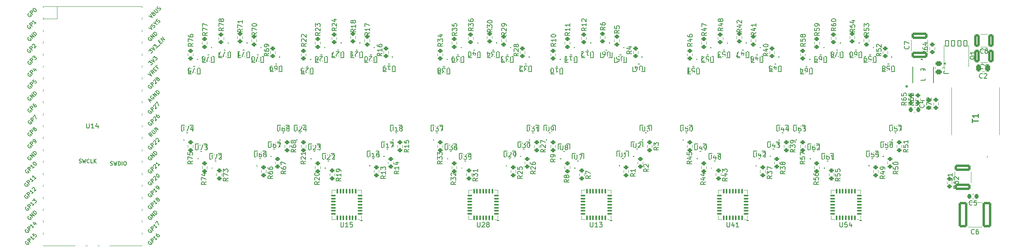
<source format=gto>
G04 #@! TF.GenerationSoftware,KiCad,Pcbnew,8.0.5+1*
G04 #@! TF.CreationDate,2024-11-03T00:00:47+00:00*
G04 #@! TF.ProjectId,nixie_clock,6e697869-655f-4636-9c6f-636b2e6b6963,rev?*
G04 #@! TF.SameCoordinates,Original*
G04 #@! TF.FileFunction,Legend,Top*
G04 #@! TF.FilePolarity,Positive*
%FSLAX46Y46*%
G04 Gerber Fmt 4.6, Leading zero omitted, Abs format (unit mm)*
G04 Created by KiCad (PCBNEW 8.0.5+1) date 2024-11-03 00:00:47*
%MOMM*%
%LPD*%
G01*
G04 APERTURE LIST*
G04 Aperture macros list*
%AMRoundRect*
0 Rectangle with rounded corners*
0 $1 Rounding radius*
0 $2 $3 $4 $5 $6 $7 $8 $9 X,Y pos of 4 corners*
0 Add a 4 corners polygon primitive as box body*
4,1,4,$2,$3,$4,$5,$6,$7,$8,$9,$2,$3,0*
0 Add four circle primitives for the rounded corners*
1,1,$1+$1,$2,$3*
1,1,$1+$1,$4,$5*
1,1,$1+$1,$6,$7*
1,1,$1+$1,$8,$9*
0 Add four rect primitives between the rounded corners*
20,1,$1+$1,$2,$3,$4,$5,0*
20,1,$1+$1,$4,$5,$6,$7,0*
20,1,$1+$1,$6,$7,$8,$9,0*
20,1,$1+$1,$8,$9,$2,$3,0*%
%AMFreePoly0*
4,1,21,3.024497,2.399497,3.045000,2.350000,3.045000,-2.350000,3.024497,-2.399497,2.975000,-2.420000,1.425000,-2.420000,1.375503,-2.399497,1.355000,-2.350000,1.355000,-2.170000,-1.650000,-2.170000,-1.699497,-2.149497,-1.720000,-2.100000,-1.720000,2.100000,-1.699497,2.149497,-1.650000,2.170000,1.355000,2.170000,1.355000,2.350000,1.375503,2.399497,1.425000,2.420000,2.975000,2.420000,
3.024497,2.399497,3.024497,2.399497,$1*%
G04 Aperture macros list end*
%ADD10C,0.150000*%
%ADD11C,0.254000*%
%ADD12C,0.152400*%
%ADD13C,0.120000*%
%ADD14C,0.100000*%
%ADD15C,0.200000*%
%ADD16C,0.000000*%
%ADD17R,0.457200X1.143000*%
%ADD18RoundRect,0.200000X-0.275000X0.200000X-0.275000X-0.200000X0.275000X-0.200000X0.275000X0.200000X0*%
%ADD19RoundRect,0.200000X0.275000X-0.200000X0.275000X0.200000X-0.275000X0.200000X-0.275000X-0.200000X0*%
%ADD20R,1.170000X2.080000*%
%ADD21RoundRect,0.075000X0.437500X0.075000X-0.437500X0.075000X-0.437500X-0.075000X0.437500X-0.075000X0*%
%ADD22RoundRect,0.075000X0.075000X0.437500X-0.075000X0.437500X-0.075000X-0.437500X0.075000X-0.437500X0*%
%ADD23R,4.250000X4.250000*%
%ADD24RoundRect,0.225000X-0.225000X-0.250000X0.225000X-0.250000X0.225000X0.250000X-0.225000X0.250000X0*%
%ADD25RoundRect,0.250000X0.325000X1.100000X-0.325000X1.100000X-0.325000X-1.100000X0.325000X-1.100000X0*%
%ADD26RoundRect,0.250000X-0.450000X0.262500X-0.450000X-0.262500X0.450000X-0.262500X0.450000X0.262500X0*%
%ADD27R,0.431800X1.333500*%
%ADD28R,2.946400X1.752600*%
%ADD29RoundRect,0.250000X0.650000X2.450000X-0.650000X2.450000X-0.650000X-2.450000X0.650000X-2.450000X0*%
%ADD30RoundRect,0.250000X0.250000X0.475000X-0.250000X0.475000X-0.250000X-0.475000X0.250000X-0.475000X0*%
%ADD31RoundRect,0.249999X1.450001X-0.450001X1.450001X0.450001X-1.450001X0.450001X-1.450001X-0.450001X0*%
%ADD32RoundRect,0.070000X0.350000X0.575000X-0.350000X0.575000X-0.350000X-0.575000X0.350000X-0.575000X0*%
%ADD33FreePoly0,270.000000*%
%ADD34RoundRect,0.225000X0.250000X-0.225000X0.250000X0.225000X-0.250000X0.225000X-0.250000X-0.225000X0*%
%ADD35O,1.800000X1.800000*%
%ADD36O,1.500000X1.500000*%
%ADD37R,3.500000X1.700000*%
%ADD38RoundRect,0.225000X0.225000X0.250000X-0.225000X0.250000X-0.225000X-0.250000X0.225000X-0.250000X0*%
%ADD39O,2.000000X3.000000*%
%ADD40C,2.000000*%
G04 APERTURE END LIST*
D10*
X122688405Y-108104219D02*
X122688405Y-108913742D01*
X122688405Y-108913742D02*
X122736024Y-109008980D01*
X122736024Y-109008980D02*
X122783643Y-109056600D01*
X122783643Y-109056600D02*
X122878881Y-109104219D01*
X122878881Y-109104219D02*
X123069357Y-109104219D01*
X123069357Y-109104219D02*
X123164595Y-109056600D01*
X123164595Y-109056600D02*
X123212214Y-109008980D01*
X123212214Y-109008980D02*
X123259833Y-108913742D01*
X123259833Y-108913742D02*
X123259833Y-108104219D01*
X123640786Y-108104219D02*
X124259833Y-108104219D01*
X124259833Y-108104219D02*
X123926500Y-108485171D01*
X123926500Y-108485171D02*
X124069357Y-108485171D01*
X124069357Y-108485171D02*
X124164595Y-108532790D01*
X124164595Y-108532790D02*
X124212214Y-108580409D01*
X124212214Y-108580409D02*
X124259833Y-108675647D01*
X124259833Y-108675647D02*
X124259833Y-108913742D01*
X124259833Y-108913742D02*
X124212214Y-109008980D01*
X124212214Y-109008980D02*
X124164595Y-109056600D01*
X124164595Y-109056600D02*
X124069357Y-109104219D01*
X124069357Y-109104219D02*
X123783643Y-109104219D01*
X123783643Y-109104219D02*
X123688405Y-109056600D01*
X123688405Y-109056600D02*
X123640786Y-109008980D01*
X125116976Y-108104219D02*
X124926500Y-108104219D01*
X124926500Y-108104219D02*
X124831262Y-108151838D01*
X124831262Y-108151838D02*
X124783643Y-108199457D01*
X124783643Y-108199457D02*
X124688405Y-108342314D01*
X124688405Y-108342314D02*
X124640786Y-108532790D01*
X124640786Y-108532790D02*
X124640786Y-108913742D01*
X124640786Y-108913742D02*
X124688405Y-109008980D01*
X124688405Y-109008980D02*
X124736024Y-109056600D01*
X124736024Y-109056600D02*
X124831262Y-109104219D01*
X124831262Y-109104219D02*
X125021738Y-109104219D01*
X125021738Y-109104219D02*
X125116976Y-109056600D01*
X125116976Y-109056600D02*
X125164595Y-109008980D01*
X125164595Y-109008980D02*
X125212214Y-108913742D01*
X125212214Y-108913742D02*
X125212214Y-108675647D01*
X125212214Y-108675647D02*
X125164595Y-108580409D01*
X125164595Y-108580409D02*
X125116976Y-108532790D01*
X125116976Y-108532790D02*
X125021738Y-108485171D01*
X125021738Y-108485171D02*
X124831262Y-108485171D01*
X124831262Y-108485171D02*
X124736024Y-108532790D01*
X124736024Y-108532790D02*
X124688405Y-108580409D01*
X124688405Y-108580409D02*
X124640786Y-108675647D01*
X76579819Y-115082857D02*
X76103628Y-115416190D01*
X76579819Y-115654285D02*
X75579819Y-115654285D01*
X75579819Y-115654285D02*
X75579819Y-115273333D01*
X75579819Y-115273333D02*
X75627438Y-115178095D01*
X75627438Y-115178095D02*
X75675057Y-115130476D01*
X75675057Y-115130476D02*
X75770295Y-115082857D01*
X75770295Y-115082857D02*
X75913152Y-115082857D01*
X75913152Y-115082857D02*
X76008390Y-115130476D01*
X76008390Y-115130476D02*
X76056009Y-115178095D01*
X76056009Y-115178095D02*
X76103628Y-115273333D01*
X76103628Y-115273333D02*
X76103628Y-115654285D01*
X75579819Y-114749523D02*
X75579819Y-114082857D01*
X75579819Y-114082857D02*
X76579819Y-114511428D01*
X75579819Y-113797142D02*
X75579819Y-113178095D01*
X75579819Y-113178095D02*
X75960771Y-113511428D01*
X75960771Y-113511428D02*
X75960771Y-113368571D01*
X75960771Y-113368571D02*
X76008390Y-113273333D01*
X76008390Y-113273333D02*
X76056009Y-113225714D01*
X76056009Y-113225714D02*
X76151247Y-113178095D01*
X76151247Y-113178095D02*
X76389342Y-113178095D01*
X76389342Y-113178095D02*
X76484580Y-113225714D01*
X76484580Y-113225714D02*
X76532200Y-113273333D01*
X76532200Y-113273333D02*
X76579819Y-113368571D01*
X76579819Y-113368571D02*
X76579819Y-113654285D01*
X76579819Y-113654285D02*
X76532200Y-113749523D01*
X76532200Y-113749523D02*
X76484580Y-113797142D01*
X138188405Y-107604219D02*
X138188405Y-108413742D01*
X138188405Y-108413742D02*
X138236024Y-108508980D01*
X138236024Y-108508980D02*
X138283643Y-108556600D01*
X138283643Y-108556600D02*
X138378881Y-108604219D01*
X138378881Y-108604219D02*
X138569357Y-108604219D01*
X138569357Y-108604219D02*
X138664595Y-108556600D01*
X138664595Y-108556600D02*
X138712214Y-108508980D01*
X138712214Y-108508980D02*
X138759833Y-108413742D01*
X138759833Y-108413742D02*
X138759833Y-107604219D01*
X139140786Y-107604219D02*
X139759833Y-107604219D01*
X139759833Y-107604219D02*
X139426500Y-107985171D01*
X139426500Y-107985171D02*
X139569357Y-107985171D01*
X139569357Y-107985171D02*
X139664595Y-108032790D01*
X139664595Y-108032790D02*
X139712214Y-108080409D01*
X139712214Y-108080409D02*
X139759833Y-108175647D01*
X139759833Y-108175647D02*
X139759833Y-108413742D01*
X139759833Y-108413742D02*
X139712214Y-108508980D01*
X139712214Y-108508980D02*
X139664595Y-108556600D01*
X139664595Y-108556600D02*
X139569357Y-108604219D01*
X139569357Y-108604219D02*
X139283643Y-108604219D01*
X139283643Y-108604219D02*
X139188405Y-108556600D01*
X139188405Y-108556600D02*
X139140786Y-108508980D01*
X140378881Y-107604219D02*
X140474119Y-107604219D01*
X140474119Y-107604219D02*
X140569357Y-107651838D01*
X140569357Y-107651838D02*
X140616976Y-107699457D01*
X140616976Y-107699457D02*
X140664595Y-107794695D01*
X140664595Y-107794695D02*
X140712214Y-107985171D01*
X140712214Y-107985171D02*
X140712214Y-108223266D01*
X140712214Y-108223266D02*
X140664595Y-108413742D01*
X140664595Y-108413742D02*
X140616976Y-108508980D01*
X140616976Y-108508980D02*
X140569357Y-108556600D01*
X140569357Y-108556600D02*
X140474119Y-108604219D01*
X140474119Y-108604219D02*
X140378881Y-108604219D01*
X140378881Y-108604219D02*
X140283643Y-108556600D01*
X140283643Y-108556600D02*
X140236024Y-108508980D01*
X140236024Y-108508980D02*
X140188405Y-108413742D01*
X140188405Y-108413742D02*
X140140786Y-108223266D01*
X140140786Y-108223266D02*
X140140786Y-107985171D01*
X140140786Y-107985171D02*
X140188405Y-107794695D01*
X140188405Y-107794695D02*
X140236024Y-107699457D01*
X140236024Y-107699457D02*
X140283643Y-107651838D01*
X140283643Y-107651838D02*
X140378881Y-107604219D01*
X215188405Y-107604219D02*
X215188405Y-108413742D01*
X215188405Y-108413742D02*
X215236024Y-108508980D01*
X215236024Y-108508980D02*
X215283643Y-108556600D01*
X215283643Y-108556600D02*
X215378881Y-108604219D01*
X215378881Y-108604219D02*
X215569357Y-108604219D01*
X215569357Y-108604219D02*
X215664595Y-108556600D01*
X215664595Y-108556600D02*
X215712214Y-108508980D01*
X215712214Y-108508980D02*
X215759833Y-108413742D01*
X215759833Y-108413742D02*
X215759833Y-107604219D01*
X216712214Y-107604219D02*
X216236024Y-107604219D01*
X216236024Y-107604219D02*
X216188405Y-108080409D01*
X216188405Y-108080409D02*
X216236024Y-108032790D01*
X216236024Y-108032790D02*
X216331262Y-107985171D01*
X216331262Y-107985171D02*
X216569357Y-107985171D01*
X216569357Y-107985171D02*
X216664595Y-108032790D01*
X216664595Y-108032790D02*
X216712214Y-108080409D01*
X216712214Y-108080409D02*
X216759833Y-108175647D01*
X216759833Y-108175647D02*
X216759833Y-108413742D01*
X216759833Y-108413742D02*
X216712214Y-108508980D01*
X216712214Y-108508980D02*
X216664595Y-108556600D01*
X216664595Y-108556600D02*
X216569357Y-108604219D01*
X216569357Y-108604219D02*
X216331262Y-108604219D01*
X216331262Y-108604219D02*
X216236024Y-108556600D01*
X216236024Y-108556600D02*
X216188405Y-108508980D01*
X217616976Y-107604219D02*
X217426500Y-107604219D01*
X217426500Y-107604219D02*
X217331262Y-107651838D01*
X217331262Y-107651838D02*
X217283643Y-107699457D01*
X217283643Y-107699457D02*
X217188405Y-107842314D01*
X217188405Y-107842314D02*
X217140786Y-108032790D01*
X217140786Y-108032790D02*
X217140786Y-108413742D01*
X217140786Y-108413742D02*
X217188405Y-108508980D01*
X217188405Y-108508980D02*
X217236024Y-108556600D01*
X217236024Y-108556600D02*
X217331262Y-108604219D01*
X217331262Y-108604219D02*
X217521738Y-108604219D01*
X217521738Y-108604219D02*
X217616976Y-108556600D01*
X217616976Y-108556600D02*
X217664595Y-108508980D01*
X217664595Y-108508980D02*
X217712214Y-108413742D01*
X217712214Y-108413742D02*
X217712214Y-108175647D01*
X217712214Y-108175647D02*
X217664595Y-108080409D01*
X217664595Y-108080409D02*
X217616976Y-108032790D01*
X217616976Y-108032790D02*
X217521738Y-107985171D01*
X217521738Y-107985171D02*
X217331262Y-107985171D01*
X217331262Y-107985171D02*
X217236024Y-108032790D01*
X217236024Y-108032790D02*
X217188405Y-108080409D01*
X217188405Y-108080409D02*
X217140786Y-108175647D01*
X225124819Y-88107857D02*
X224648628Y-88441190D01*
X225124819Y-88679285D02*
X224124819Y-88679285D01*
X224124819Y-88679285D02*
X224124819Y-88298333D01*
X224124819Y-88298333D02*
X224172438Y-88203095D01*
X224172438Y-88203095D02*
X224220057Y-88155476D01*
X224220057Y-88155476D02*
X224315295Y-88107857D01*
X224315295Y-88107857D02*
X224458152Y-88107857D01*
X224458152Y-88107857D02*
X224553390Y-88155476D01*
X224553390Y-88155476D02*
X224601009Y-88203095D01*
X224601009Y-88203095D02*
X224648628Y-88298333D01*
X224648628Y-88298333D02*
X224648628Y-88679285D01*
X224124819Y-87250714D02*
X224124819Y-87441190D01*
X224124819Y-87441190D02*
X224172438Y-87536428D01*
X224172438Y-87536428D02*
X224220057Y-87584047D01*
X224220057Y-87584047D02*
X224362914Y-87679285D01*
X224362914Y-87679285D02*
X224553390Y-87726904D01*
X224553390Y-87726904D02*
X224934342Y-87726904D01*
X224934342Y-87726904D02*
X225029580Y-87679285D01*
X225029580Y-87679285D02*
X225077200Y-87631666D01*
X225077200Y-87631666D02*
X225124819Y-87536428D01*
X225124819Y-87536428D02*
X225124819Y-87345952D01*
X225124819Y-87345952D02*
X225077200Y-87250714D01*
X225077200Y-87250714D02*
X225029580Y-87203095D01*
X225029580Y-87203095D02*
X224934342Y-87155476D01*
X224934342Y-87155476D02*
X224696247Y-87155476D01*
X224696247Y-87155476D02*
X224601009Y-87203095D01*
X224601009Y-87203095D02*
X224553390Y-87250714D01*
X224553390Y-87250714D02*
X224505771Y-87345952D01*
X224505771Y-87345952D02*
X224505771Y-87536428D01*
X224505771Y-87536428D02*
X224553390Y-87631666D01*
X224553390Y-87631666D02*
X224601009Y-87679285D01*
X224601009Y-87679285D02*
X224696247Y-87726904D01*
X224458152Y-86298333D02*
X225124819Y-86298333D01*
X224077200Y-86536428D02*
X224791485Y-86774523D01*
X224791485Y-86774523D02*
X224791485Y-86155476D01*
X112879819Y-113582857D02*
X112403628Y-113916190D01*
X112879819Y-114154285D02*
X111879819Y-114154285D01*
X111879819Y-114154285D02*
X111879819Y-113773333D01*
X111879819Y-113773333D02*
X111927438Y-113678095D01*
X111927438Y-113678095D02*
X111975057Y-113630476D01*
X111975057Y-113630476D02*
X112070295Y-113582857D01*
X112070295Y-113582857D02*
X112213152Y-113582857D01*
X112213152Y-113582857D02*
X112308390Y-113630476D01*
X112308390Y-113630476D02*
X112356009Y-113678095D01*
X112356009Y-113678095D02*
X112403628Y-113773333D01*
X112403628Y-113773333D02*
X112403628Y-114154285D01*
X112879819Y-112630476D02*
X112879819Y-113201904D01*
X112879819Y-112916190D02*
X111879819Y-112916190D01*
X111879819Y-112916190D02*
X112022676Y-113011428D01*
X112022676Y-113011428D02*
X112117914Y-113106666D01*
X112117914Y-113106666D02*
X112165533Y-113201904D01*
X112213152Y-111773333D02*
X112879819Y-111773333D01*
X111832200Y-112011428D02*
X112546485Y-112249523D01*
X112546485Y-112249523D02*
X112546485Y-111630476D01*
X144164595Y-104104219D02*
X144164595Y-104913742D01*
X144164595Y-104913742D02*
X144212214Y-105008980D01*
X144212214Y-105008980D02*
X144259833Y-105056600D01*
X144259833Y-105056600D02*
X144355071Y-105104219D01*
X144355071Y-105104219D02*
X144545547Y-105104219D01*
X144545547Y-105104219D02*
X144640785Y-105056600D01*
X144640785Y-105056600D02*
X144688404Y-105008980D01*
X144688404Y-105008980D02*
X144736023Y-104913742D01*
X144736023Y-104913742D02*
X144736023Y-104104219D01*
X145259833Y-105104219D02*
X145450309Y-105104219D01*
X145450309Y-105104219D02*
X145545547Y-105056600D01*
X145545547Y-105056600D02*
X145593166Y-105008980D01*
X145593166Y-105008980D02*
X145688404Y-104866123D01*
X145688404Y-104866123D02*
X145736023Y-104675647D01*
X145736023Y-104675647D02*
X145736023Y-104294695D01*
X145736023Y-104294695D02*
X145688404Y-104199457D01*
X145688404Y-104199457D02*
X145640785Y-104151838D01*
X145640785Y-104151838D02*
X145545547Y-104104219D01*
X145545547Y-104104219D02*
X145355071Y-104104219D01*
X145355071Y-104104219D02*
X145259833Y-104151838D01*
X145259833Y-104151838D02*
X145212214Y-104199457D01*
X145212214Y-104199457D02*
X145164595Y-104294695D01*
X145164595Y-104294695D02*
X145164595Y-104532790D01*
X145164595Y-104532790D02*
X145212214Y-104628028D01*
X145212214Y-104628028D02*
X145259833Y-104675647D01*
X145259833Y-104675647D02*
X145355071Y-104723266D01*
X145355071Y-104723266D02*
X145545547Y-104723266D01*
X145545547Y-104723266D02*
X145640785Y-104675647D01*
X145640785Y-104675647D02*
X145688404Y-104628028D01*
X145688404Y-104628028D02*
X145736023Y-104532790D01*
X115009819Y-108957857D02*
X114533628Y-109291190D01*
X115009819Y-109529285D02*
X114009819Y-109529285D01*
X114009819Y-109529285D02*
X114009819Y-109148333D01*
X114009819Y-109148333D02*
X114057438Y-109053095D01*
X114057438Y-109053095D02*
X114105057Y-109005476D01*
X114105057Y-109005476D02*
X114200295Y-108957857D01*
X114200295Y-108957857D02*
X114343152Y-108957857D01*
X114343152Y-108957857D02*
X114438390Y-109005476D01*
X114438390Y-109005476D02*
X114486009Y-109053095D01*
X114486009Y-109053095D02*
X114533628Y-109148333D01*
X114533628Y-109148333D02*
X114533628Y-109529285D01*
X115009819Y-108005476D02*
X115009819Y-108576904D01*
X115009819Y-108291190D02*
X114009819Y-108291190D01*
X114009819Y-108291190D02*
X114152676Y-108386428D01*
X114152676Y-108386428D02*
X114247914Y-108481666D01*
X114247914Y-108481666D02*
X114295533Y-108576904D01*
X114009819Y-107100714D02*
X114009819Y-107576904D01*
X114009819Y-107576904D02*
X114486009Y-107624523D01*
X114486009Y-107624523D02*
X114438390Y-107576904D01*
X114438390Y-107576904D02*
X114390771Y-107481666D01*
X114390771Y-107481666D02*
X114390771Y-107243571D01*
X114390771Y-107243571D02*
X114438390Y-107148333D01*
X114438390Y-107148333D02*
X114486009Y-107100714D01*
X114486009Y-107100714D02*
X114581247Y-107053095D01*
X114581247Y-107053095D02*
X114819342Y-107053095D01*
X114819342Y-107053095D02*
X114914580Y-107100714D01*
X114914580Y-107100714D02*
X114962200Y-107148333D01*
X114962200Y-107148333D02*
X115009819Y-107243571D01*
X115009819Y-107243571D02*
X115009819Y-107481666D01*
X115009819Y-107481666D02*
X114962200Y-107576904D01*
X114962200Y-107576904D02*
X114914580Y-107624523D01*
D11*
X234604318Y-103232618D02*
X234604318Y-102506904D01*
X235874318Y-102869761D02*
X234604318Y-102869761D01*
X235874318Y-101418332D02*
X235874318Y-102144047D01*
X235874318Y-101781190D02*
X234604318Y-101781190D01*
X234604318Y-101781190D02*
X234785746Y-101902142D01*
X234785746Y-101902142D02*
X234906699Y-102023094D01*
X234906699Y-102023094D02*
X234967175Y-102144047D01*
D10*
X122079819Y-111482857D02*
X121603628Y-111816190D01*
X122079819Y-112054285D02*
X121079819Y-112054285D01*
X121079819Y-112054285D02*
X121079819Y-111673333D01*
X121079819Y-111673333D02*
X121127438Y-111578095D01*
X121127438Y-111578095D02*
X121175057Y-111530476D01*
X121175057Y-111530476D02*
X121270295Y-111482857D01*
X121270295Y-111482857D02*
X121413152Y-111482857D01*
X121413152Y-111482857D02*
X121508390Y-111530476D01*
X121508390Y-111530476D02*
X121556009Y-111578095D01*
X121556009Y-111578095D02*
X121603628Y-111673333D01*
X121603628Y-111673333D02*
X121603628Y-112054285D01*
X121079819Y-111149523D02*
X121079819Y-110530476D01*
X121079819Y-110530476D02*
X121460771Y-110863809D01*
X121460771Y-110863809D02*
X121460771Y-110720952D01*
X121460771Y-110720952D02*
X121508390Y-110625714D01*
X121508390Y-110625714D02*
X121556009Y-110578095D01*
X121556009Y-110578095D02*
X121651247Y-110530476D01*
X121651247Y-110530476D02*
X121889342Y-110530476D01*
X121889342Y-110530476D02*
X121984580Y-110578095D01*
X121984580Y-110578095D02*
X122032200Y-110625714D01*
X122032200Y-110625714D02*
X122079819Y-110720952D01*
X122079819Y-110720952D02*
X122079819Y-111006666D01*
X122079819Y-111006666D02*
X122032200Y-111101904D01*
X122032200Y-111101904D02*
X121984580Y-111149523D01*
X121079819Y-110197142D02*
X121079819Y-109578095D01*
X121079819Y-109578095D02*
X121460771Y-109911428D01*
X121460771Y-109911428D02*
X121460771Y-109768571D01*
X121460771Y-109768571D02*
X121508390Y-109673333D01*
X121508390Y-109673333D02*
X121556009Y-109625714D01*
X121556009Y-109625714D02*
X121651247Y-109578095D01*
X121651247Y-109578095D02*
X121889342Y-109578095D01*
X121889342Y-109578095D02*
X121984580Y-109625714D01*
X121984580Y-109625714D02*
X122032200Y-109673333D01*
X122032200Y-109673333D02*
X122079819Y-109768571D01*
X122079819Y-109768571D02*
X122079819Y-110054285D01*
X122079819Y-110054285D02*
X122032200Y-110149523D01*
X122032200Y-110149523D02*
X121984580Y-110197142D01*
X69179819Y-86382857D02*
X68703628Y-86716190D01*
X69179819Y-86954285D02*
X68179819Y-86954285D01*
X68179819Y-86954285D02*
X68179819Y-86573333D01*
X68179819Y-86573333D02*
X68227438Y-86478095D01*
X68227438Y-86478095D02*
X68275057Y-86430476D01*
X68275057Y-86430476D02*
X68370295Y-86382857D01*
X68370295Y-86382857D02*
X68513152Y-86382857D01*
X68513152Y-86382857D02*
X68608390Y-86430476D01*
X68608390Y-86430476D02*
X68656009Y-86478095D01*
X68656009Y-86478095D02*
X68703628Y-86573333D01*
X68703628Y-86573333D02*
X68703628Y-86954285D01*
X68179819Y-86049523D02*
X68179819Y-85382857D01*
X68179819Y-85382857D02*
X69179819Y-85811428D01*
X68179819Y-84573333D02*
X68179819Y-84763809D01*
X68179819Y-84763809D02*
X68227438Y-84859047D01*
X68227438Y-84859047D02*
X68275057Y-84906666D01*
X68275057Y-84906666D02*
X68417914Y-85001904D01*
X68417914Y-85001904D02*
X68608390Y-85049523D01*
X68608390Y-85049523D02*
X68989342Y-85049523D01*
X68989342Y-85049523D02*
X69084580Y-85001904D01*
X69084580Y-85001904D02*
X69132200Y-84954285D01*
X69132200Y-84954285D02*
X69179819Y-84859047D01*
X69179819Y-84859047D02*
X69179819Y-84668571D01*
X69179819Y-84668571D02*
X69132200Y-84573333D01*
X69132200Y-84573333D02*
X69084580Y-84525714D01*
X69084580Y-84525714D02*
X68989342Y-84478095D01*
X68989342Y-84478095D02*
X68751247Y-84478095D01*
X68751247Y-84478095D02*
X68656009Y-84525714D01*
X68656009Y-84525714D02*
X68608390Y-84573333D01*
X68608390Y-84573333D02*
X68560771Y-84668571D01*
X68560771Y-84668571D02*
X68560771Y-84859047D01*
X68560771Y-84859047D02*
X68608390Y-84954285D01*
X68608390Y-84954285D02*
X68656009Y-85001904D01*
X68656009Y-85001904D02*
X68751247Y-85049523D01*
X124979819Y-115882857D02*
X124503628Y-116216190D01*
X124979819Y-116454285D02*
X123979819Y-116454285D01*
X123979819Y-116454285D02*
X123979819Y-116073333D01*
X123979819Y-116073333D02*
X124027438Y-115978095D01*
X124027438Y-115978095D02*
X124075057Y-115930476D01*
X124075057Y-115930476D02*
X124170295Y-115882857D01*
X124170295Y-115882857D02*
X124313152Y-115882857D01*
X124313152Y-115882857D02*
X124408390Y-115930476D01*
X124408390Y-115930476D02*
X124456009Y-115978095D01*
X124456009Y-115978095D02*
X124503628Y-116073333D01*
X124503628Y-116073333D02*
X124503628Y-116454285D01*
X123979819Y-115549523D02*
X123979819Y-114930476D01*
X123979819Y-114930476D02*
X124360771Y-115263809D01*
X124360771Y-115263809D02*
X124360771Y-115120952D01*
X124360771Y-115120952D02*
X124408390Y-115025714D01*
X124408390Y-115025714D02*
X124456009Y-114978095D01*
X124456009Y-114978095D02*
X124551247Y-114930476D01*
X124551247Y-114930476D02*
X124789342Y-114930476D01*
X124789342Y-114930476D02*
X124884580Y-114978095D01*
X124884580Y-114978095D02*
X124932200Y-115025714D01*
X124932200Y-115025714D02*
X124979819Y-115120952D01*
X124979819Y-115120952D02*
X124979819Y-115406666D01*
X124979819Y-115406666D02*
X124932200Y-115501904D01*
X124932200Y-115501904D02*
X124884580Y-115549523D01*
X124075057Y-114549523D02*
X124027438Y-114501904D01*
X124027438Y-114501904D02*
X123979819Y-114406666D01*
X123979819Y-114406666D02*
X123979819Y-114168571D01*
X123979819Y-114168571D02*
X124027438Y-114073333D01*
X124027438Y-114073333D02*
X124075057Y-114025714D01*
X124075057Y-114025714D02*
X124170295Y-113978095D01*
X124170295Y-113978095D02*
X124265533Y-113978095D01*
X124265533Y-113978095D02*
X124408390Y-114025714D01*
X124408390Y-114025714D02*
X124979819Y-114597142D01*
X124979819Y-114597142D02*
X124979819Y-113978095D01*
X152679819Y-83082857D02*
X152203628Y-83416190D01*
X152679819Y-83654285D02*
X151679819Y-83654285D01*
X151679819Y-83654285D02*
X151679819Y-83273333D01*
X151679819Y-83273333D02*
X151727438Y-83178095D01*
X151727438Y-83178095D02*
X151775057Y-83130476D01*
X151775057Y-83130476D02*
X151870295Y-83082857D01*
X151870295Y-83082857D02*
X152013152Y-83082857D01*
X152013152Y-83082857D02*
X152108390Y-83130476D01*
X152108390Y-83130476D02*
X152156009Y-83178095D01*
X152156009Y-83178095D02*
X152203628Y-83273333D01*
X152203628Y-83273333D02*
X152203628Y-83654285D01*
X152679819Y-82130476D02*
X152679819Y-82701904D01*
X152679819Y-82416190D02*
X151679819Y-82416190D01*
X151679819Y-82416190D02*
X151822676Y-82511428D01*
X151822676Y-82511428D02*
X151917914Y-82606666D01*
X151917914Y-82606666D02*
X151965533Y-82701904D01*
X151775057Y-81749523D02*
X151727438Y-81701904D01*
X151727438Y-81701904D02*
X151679819Y-81606666D01*
X151679819Y-81606666D02*
X151679819Y-81368571D01*
X151679819Y-81368571D02*
X151727438Y-81273333D01*
X151727438Y-81273333D02*
X151775057Y-81225714D01*
X151775057Y-81225714D02*
X151870295Y-81178095D01*
X151870295Y-81178095D02*
X151965533Y-81178095D01*
X151965533Y-81178095D02*
X152108390Y-81225714D01*
X152108390Y-81225714D02*
X152679819Y-81797142D01*
X152679819Y-81797142D02*
X152679819Y-81178095D01*
X123664594Y-92675780D02*
X123664594Y-91866257D01*
X123664594Y-91866257D02*
X123616975Y-91771019D01*
X123616975Y-91771019D02*
X123569356Y-91723400D01*
X123569356Y-91723400D02*
X123474118Y-91675780D01*
X123474118Y-91675780D02*
X123283642Y-91675780D01*
X123283642Y-91675780D02*
X123188404Y-91723400D01*
X123188404Y-91723400D02*
X123140785Y-91771019D01*
X123140785Y-91771019D02*
X123093166Y-91866257D01*
X123093166Y-91866257D02*
X123093166Y-92675780D01*
X122712213Y-92675780D02*
X122093166Y-92675780D01*
X122093166Y-92675780D02*
X122426499Y-92294828D01*
X122426499Y-92294828D02*
X122283642Y-92294828D01*
X122283642Y-92294828D02*
X122188404Y-92247209D01*
X122188404Y-92247209D02*
X122140785Y-92199590D01*
X122140785Y-92199590D02*
X122093166Y-92104352D01*
X122093166Y-92104352D02*
X122093166Y-91866257D01*
X122093166Y-91866257D02*
X122140785Y-91771019D01*
X122140785Y-91771019D02*
X122188404Y-91723400D01*
X122188404Y-91723400D02*
X122283642Y-91675780D01*
X122283642Y-91675780D02*
X122569356Y-91675780D01*
X122569356Y-91675780D02*
X122664594Y-91723400D01*
X122664594Y-91723400D02*
X122712213Y-91771019D01*
X121521737Y-92247209D02*
X121616975Y-92294828D01*
X121616975Y-92294828D02*
X121664594Y-92342447D01*
X121664594Y-92342447D02*
X121712213Y-92437685D01*
X121712213Y-92437685D02*
X121712213Y-92485304D01*
X121712213Y-92485304D02*
X121664594Y-92580542D01*
X121664594Y-92580542D02*
X121616975Y-92628161D01*
X121616975Y-92628161D02*
X121521737Y-92675780D01*
X121521737Y-92675780D02*
X121331261Y-92675780D01*
X121331261Y-92675780D02*
X121236023Y-92628161D01*
X121236023Y-92628161D02*
X121188404Y-92580542D01*
X121188404Y-92580542D02*
X121140785Y-92485304D01*
X121140785Y-92485304D02*
X121140785Y-92437685D01*
X121140785Y-92437685D02*
X121188404Y-92342447D01*
X121188404Y-92342447D02*
X121236023Y-92294828D01*
X121236023Y-92294828D02*
X121331261Y-92247209D01*
X121331261Y-92247209D02*
X121521737Y-92247209D01*
X121521737Y-92247209D02*
X121616975Y-92199590D01*
X121616975Y-92199590D02*
X121664594Y-92151971D01*
X121664594Y-92151971D02*
X121712213Y-92056733D01*
X121712213Y-92056733D02*
X121712213Y-91866257D01*
X121712213Y-91866257D02*
X121664594Y-91771019D01*
X121664594Y-91771019D02*
X121616975Y-91723400D01*
X121616975Y-91723400D02*
X121521737Y-91675780D01*
X121521737Y-91675780D02*
X121331261Y-91675780D01*
X121331261Y-91675780D02*
X121236023Y-91723400D01*
X121236023Y-91723400D02*
X121188404Y-91771019D01*
X121188404Y-91771019D02*
X121140785Y-91866257D01*
X121140785Y-91866257D02*
X121140785Y-92056733D01*
X121140785Y-92056733D02*
X121188404Y-92151971D01*
X121188404Y-92151971D02*
X121236023Y-92199590D01*
X121236023Y-92199590D02*
X121331261Y-92247209D01*
X91009819Y-108957857D02*
X90533628Y-109291190D01*
X91009819Y-109529285D02*
X90009819Y-109529285D01*
X90009819Y-109529285D02*
X90009819Y-109148333D01*
X90009819Y-109148333D02*
X90057438Y-109053095D01*
X90057438Y-109053095D02*
X90105057Y-109005476D01*
X90105057Y-109005476D02*
X90200295Y-108957857D01*
X90200295Y-108957857D02*
X90343152Y-108957857D01*
X90343152Y-108957857D02*
X90438390Y-109005476D01*
X90438390Y-109005476D02*
X90486009Y-109053095D01*
X90486009Y-109053095D02*
X90533628Y-109148333D01*
X90533628Y-109148333D02*
X90533628Y-109529285D01*
X90009819Y-108100714D02*
X90009819Y-108291190D01*
X90009819Y-108291190D02*
X90057438Y-108386428D01*
X90057438Y-108386428D02*
X90105057Y-108434047D01*
X90105057Y-108434047D02*
X90247914Y-108529285D01*
X90247914Y-108529285D02*
X90438390Y-108576904D01*
X90438390Y-108576904D02*
X90819342Y-108576904D01*
X90819342Y-108576904D02*
X90914580Y-108529285D01*
X90914580Y-108529285D02*
X90962200Y-108481666D01*
X90962200Y-108481666D02*
X91009819Y-108386428D01*
X91009819Y-108386428D02*
X91009819Y-108195952D01*
X91009819Y-108195952D02*
X90962200Y-108100714D01*
X90962200Y-108100714D02*
X90914580Y-108053095D01*
X90914580Y-108053095D02*
X90819342Y-108005476D01*
X90819342Y-108005476D02*
X90581247Y-108005476D01*
X90581247Y-108005476D02*
X90486009Y-108053095D01*
X90486009Y-108053095D02*
X90438390Y-108100714D01*
X90438390Y-108100714D02*
X90390771Y-108195952D01*
X90390771Y-108195952D02*
X90390771Y-108386428D01*
X90390771Y-108386428D02*
X90438390Y-108481666D01*
X90438390Y-108481666D02*
X90486009Y-108529285D01*
X90486009Y-108529285D02*
X90581247Y-108576904D01*
X90438390Y-107434047D02*
X90390771Y-107529285D01*
X90390771Y-107529285D02*
X90343152Y-107576904D01*
X90343152Y-107576904D02*
X90247914Y-107624523D01*
X90247914Y-107624523D02*
X90200295Y-107624523D01*
X90200295Y-107624523D02*
X90105057Y-107576904D01*
X90105057Y-107576904D02*
X90057438Y-107529285D01*
X90057438Y-107529285D02*
X90009819Y-107434047D01*
X90009819Y-107434047D02*
X90009819Y-107243571D01*
X90009819Y-107243571D02*
X90057438Y-107148333D01*
X90057438Y-107148333D02*
X90105057Y-107100714D01*
X90105057Y-107100714D02*
X90200295Y-107053095D01*
X90200295Y-107053095D02*
X90247914Y-107053095D01*
X90247914Y-107053095D02*
X90343152Y-107100714D01*
X90343152Y-107100714D02*
X90390771Y-107148333D01*
X90390771Y-107148333D02*
X90438390Y-107243571D01*
X90438390Y-107243571D02*
X90438390Y-107434047D01*
X90438390Y-107434047D02*
X90486009Y-107529285D01*
X90486009Y-107529285D02*
X90533628Y-107576904D01*
X90533628Y-107576904D02*
X90628866Y-107624523D01*
X90628866Y-107624523D02*
X90819342Y-107624523D01*
X90819342Y-107624523D02*
X90914580Y-107576904D01*
X90914580Y-107576904D02*
X90962200Y-107529285D01*
X90962200Y-107529285D02*
X91009819Y-107434047D01*
X91009819Y-107434047D02*
X91009819Y-107243571D01*
X91009819Y-107243571D02*
X90962200Y-107148333D01*
X90962200Y-107148333D02*
X90914580Y-107100714D01*
X90914580Y-107100714D02*
X90819342Y-107053095D01*
X90819342Y-107053095D02*
X90628866Y-107053095D01*
X90628866Y-107053095D02*
X90533628Y-107100714D01*
X90533628Y-107100714D02*
X90486009Y-107148333D01*
X90486009Y-107148333D02*
X90438390Y-107243571D01*
X178179819Y-84082857D02*
X177703628Y-84416190D01*
X178179819Y-84654285D02*
X177179819Y-84654285D01*
X177179819Y-84654285D02*
X177179819Y-84273333D01*
X177179819Y-84273333D02*
X177227438Y-84178095D01*
X177227438Y-84178095D02*
X177275057Y-84130476D01*
X177275057Y-84130476D02*
X177370295Y-84082857D01*
X177370295Y-84082857D02*
X177513152Y-84082857D01*
X177513152Y-84082857D02*
X177608390Y-84130476D01*
X177608390Y-84130476D02*
X177656009Y-84178095D01*
X177656009Y-84178095D02*
X177703628Y-84273333D01*
X177703628Y-84273333D02*
X177703628Y-84654285D01*
X177513152Y-83225714D02*
X178179819Y-83225714D01*
X177132200Y-83463809D02*
X177846485Y-83701904D01*
X177846485Y-83701904D02*
X177846485Y-83082857D01*
X177179819Y-82797142D02*
X177179819Y-82130476D01*
X177179819Y-82130476D02*
X178179819Y-82559047D01*
X149179819Y-84082857D02*
X148703628Y-84416190D01*
X149179819Y-84654285D02*
X148179819Y-84654285D01*
X148179819Y-84654285D02*
X148179819Y-84273333D01*
X148179819Y-84273333D02*
X148227438Y-84178095D01*
X148227438Y-84178095D02*
X148275057Y-84130476D01*
X148275057Y-84130476D02*
X148370295Y-84082857D01*
X148370295Y-84082857D02*
X148513152Y-84082857D01*
X148513152Y-84082857D02*
X148608390Y-84130476D01*
X148608390Y-84130476D02*
X148656009Y-84178095D01*
X148656009Y-84178095D02*
X148703628Y-84273333D01*
X148703628Y-84273333D02*
X148703628Y-84654285D01*
X149179819Y-83130476D02*
X149179819Y-83701904D01*
X149179819Y-83416190D02*
X148179819Y-83416190D01*
X148179819Y-83416190D02*
X148322676Y-83511428D01*
X148322676Y-83511428D02*
X148417914Y-83606666D01*
X148417914Y-83606666D02*
X148465533Y-83701904D01*
X149179819Y-82178095D02*
X149179819Y-82749523D01*
X149179819Y-82463809D02*
X148179819Y-82463809D01*
X148179819Y-82463809D02*
X148322676Y-82559047D01*
X148322676Y-82559047D02*
X148417914Y-82654285D01*
X148417914Y-82654285D02*
X148465533Y-82749523D01*
X188679819Y-84082857D02*
X188203628Y-84416190D01*
X188679819Y-84654285D02*
X187679819Y-84654285D01*
X187679819Y-84654285D02*
X187679819Y-84273333D01*
X187679819Y-84273333D02*
X187727438Y-84178095D01*
X187727438Y-84178095D02*
X187775057Y-84130476D01*
X187775057Y-84130476D02*
X187870295Y-84082857D01*
X187870295Y-84082857D02*
X188013152Y-84082857D01*
X188013152Y-84082857D02*
X188108390Y-84130476D01*
X188108390Y-84130476D02*
X188156009Y-84178095D01*
X188156009Y-84178095D02*
X188203628Y-84273333D01*
X188203628Y-84273333D02*
X188203628Y-84654285D01*
X188013152Y-83225714D02*
X188679819Y-83225714D01*
X187632200Y-83463809D02*
X188346485Y-83701904D01*
X188346485Y-83701904D02*
X188346485Y-83082857D01*
X188679819Y-82178095D02*
X188679819Y-82749523D01*
X188679819Y-82463809D02*
X187679819Y-82463809D01*
X187679819Y-82463809D02*
X187822676Y-82559047D01*
X187822676Y-82559047D02*
X187917914Y-82654285D01*
X187917914Y-82654285D02*
X187965533Y-82749523D01*
X69079819Y-111482857D02*
X68603628Y-111816190D01*
X69079819Y-112054285D02*
X68079819Y-112054285D01*
X68079819Y-112054285D02*
X68079819Y-111673333D01*
X68079819Y-111673333D02*
X68127438Y-111578095D01*
X68127438Y-111578095D02*
X68175057Y-111530476D01*
X68175057Y-111530476D02*
X68270295Y-111482857D01*
X68270295Y-111482857D02*
X68413152Y-111482857D01*
X68413152Y-111482857D02*
X68508390Y-111530476D01*
X68508390Y-111530476D02*
X68556009Y-111578095D01*
X68556009Y-111578095D02*
X68603628Y-111673333D01*
X68603628Y-111673333D02*
X68603628Y-112054285D01*
X68079819Y-111149523D02*
X68079819Y-110482857D01*
X68079819Y-110482857D02*
X69079819Y-110911428D01*
X68079819Y-109625714D02*
X68079819Y-110101904D01*
X68079819Y-110101904D02*
X68556009Y-110149523D01*
X68556009Y-110149523D02*
X68508390Y-110101904D01*
X68508390Y-110101904D02*
X68460771Y-110006666D01*
X68460771Y-110006666D02*
X68460771Y-109768571D01*
X68460771Y-109768571D02*
X68508390Y-109673333D01*
X68508390Y-109673333D02*
X68556009Y-109625714D01*
X68556009Y-109625714D02*
X68651247Y-109578095D01*
X68651247Y-109578095D02*
X68889342Y-109578095D01*
X68889342Y-109578095D02*
X68984580Y-109625714D01*
X68984580Y-109625714D02*
X69032200Y-109673333D01*
X69032200Y-109673333D02*
X69079819Y-109768571D01*
X69079819Y-109768571D02*
X69079819Y-110006666D01*
X69079819Y-110006666D02*
X69032200Y-110101904D01*
X69032200Y-110101904D02*
X68984580Y-110149523D01*
X222124819Y-98932857D02*
X221648628Y-99266190D01*
X222124819Y-99504285D02*
X221124819Y-99504285D01*
X221124819Y-99504285D02*
X221124819Y-99123333D01*
X221124819Y-99123333D02*
X221172438Y-99028095D01*
X221172438Y-99028095D02*
X221220057Y-98980476D01*
X221220057Y-98980476D02*
X221315295Y-98932857D01*
X221315295Y-98932857D02*
X221458152Y-98932857D01*
X221458152Y-98932857D02*
X221553390Y-98980476D01*
X221553390Y-98980476D02*
X221601009Y-99028095D01*
X221601009Y-99028095D02*
X221648628Y-99123333D01*
X221648628Y-99123333D02*
X221648628Y-99504285D01*
X221124819Y-98075714D02*
X221124819Y-98266190D01*
X221124819Y-98266190D02*
X221172438Y-98361428D01*
X221172438Y-98361428D02*
X221220057Y-98409047D01*
X221220057Y-98409047D02*
X221362914Y-98504285D01*
X221362914Y-98504285D02*
X221553390Y-98551904D01*
X221553390Y-98551904D02*
X221934342Y-98551904D01*
X221934342Y-98551904D02*
X222029580Y-98504285D01*
X222029580Y-98504285D02*
X222077200Y-98456666D01*
X222077200Y-98456666D02*
X222124819Y-98361428D01*
X222124819Y-98361428D02*
X222124819Y-98170952D01*
X222124819Y-98170952D02*
X222077200Y-98075714D01*
X222077200Y-98075714D02*
X222029580Y-98028095D01*
X222029580Y-98028095D02*
X221934342Y-97980476D01*
X221934342Y-97980476D02*
X221696247Y-97980476D01*
X221696247Y-97980476D02*
X221601009Y-98028095D01*
X221601009Y-98028095D02*
X221553390Y-98075714D01*
X221553390Y-98075714D02*
X221505771Y-98170952D01*
X221505771Y-98170952D02*
X221505771Y-98361428D01*
X221505771Y-98361428D02*
X221553390Y-98456666D01*
X221553390Y-98456666D02*
X221601009Y-98504285D01*
X221601009Y-98504285D02*
X221696247Y-98551904D01*
X221124819Y-97647142D02*
X221124819Y-97028095D01*
X221124819Y-97028095D02*
X221505771Y-97361428D01*
X221505771Y-97361428D02*
X221505771Y-97218571D01*
X221505771Y-97218571D02*
X221553390Y-97123333D01*
X221553390Y-97123333D02*
X221601009Y-97075714D01*
X221601009Y-97075714D02*
X221696247Y-97028095D01*
X221696247Y-97028095D02*
X221934342Y-97028095D01*
X221934342Y-97028095D02*
X222029580Y-97075714D01*
X222029580Y-97075714D02*
X222077200Y-97123333D01*
X222077200Y-97123333D02*
X222124819Y-97218571D01*
X222124819Y-97218571D02*
X222124819Y-97504285D01*
X222124819Y-97504285D02*
X222077200Y-97599523D01*
X222077200Y-97599523D02*
X222029580Y-97647142D01*
X93079819Y-111482857D02*
X92603628Y-111816190D01*
X93079819Y-112054285D02*
X92079819Y-112054285D01*
X92079819Y-112054285D02*
X92079819Y-111673333D01*
X92079819Y-111673333D02*
X92127438Y-111578095D01*
X92127438Y-111578095D02*
X92175057Y-111530476D01*
X92175057Y-111530476D02*
X92270295Y-111482857D01*
X92270295Y-111482857D02*
X92413152Y-111482857D01*
X92413152Y-111482857D02*
X92508390Y-111530476D01*
X92508390Y-111530476D02*
X92556009Y-111578095D01*
X92556009Y-111578095D02*
X92603628Y-111673333D01*
X92603628Y-111673333D02*
X92603628Y-112054285D01*
X92175057Y-111101904D02*
X92127438Y-111054285D01*
X92127438Y-111054285D02*
X92079819Y-110959047D01*
X92079819Y-110959047D02*
X92079819Y-110720952D01*
X92079819Y-110720952D02*
X92127438Y-110625714D01*
X92127438Y-110625714D02*
X92175057Y-110578095D01*
X92175057Y-110578095D02*
X92270295Y-110530476D01*
X92270295Y-110530476D02*
X92365533Y-110530476D01*
X92365533Y-110530476D02*
X92508390Y-110578095D01*
X92508390Y-110578095D02*
X93079819Y-111149523D01*
X93079819Y-111149523D02*
X93079819Y-110530476D01*
X93079819Y-109578095D02*
X93079819Y-110149523D01*
X93079819Y-109863809D02*
X92079819Y-109863809D01*
X92079819Y-109863809D02*
X92222676Y-109959047D01*
X92222676Y-109959047D02*
X92317914Y-110054285D01*
X92317914Y-110054285D02*
X92365533Y-110149523D01*
X141061594Y-92175780D02*
X141061594Y-91366257D01*
X141061594Y-91366257D02*
X141013975Y-91271019D01*
X141013975Y-91271019D02*
X140966356Y-91223400D01*
X140966356Y-91223400D02*
X140871118Y-91175780D01*
X140871118Y-91175780D02*
X140680642Y-91175780D01*
X140680642Y-91175780D02*
X140585404Y-91223400D01*
X140585404Y-91223400D02*
X140537785Y-91271019D01*
X140537785Y-91271019D02*
X140490166Y-91366257D01*
X140490166Y-91366257D02*
X140490166Y-92175780D01*
X140109213Y-92175780D02*
X139490166Y-92175780D01*
X139490166Y-92175780D02*
X139823499Y-91794828D01*
X139823499Y-91794828D02*
X139680642Y-91794828D01*
X139680642Y-91794828D02*
X139585404Y-91747209D01*
X139585404Y-91747209D02*
X139537785Y-91699590D01*
X139537785Y-91699590D02*
X139490166Y-91604352D01*
X139490166Y-91604352D02*
X139490166Y-91366257D01*
X139490166Y-91366257D02*
X139537785Y-91271019D01*
X139537785Y-91271019D02*
X139585404Y-91223400D01*
X139585404Y-91223400D02*
X139680642Y-91175780D01*
X139680642Y-91175780D02*
X139966356Y-91175780D01*
X139966356Y-91175780D02*
X140061594Y-91223400D01*
X140061594Y-91223400D02*
X140109213Y-91271019D01*
X139109213Y-92080542D02*
X139061594Y-92128161D01*
X139061594Y-92128161D02*
X138966356Y-92175780D01*
X138966356Y-92175780D02*
X138728261Y-92175780D01*
X138728261Y-92175780D02*
X138633023Y-92128161D01*
X138633023Y-92128161D02*
X138585404Y-92080542D01*
X138585404Y-92080542D02*
X138537785Y-91985304D01*
X138537785Y-91985304D02*
X138537785Y-91890066D01*
X138537785Y-91890066D02*
X138585404Y-91747209D01*
X138585404Y-91747209D02*
X139156832Y-91175780D01*
X139156832Y-91175780D02*
X138537785Y-91175780D01*
X159679819Y-83606666D02*
X159203628Y-83939999D01*
X159679819Y-84178094D02*
X158679819Y-84178094D01*
X158679819Y-84178094D02*
X158679819Y-83797142D01*
X158679819Y-83797142D02*
X158727438Y-83701904D01*
X158727438Y-83701904D02*
X158775057Y-83654285D01*
X158775057Y-83654285D02*
X158870295Y-83606666D01*
X158870295Y-83606666D02*
X159013152Y-83606666D01*
X159013152Y-83606666D02*
X159108390Y-83654285D01*
X159108390Y-83654285D02*
X159156009Y-83701904D01*
X159156009Y-83701904D02*
X159203628Y-83797142D01*
X159203628Y-83797142D02*
X159203628Y-84178094D01*
X158679819Y-82701904D02*
X158679819Y-83178094D01*
X158679819Y-83178094D02*
X159156009Y-83225713D01*
X159156009Y-83225713D02*
X159108390Y-83178094D01*
X159108390Y-83178094D02*
X159060771Y-83082856D01*
X159060771Y-83082856D02*
X159060771Y-82844761D01*
X159060771Y-82844761D02*
X159108390Y-82749523D01*
X159108390Y-82749523D02*
X159156009Y-82701904D01*
X159156009Y-82701904D02*
X159251247Y-82654285D01*
X159251247Y-82654285D02*
X159489342Y-82654285D01*
X159489342Y-82654285D02*
X159584580Y-82701904D01*
X159584580Y-82701904D02*
X159632200Y-82749523D01*
X159632200Y-82749523D02*
X159679819Y-82844761D01*
X159679819Y-82844761D02*
X159679819Y-83082856D01*
X159679819Y-83082856D02*
X159632200Y-83178094D01*
X159632200Y-83178094D02*
X159584580Y-83225713D01*
X162279819Y-88006666D02*
X161803628Y-88339999D01*
X162279819Y-88578094D02*
X161279819Y-88578094D01*
X161279819Y-88578094D02*
X161279819Y-88197142D01*
X161279819Y-88197142D02*
X161327438Y-88101904D01*
X161327438Y-88101904D02*
X161375057Y-88054285D01*
X161375057Y-88054285D02*
X161470295Y-88006666D01*
X161470295Y-88006666D02*
X161613152Y-88006666D01*
X161613152Y-88006666D02*
X161708390Y-88054285D01*
X161708390Y-88054285D02*
X161756009Y-88101904D01*
X161756009Y-88101904D02*
X161803628Y-88197142D01*
X161803628Y-88197142D02*
X161803628Y-88578094D01*
X161613152Y-87149523D02*
X162279819Y-87149523D01*
X161232200Y-87387618D02*
X161946485Y-87625713D01*
X161946485Y-87625713D02*
X161946485Y-87006666D01*
X203664594Y-90175780D02*
X203664594Y-89366257D01*
X203664594Y-89366257D02*
X203616975Y-89271019D01*
X203616975Y-89271019D02*
X203569356Y-89223400D01*
X203569356Y-89223400D02*
X203474118Y-89175780D01*
X203474118Y-89175780D02*
X203283642Y-89175780D01*
X203283642Y-89175780D02*
X203188404Y-89223400D01*
X203188404Y-89223400D02*
X203140785Y-89271019D01*
X203140785Y-89271019D02*
X203093166Y-89366257D01*
X203093166Y-89366257D02*
X203093166Y-90175780D01*
X202188404Y-90175780D02*
X202378880Y-90175780D01*
X202378880Y-90175780D02*
X202474118Y-90128161D01*
X202474118Y-90128161D02*
X202521737Y-90080542D01*
X202521737Y-90080542D02*
X202616975Y-89937685D01*
X202616975Y-89937685D02*
X202664594Y-89747209D01*
X202664594Y-89747209D02*
X202664594Y-89366257D01*
X202664594Y-89366257D02*
X202616975Y-89271019D01*
X202616975Y-89271019D02*
X202569356Y-89223400D01*
X202569356Y-89223400D02*
X202474118Y-89175780D01*
X202474118Y-89175780D02*
X202283642Y-89175780D01*
X202283642Y-89175780D02*
X202188404Y-89223400D01*
X202188404Y-89223400D02*
X202140785Y-89271019D01*
X202140785Y-89271019D02*
X202093166Y-89366257D01*
X202093166Y-89366257D02*
X202093166Y-89604352D01*
X202093166Y-89604352D02*
X202140785Y-89699590D01*
X202140785Y-89699590D02*
X202188404Y-89747209D01*
X202188404Y-89747209D02*
X202283642Y-89794828D01*
X202283642Y-89794828D02*
X202474118Y-89794828D01*
X202474118Y-89794828D02*
X202569356Y-89747209D01*
X202569356Y-89747209D02*
X202616975Y-89699590D01*
X202616975Y-89699590D02*
X202664594Y-89604352D01*
X201188404Y-90175780D02*
X201664594Y-90175780D01*
X201664594Y-90175780D02*
X201712213Y-89699590D01*
X201712213Y-89699590D02*
X201664594Y-89747209D01*
X201664594Y-89747209D02*
X201569356Y-89794828D01*
X201569356Y-89794828D02*
X201331261Y-89794828D01*
X201331261Y-89794828D02*
X201236023Y-89747209D01*
X201236023Y-89747209D02*
X201188404Y-89699590D01*
X201188404Y-89699590D02*
X201140785Y-89604352D01*
X201140785Y-89604352D02*
X201140785Y-89366257D01*
X201140785Y-89366257D02*
X201188404Y-89271019D01*
X201188404Y-89271019D02*
X201236023Y-89223400D01*
X201236023Y-89223400D02*
X201331261Y-89175780D01*
X201331261Y-89175780D02*
X201569356Y-89175780D01*
X201569356Y-89175780D02*
X201664594Y-89223400D01*
X201664594Y-89223400D02*
X201712213Y-89271019D01*
X163079819Y-114106666D02*
X162603628Y-114439999D01*
X163079819Y-114678094D02*
X162079819Y-114678094D01*
X162079819Y-114678094D02*
X162079819Y-114297142D01*
X162079819Y-114297142D02*
X162127438Y-114201904D01*
X162127438Y-114201904D02*
X162175057Y-114154285D01*
X162175057Y-114154285D02*
X162270295Y-114106666D01*
X162270295Y-114106666D02*
X162413152Y-114106666D01*
X162413152Y-114106666D02*
X162508390Y-114154285D01*
X162508390Y-114154285D02*
X162556009Y-114201904D01*
X162556009Y-114201904D02*
X162603628Y-114297142D01*
X162603628Y-114297142D02*
X162603628Y-114678094D01*
X163079819Y-113154285D02*
X163079819Y-113725713D01*
X163079819Y-113439999D02*
X162079819Y-113439999D01*
X162079819Y-113439999D02*
X162222676Y-113535237D01*
X162222676Y-113535237D02*
X162317914Y-113630475D01*
X162317914Y-113630475D02*
X162365533Y-113725713D01*
X100534405Y-124516850D02*
X100534405Y-125326373D01*
X100534405Y-125326373D02*
X100582024Y-125421611D01*
X100582024Y-125421611D02*
X100629643Y-125469231D01*
X100629643Y-125469231D02*
X100724881Y-125516850D01*
X100724881Y-125516850D02*
X100915357Y-125516850D01*
X100915357Y-125516850D02*
X101010595Y-125469231D01*
X101010595Y-125469231D02*
X101058214Y-125421611D01*
X101058214Y-125421611D02*
X101105833Y-125326373D01*
X101105833Y-125326373D02*
X101105833Y-124516850D01*
X102105833Y-125516850D02*
X101534405Y-125516850D01*
X101820119Y-125516850D02*
X101820119Y-124516850D01*
X101820119Y-124516850D02*
X101724881Y-124659707D01*
X101724881Y-124659707D02*
X101629643Y-124754945D01*
X101629643Y-124754945D02*
X101534405Y-124802564D01*
X103010595Y-124516850D02*
X102534405Y-124516850D01*
X102534405Y-124516850D02*
X102486786Y-124993040D01*
X102486786Y-124993040D02*
X102534405Y-124945421D01*
X102534405Y-124945421D02*
X102629643Y-124897802D01*
X102629643Y-124897802D02*
X102867738Y-124897802D01*
X102867738Y-124897802D02*
X102962976Y-124945421D01*
X102962976Y-124945421D02*
X103010595Y-124993040D01*
X103010595Y-124993040D02*
X103058214Y-125088278D01*
X103058214Y-125088278D02*
X103058214Y-125326373D01*
X103058214Y-125326373D02*
X103010595Y-125421611D01*
X103010595Y-125421611D02*
X102962976Y-125469231D01*
X102962976Y-125469231D02*
X102867738Y-125516850D01*
X102867738Y-125516850D02*
X102629643Y-125516850D01*
X102629643Y-125516850D02*
X102534405Y-125469231D01*
X102534405Y-125469231D02*
X102486786Y-125421611D01*
X191188405Y-107604219D02*
X191188405Y-108413742D01*
X191188405Y-108413742D02*
X191236024Y-108508980D01*
X191236024Y-108508980D02*
X191283643Y-108556600D01*
X191283643Y-108556600D02*
X191378881Y-108604219D01*
X191378881Y-108604219D02*
X191569357Y-108604219D01*
X191569357Y-108604219D02*
X191664595Y-108556600D01*
X191664595Y-108556600D02*
X191712214Y-108508980D01*
X191712214Y-108508980D02*
X191759833Y-108413742D01*
X191759833Y-108413742D02*
X191759833Y-107604219D01*
X192664595Y-107937552D02*
X192664595Y-108604219D01*
X192426500Y-107556600D02*
X192188405Y-108270885D01*
X192188405Y-108270885D02*
X192807452Y-108270885D01*
X193093167Y-107604219D02*
X193712214Y-107604219D01*
X193712214Y-107604219D02*
X193378881Y-107985171D01*
X193378881Y-107985171D02*
X193521738Y-107985171D01*
X193521738Y-107985171D02*
X193616976Y-108032790D01*
X193616976Y-108032790D02*
X193664595Y-108080409D01*
X193664595Y-108080409D02*
X193712214Y-108175647D01*
X193712214Y-108175647D02*
X193712214Y-108413742D01*
X193712214Y-108413742D02*
X193664595Y-108508980D01*
X193664595Y-108508980D02*
X193616976Y-108556600D01*
X193616976Y-108556600D02*
X193521738Y-108604219D01*
X193521738Y-108604219D02*
X193236024Y-108604219D01*
X193236024Y-108604219D02*
X193140786Y-108556600D01*
X193140786Y-108556600D02*
X193093167Y-108508980D01*
X106188405Y-109604219D02*
X106188405Y-110413742D01*
X106188405Y-110413742D02*
X106236024Y-110508980D01*
X106236024Y-110508980D02*
X106283643Y-110556600D01*
X106283643Y-110556600D02*
X106378881Y-110604219D01*
X106378881Y-110604219D02*
X106569357Y-110604219D01*
X106569357Y-110604219D02*
X106664595Y-110556600D01*
X106664595Y-110556600D02*
X106712214Y-110508980D01*
X106712214Y-110508980D02*
X106759833Y-110413742D01*
X106759833Y-110413742D02*
X106759833Y-109604219D01*
X107759833Y-110604219D02*
X107188405Y-110604219D01*
X107474119Y-110604219D02*
X107474119Y-109604219D01*
X107474119Y-109604219D02*
X107378881Y-109747076D01*
X107378881Y-109747076D02*
X107283643Y-109842314D01*
X107283643Y-109842314D02*
X107188405Y-109889933D01*
X108616976Y-109604219D02*
X108426500Y-109604219D01*
X108426500Y-109604219D02*
X108331262Y-109651838D01*
X108331262Y-109651838D02*
X108283643Y-109699457D01*
X108283643Y-109699457D02*
X108188405Y-109842314D01*
X108188405Y-109842314D02*
X108140786Y-110032790D01*
X108140786Y-110032790D02*
X108140786Y-110413742D01*
X108140786Y-110413742D02*
X108188405Y-110508980D01*
X108188405Y-110508980D02*
X108236024Y-110556600D01*
X108236024Y-110556600D02*
X108331262Y-110604219D01*
X108331262Y-110604219D02*
X108521738Y-110604219D01*
X108521738Y-110604219D02*
X108616976Y-110556600D01*
X108616976Y-110556600D02*
X108664595Y-110508980D01*
X108664595Y-110508980D02*
X108712214Y-110413742D01*
X108712214Y-110413742D02*
X108712214Y-110175647D01*
X108712214Y-110175647D02*
X108664595Y-110080409D01*
X108664595Y-110080409D02*
X108616976Y-110032790D01*
X108616976Y-110032790D02*
X108521738Y-109985171D01*
X108521738Y-109985171D02*
X108331262Y-109985171D01*
X108331262Y-109985171D02*
X108236024Y-110032790D01*
X108236024Y-110032790D02*
X108188405Y-110080409D01*
X108188405Y-110080409D02*
X108140786Y-110175647D01*
X175179819Y-86382857D02*
X174703628Y-86716190D01*
X175179819Y-86954285D02*
X174179819Y-86954285D01*
X174179819Y-86954285D02*
X174179819Y-86573333D01*
X174179819Y-86573333D02*
X174227438Y-86478095D01*
X174227438Y-86478095D02*
X174275057Y-86430476D01*
X174275057Y-86430476D02*
X174370295Y-86382857D01*
X174370295Y-86382857D02*
X174513152Y-86382857D01*
X174513152Y-86382857D02*
X174608390Y-86430476D01*
X174608390Y-86430476D02*
X174656009Y-86478095D01*
X174656009Y-86478095D02*
X174703628Y-86573333D01*
X174703628Y-86573333D02*
X174703628Y-86954285D01*
X174513152Y-85525714D02*
X175179819Y-85525714D01*
X174132200Y-85763809D02*
X174846485Y-86001904D01*
X174846485Y-86001904D02*
X174846485Y-85382857D01*
X174179819Y-84573333D02*
X174179819Y-84763809D01*
X174179819Y-84763809D02*
X174227438Y-84859047D01*
X174227438Y-84859047D02*
X174275057Y-84906666D01*
X174275057Y-84906666D02*
X174417914Y-85001904D01*
X174417914Y-85001904D02*
X174608390Y-85049523D01*
X174608390Y-85049523D02*
X174989342Y-85049523D01*
X174989342Y-85049523D02*
X175084580Y-85001904D01*
X175084580Y-85001904D02*
X175132200Y-84954285D01*
X175132200Y-84954285D02*
X175179819Y-84859047D01*
X175179819Y-84859047D02*
X175179819Y-84668571D01*
X175179819Y-84668571D02*
X175132200Y-84573333D01*
X175132200Y-84573333D02*
X175084580Y-84525714D01*
X175084580Y-84525714D02*
X174989342Y-84478095D01*
X174989342Y-84478095D02*
X174751247Y-84478095D01*
X174751247Y-84478095D02*
X174656009Y-84525714D01*
X174656009Y-84525714D02*
X174608390Y-84573333D01*
X174608390Y-84573333D02*
X174560771Y-84668571D01*
X174560771Y-84668571D02*
X174560771Y-84859047D01*
X174560771Y-84859047D02*
X174608390Y-84954285D01*
X174608390Y-84954285D02*
X174656009Y-85001904D01*
X174656009Y-85001904D02*
X174751247Y-85049523D01*
X82188405Y-109604219D02*
X82188405Y-110413742D01*
X82188405Y-110413742D02*
X82236024Y-110508980D01*
X82236024Y-110508980D02*
X82283643Y-110556600D01*
X82283643Y-110556600D02*
X82378881Y-110604219D01*
X82378881Y-110604219D02*
X82569357Y-110604219D01*
X82569357Y-110604219D02*
X82664595Y-110556600D01*
X82664595Y-110556600D02*
X82712214Y-110508980D01*
X82712214Y-110508980D02*
X82759833Y-110413742D01*
X82759833Y-110413742D02*
X82759833Y-109604219D01*
X83664595Y-109604219D02*
X83474119Y-109604219D01*
X83474119Y-109604219D02*
X83378881Y-109651838D01*
X83378881Y-109651838D02*
X83331262Y-109699457D01*
X83331262Y-109699457D02*
X83236024Y-109842314D01*
X83236024Y-109842314D02*
X83188405Y-110032790D01*
X83188405Y-110032790D02*
X83188405Y-110413742D01*
X83188405Y-110413742D02*
X83236024Y-110508980D01*
X83236024Y-110508980D02*
X83283643Y-110556600D01*
X83283643Y-110556600D02*
X83378881Y-110604219D01*
X83378881Y-110604219D02*
X83569357Y-110604219D01*
X83569357Y-110604219D02*
X83664595Y-110556600D01*
X83664595Y-110556600D02*
X83712214Y-110508980D01*
X83712214Y-110508980D02*
X83759833Y-110413742D01*
X83759833Y-110413742D02*
X83759833Y-110175647D01*
X83759833Y-110175647D02*
X83712214Y-110080409D01*
X83712214Y-110080409D02*
X83664595Y-110032790D01*
X83664595Y-110032790D02*
X83569357Y-109985171D01*
X83569357Y-109985171D02*
X83378881Y-109985171D01*
X83378881Y-109985171D02*
X83283643Y-110032790D01*
X83283643Y-110032790D02*
X83236024Y-110080409D01*
X83236024Y-110080409D02*
X83188405Y-110175647D01*
X84616976Y-109604219D02*
X84426500Y-109604219D01*
X84426500Y-109604219D02*
X84331262Y-109651838D01*
X84331262Y-109651838D02*
X84283643Y-109699457D01*
X84283643Y-109699457D02*
X84188405Y-109842314D01*
X84188405Y-109842314D02*
X84140786Y-110032790D01*
X84140786Y-110032790D02*
X84140786Y-110413742D01*
X84140786Y-110413742D02*
X84188405Y-110508980D01*
X84188405Y-110508980D02*
X84236024Y-110556600D01*
X84236024Y-110556600D02*
X84331262Y-110604219D01*
X84331262Y-110604219D02*
X84521738Y-110604219D01*
X84521738Y-110604219D02*
X84616976Y-110556600D01*
X84616976Y-110556600D02*
X84664595Y-110508980D01*
X84664595Y-110508980D02*
X84712214Y-110413742D01*
X84712214Y-110413742D02*
X84712214Y-110175647D01*
X84712214Y-110175647D02*
X84664595Y-110080409D01*
X84664595Y-110080409D02*
X84616976Y-110032790D01*
X84616976Y-110032790D02*
X84521738Y-109985171D01*
X84521738Y-109985171D02*
X84331262Y-109985171D01*
X84331262Y-109985171D02*
X84236024Y-110032790D01*
X84236024Y-110032790D02*
X84188405Y-110080409D01*
X84188405Y-110080409D02*
X84140786Y-110175647D01*
X79679819Y-83382857D02*
X79203628Y-83716190D01*
X79679819Y-83954285D02*
X78679819Y-83954285D01*
X78679819Y-83954285D02*
X78679819Y-83573333D01*
X78679819Y-83573333D02*
X78727438Y-83478095D01*
X78727438Y-83478095D02*
X78775057Y-83430476D01*
X78775057Y-83430476D02*
X78870295Y-83382857D01*
X78870295Y-83382857D02*
X79013152Y-83382857D01*
X79013152Y-83382857D02*
X79108390Y-83430476D01*
X79108390Y-83430476D02*
X79156009Y-83478095D01*
X79156009Y-83478095D02*
X79203628Y-83573333D01*
X79203628Y-83573333D02*
X79203628Y-83954285D01*
X78679819Y-83049523D02*
X78679819Y-82382857D01*
X78679819Y-82382857D02*
X79679819Y-82811428D01*
X79679819Y-81478095D02*
X79679819Y-82049523D01*
X79679819Y-81763809D02*
X78679819Y-81763809D01*
X78679819Y-81763809D02*
X78822676Y-81859047D01*
X78822676Y-81859047D02*
X78917914Y-81954285D01*
X78917914Y-81954285D02*
X78965533Y-82049523D01*
X82679819Y-84082857D02*
X82203628Y-84416190D01*
X82679819Y-84654285D02*
X81679819Y-84654285D01*
X81679819Y-84654285D02*
X81679819Y-84273333D01*
X81679819Y-84273333D02*
X81727438Y-84178095D01*
X81727438Y-84178095D02*
X81775057Y-84130476D01*
X81775057Y-84130476D02*
X81870295Y-84082857D01*
X81870295Y-84082857D02*
X82013152Y-84082857D01*
X82013152Y-84082857D02*
X82108390Y-84130476D01*
X82108390Y-84130476D02*
X82156009Y-84178095D01*
X82156009Y-84178095D02*
X82203628Y-84273333D01*
X82203628Y-84273333D02*
X82203628Y-84654285D01*
X81679819Y-83749523D02*
X81679819Y-83082857D01*
X81679819Y-83082857D02*
X82679819Y-83511428D01*
X81679819Y-82511428D02*
X81679819Y-82416190D01*
X81679819Y-82416190D02*
X81727438Y-82320952D01*
X81727438Y-82320952D02*
X81775057Y-82273333D01*
X81775057Y-82273333D02*
X81870295Y-82225714D01*
X81870295Y-82225714D02*
X82060771Y-82178095D01*
X82060771Y-82178095D02*
X82298866Y-82178095D01*
X82298866Y-82178095D02*
X82489342Y-82225714D01*
X82489342Y-82225714D02*
X82584580Y-82273333D01*
X82584580Y-82273333D02*
X82632200Y-82320952D01*
X82632200Y-82320952D02*
X82679819Y-82416190D01*
X82679819Y-82416190D02*
X82679819Y-82511428D01*
X82679819Y-82511428D02*
X82632200Y-82606666D01*
X82632200Y-82606666D02*
X82584580Y-82654285D01*
X82584580Y-82654285D02*
X82489342Y-82701904D01*
X82489342Y-82701904D02*
X82298866Y-82749523D01*
X82298866Y-82749523D02*
X82060771Y-82749523D01*
X82060771Y-82749523D02*
X81870295Y-82701904D01*
X81870295Y-82701904D02*
X81775057Y-82654285D01*
X81775057Y-82654285D02*
X81727438Y-82606666D01*
X81727438Y-82606666D02*
X81679819Y-82511428D01*
X200664594Y-92675780D02*
X200664594Y-91866257D01*
X200664594Y-91866257D02*
X200616975Y-91771019D01*
X200616975Y-91771019D02*
X200569356Y-91723400D01*
X200569356Y-91723400D02*
X200474118Y-91675780D01*
X200474118Y-91675780D02*
X200283642Y-91675780D01*
X200283642Y-91675780D02*
X200188404Y-91723400D01*
X200188404Y-91723400D02*
X200140785Y-91771019D01*
X200140785Y-91771019D02*
X200093166Y-91866257D01*
X200093166Y-91866257D02*
X200093166Y-92675780D01*
X199188404Y-92675780D02*
X199378880Y-92675780D01*
X199378880Y-92675780D02*
X199474118Y-92628161D01*
X199474118Y-92628161D02*
X199521737Y-92580542D01*
X199521737Y-92580542D02*
X199616975Y-92437685D01*
X199616975Y-92437685D02*
X199664594Y-92247209D01*
X199664594Y-92247209D02*
X199664594Y-91866257D01*
X199664594Y-91866257D02*
X199616975Y-91771019D01*
X199616975Y-91771019D02*
X199569356Y-91723400D01*
X199569356Y-91723400D02*
X199474118Y-91675780D01*
X199474118Y-91675780D02*
X199283642Y-91675780D01*
X199283642Y-91675780D02*
X199188404Y-91723400D01*
X199188404Y-91723400D02*
X199140785Y-91771019D01*
X199140785Y-91771019D02*
X199093166Y-91866257D01*
X199093166Y-91866257D02*
X199093166Y-92104352D01*
X199093166Y-92104352D02*
X199140785Y-92199590D01*
X199140785Y-92199590D02*
X199188404Y-92247209D01*
X199188404Y-92247209D02*
X199283642Y-92294828D01*
X199283642Y-92294828D02*
X199474118Y-92294828D01*
X199474118Y-92294828D02*
X199569356Y-92247209D01*
X199569356Y-92247209D02*
X199616975Y-92199590D01*
X199616975Y-92199590D02*
X199664594Y-92104352D01*
X198236023Y-92342447D02*
X198236023Y-91675780D01*
X198474118Y-92723400D02*
X198712213Y-92009114D01*
X198712213Y-92009114D02*
X198093166Y-92009114D01*
X93688405Y-108104219D02*
X93688405Y-108913742D01*
X93688405Y-108913742D02*
X93736024Y-109008980D01*
X93736024Y-109008980D02*
X93783643Y-109056600D01*
X93783643Y-109056600D02*
X93878881Y-109104219D01*
X93878881Y-109104219D02*
X94069357Y-109104219D01*
X94069357Y-109104219D02*
X94164595Y-109056600D01*
X94164595Y-109056600D02*
X94212214Y-109008980D01*
X94212214Y-109008980D02*
X94259833Y-108913742D01*
X94259833Y-108913742D02*
X94259833Y-108104219D01*
X94688405Y-108199457D02*
X94736024Y-108151838D01*
X94736024Y-108151838D02*
X94831262Y-108104219D01*
X94831262Y-108104219D02*
X95069357Y-108104219D01*
X95069357Y-108104219D02*
X95164595Y-108151838D01*
X95164595Y-108151838D02*
X95212214Y-108199457D01*
X95212214Y-108199457D02*
X95259833Y-108294695D01*
X95259833Y-108294695D02*
X95259833Y-108389933D01*
X95259833Y-108389933D02*
X95212214Y-108532790D01*
X95212214Y-108532790D02*
X94640786Y-109104219D01*
X94640786Y-109104219D02*
X95259833Y-109104219D01*
X95593167Y-108104219D02*
X96212214Y-108104219D01*
X96212214Y-108104219D02*
X95878881Y-108485171D01*
X95878881Y-108485171D02*
X96021738Y-108485171D01*
X96021738Y-108485171D02*
X96116976Y-108532790D01*
X96116976Y-108532790D02*
X96164595Y-108580409D01*
X96164595Y-108580409D02*
X96212214Y-108675647D01*
X96212214Y-108675647D02*
X96212214Y-108913742D01*
X96212214Y-108913742D02*
X96164595Y-109008980D01*
X96164595Y-109008980D02*
X96116976Y-109056600D01*
X96116976Y-109056600D02*
X96021738Y-109104219D01*
X96021738Y-109104219D02*
X95736024Y-109104219D01*
X95736024Y-109104219D02*
X95640786Y-109056600D01*
X95640786Y-109056600D02*
X95593167Y-109008980D01*
X197009819Y-108957857D02*
X196533628Y-109291190D01*
X197009819Y-109529285D02*
X196009819Y-109529285D01*
X196009819Y-109529285D02*
X196009819Y-109148333D01*
X196009819Y-109148333D02*
X196057438Y-109053095D01*
X196057438Y-109053095D02*
X196105057Y-109005476D01*
X196105057Y-109005476D02*
X196200295Y-108957857D01*
X196200295Y-108957857D02*
X196343152Y-108957857D01*
X196343152Y-108957857D02*
X196438390Y-109005476D01*
X196438390Y-109005476D02*
X196486009Y-109053095D01*
X196486009Y-109053095D02*
X196533628Y-109148333D01*
X196533628Y-109148333D02*
X196533628Y-109529285D01*
X196009819Y-108624523D02*
X196009819Y-108005476D01*
X196009819Y-108005476D02*
X196390771Y-108338809D01*
X196390771Y-108338809D02*
X196390771Y-108195952D01*
X196390771Y-108195952D02*
X196438390Y-108100714D01*
X196438390Y-108100714D02*
X196486009Y-108053095D01*
X196486009Y-108053095D02*
X196581247Y-108005476D01*
X196581247Y-108005476D02*
X196819342Y-108005476D01*
X196819342Y-108005476D02*
X196914580Y-108053095D01*
X196914580Y-108053095D02*
X196962200Y-108100714D01*
X196962200Y-108100714D02*
X197009819Y-108195952D01*
X197009819Y-108195952D02*
X197009819Y-108481666D01*
X197009819Y-108481666D02*
X196962200Y-108576904D01*
X196962200Y-108576904D02*
X196914580Y-108624523D01*
X197009819Y-107529285D02*
X197009819Y-107338809D01*
X197009819Y-107338809D02*
X196962200Y-107243571D01*
X196962200Y-107243571D02*
X196914580Y-107195952D01*
X196914580Y-107195952D02*
X196771723Y-107100714D01*
X196771723Y-107100714D02*
X196581247Y-107053095D01*
X196581247Y-107053095D02*
X196200295Y-107053095D01*
X196200295Y-107053095D02*
X196105057Y-107100714D01*
X196105057Y-107100714D02*
X196057438Y-107148333D01*
X196057438Y-107148333D02*
X196009819Y-107243571D01*
X196009819Y-107243571D02*
X196009819Y-107434047D01*
X196009819Y-107434047D02*
X196057438Y-107529285D01*
X196057438Y-107529285D02*
X196105057Y-107576904D01*
X196105057Y-107576904D02*
X196200295Y-107624523D01*
X196200295Y-107624523D02*
X196438390Y-107624523D01*
X196438390Y-107624523D02*
X196533628Y-107576904D01*
X196533628Y-107576904D02*
X196581247Y-107529285D01*
X196581247Y-107529285D02*
X196628866Y-107434047D01*
X196628866Y-107434047D02*
X196628866Y-107243571D01*
X196628866Y-107243571D02*
X196581247Y-107148333D01*
X196581247Y-107148333D02*
X196533628Y-107100714D01*
X196533628Y-107100714D02*
X196438390Y-107053095D01*
X84164594Y-90175780D02*
X84164594Y-89366257D01*
X84164594Y-89366257D02*
X84116975Y-89271019D01*
X84116975Y-89271019D02*
X84069356Y-89223400D01*
X84069356Y-89223400D02*
X83974118Y-89175780D01*
X83974118Y-89175780D02*
X83783642Y-89175780D01*
X83783642Y-89175780D02*
X83688404Y-89223400D01*
X83688404Y-89223400D02*
X83640785Y-89271019D01*
X83640785Y-89271019D02*
X83593166Y-89366257D01*
X83593166Y-89366257D02*
X83593166Y-90175780D01*
X83212213Y-90175780D02*
X82545547Y-90175780D01*
X82545547Y-90175780D02*
X82974118Y-89175780D01*
X81974118Y-90175780D02*
X81878880Y-90175780D01*
X81878880Y-90175780D02*
X81783642Y-90128161D01*
X81783642Y-90128161D02*
X81736023Y-90080542D01*
X81736023Y-90080542D02*
X81688404Y-89985304D01*
X81688404Y-89985304D02*
X81640785Y-89794828D01*
X81640785Y-89794828D02*
X81640785Y-89556733D01*
X81640785Y-89556733D02*
X81688404Y-89366257D01*
X81688404Y-89366257D02*
X81736023Y-89271019D01*
X81736023Y-89271019D02*
X81783642Y-89223400D01*
X81783642Y-89223400D02*
X81878880Y-89175780D01*
X81878880Y-89175780D02*
X81974118Y-89175780D01*
X81974118Y-89175780D02*
X82069356Y-89223400D01*
X82069356Y-89223400D02*
X82116975Y-89271019D01*
X82116975Y-89271019D02*
X82164594Y-89366257D01*
X82164594Y-89366257D02*
X82212213Y-89556733D01*
X82212213Y-89556733D02*
X82212213Y-89794828D01*
X82212213Y-89794828D02*
X82164594Y-89985304D01*
X82164594Y-89985304D02*
X82116975Y-90080542D01*
X82116975Y-90080542D02*
X82069356Y-90128161D01*
X82069356Y-90128161D02*
X81974118Y-90175780D01*
X125179819Y-84082857D02*
X124703628Y-84416190D01*
X125179819Y-84654285D02*
X124179819Y-84654285D01*
X124179819Y-84654285D02*
X124179819Y-84273333D01*
X124179819Y-84273333D02*
X124227438Y-84178095D01*
X124227438Y-84178095D02*
X124275057Y-84130476D01*
X124275057Y-84130476D02*
X124370295Y-84082857D01*
X124370295Y-84082857D02*
X124513152Y-84082857D01*
X124513152Y-84082857D02*
X124608390Y-84130476D01*
X124608390Y-84130476D02*
X124656009Y-84178095D01*
X124656009Y-84178095D02*
X124703628Y-84273333D01*
X124703628Y-84273333D02*
X124703628Y-84654285D01*
X124179819Y-83749523D02*
X124179819Y-83130476D01*
X124179819Y-83130476D02*
X124560771Y-83463809D01*
X124560771Y-83463809D02*
X124560771Y-83320952D01*
X124560771Y-83320952D02*
X124608390Y-83225714D01*
X124608390Y-83225714D02*
X124656009Y-83178095D01*
X124656009Y-83178095D02*
X124751247Y-83130476D01*
X124751247Y-83130476D02*
X124989342Y-83130476D01*
X124989342Y-83130476D02*
X125084580Y-83178095D01*
X125084580Y-83178095D02*
X125132200Y-83225714D01*
X125132200Y-83225714D02*
X125179819Y-83320952D01*
X125179819Y-83320952D02*
X125179819Y-83606666D01*
X125179819Y-83606666D02*
X125132200Y-83701904D01*
X125132200Y-83701904D02*
X125084580Y-83749523D01*
X124179819Y-82225714D02*
X124179819Y-82701904D01*
X124179819Y-82701904D02*
X124656009Y-82749523D01*
X124656009Y-82749523D02*
X124608390Y-82701904D01*
X124608390Y-82701904D02*
X124560771Y-82606666D01*
X124560771Y-82606666D02*
X124560771Y-82368571D01*
X124560771Y-82368571D02*
X124608390Y-82273333D01*
X124608390Y-82273333D02*
X124656009Y-82225714D01*
X124656009Y-82225714D02*
X124751247Y-82178095D01*
X124751247Y-82178095D02*
X124989342Y-82178095D01*
X124989342Y-82178095D02*
X125084580Y-82225714D01*
X125084580Y-82225714D02*
X125132200Y-82273333D01*
X125132200Y-82273333D02*
X125179819Y-82368571D01*
X125179819Y-82368571D02*
X125179819Y-82606666D01*
X125179819Y-82606666D02*
X125132200Y-82701904D01*
X125132200Y-82701904D02*
X125084580Y-82749523D01*
X156679819Y-82906666D02*
X156203628Y-83239999D01*
X156679819Y-83478094D02*
X155679819Y-83478094D01*
X155679819Y-83478094D02*
X155679819Y-83097142D01*
X155679819Y-83097142D02*
X155727438Y-83001904D01*
X155727438Y-83001904D02*
X155775057Y-82954285D01*
X155775057Y-82954285D02*
X155870295Y-82906666D01*
X155870295Y-82906666D02*
X156013152Y-82906666D01*
X156013152Y-82906666D02*
X156108390Y-82954285D01*
X156108390Y-82954285D02*
X156156009Y-83001904D01*
X156156009Y-83001904D02*
X156203628Y-83097142D01*
X156203628Y-83097142D02*
X156203628Y-83478094D01*
X155679819Y-82049523D02*
X155679819Y-82239999D01*
X155679819Y-82239999D02*
X155727438Y-82335237D01*
X155727438Y-82335237D02*
X155775057Y-82382856D01*
X155775057Y-82382856D02*
X155917914Y-82478094D01*
X155917914Y-82478094D02*
X156108390Y-82525713D01*
X156108390Y-82525713D02*
X156489342Y-82525713D01*
X156489342Y-82525713D02*
X156584580Y-82478094D01*
X156584580Y-82478094D02*
X156632200Y-82430475D01*
X156632200Y-82430475D02*
X156679819Y-82335237D01*
X156679819Y-82335237D02*
X156679819Y-82144761D01*
X156679819Y-82144761D02*
X156632200Y-82049523D01*
X156632200Y-82049523D02*
X156584580Y-82001904D01*
X156584580Y-82001904D02*
X156489342Y-81954285D01*
X156489342Y-81954285D02*
X156251247Y-81954285D01*
X156251247Y-81954285D02*
X156156009Y-82001904D01*
X156156009Y-82001904D02*
X156108390Y-82049523D01*
X156108390Y-82049523D02*
X156060771Y-82144761D01*
X156060771Y-82144761D02*
X156060771Y-82335237D01*
X156060771Y-82335237D02*
X156108390Y-82430475D01*
X156108390Y-82430475D02*
X156156009Y-82478094D01*
X156156009Y-82478094D02*
X156251247Y-82525713D01*
X109188405Y-107604219D02*
X109188405Y-108413742D01*
X109188405Y-108413742D02*
X109236024Y-108508980D01*
X109236024Y-108508980D02*
X109283643Y-108556600D01*
X109283643Y-108556600D02*
X109378881Y-108604219D01*
X109378881Y-108604219D02*
X109569357Y-108604219D01*
X109569357Y-108604219D02*
X109664595Y-108556600D01*
X109664595Y-108556600D02*
X109712214Y-108508980D01*
X109712214Y-108508980D02*
X109759833Y-108413742D01*
X109759833Y-108413742D02*
X109759833Y-107604219D01*
X110759833Y-108604219D02*
X110188405Y-108604219D01*
X110474119Y-108604219D02*
X110474119Y-107604219D01*
X110474119Y-107604219D02*
X110378881Y-107747076D01*
X110378881Y-107747076D02*
X110283643Y-107842314D01*
X110283643Y-107842314D02*
X110188405Y-107889933D01*
X111093167Y-107604219D02*
X111759833Y-107604219D01*
X111759833Y-107604219D02*
X111331262Y-108604219D01*
X148979819Y-115406666D02*
X148503628Y-115739999D01*
X148979819Y-115978094D02*
X147979819Y-115978094D01*
X147979819Y-115978094D02*
X147979819Y-115597142D01*
X147979819Y-115597142D02*
X148027438Y-115501904D01*
X148027438Y-115501904D02*
X148075057Y-115454285D01*
X148075057Y-115454285D02*
X148170295Y-115406666D01*
X148170295Y-115406666D02*
X148313152Y-115406666D01*
X148313152Y-115406666D02*
X148408390Y-115454285D01*
X148408390Y-115454285D02*
X148456009Y-115501904D01*
X148456009Y-115501904D02*
X148503628Y-115597142D01*
X148503628Y-115597142D02*
X148503628Y-115978094D01*
X148408390Y-114835237D02*
X148360771Y-114930475D01*
X148360771Y-114930475D02*
X148313152Y-114978094D01*
X148313152Y-114978094D02*
X148217914Y-115025713D01*
X148217914Y-115025713D02*
X148170295Y-115025713D01*
X148170295Y-115025713D02*
X148075057Y-114978094D01*
X148075057Y-114978094D02*
X148027438Y-114930475D01*
X148027438Y-114930475D02*
X147979819Y-114835237D01*
X147979819Y-114835237D02*
X147979819Y-114644761D01*
X147979819Y-114644761D02*
X148027438Y-114549523D01*
X148027438Y-114549523D02*
X148075057Y-114501904D01*
X148075057Y-114501904D02*
X148170295Y-114454285D01*
X148170295Y-114454285D02*
X148217914Y-114454285D01*
X148217914Y-114454285D02*
X148313152Y-114501904D01*
X148313152Y-114501904D02*
X148360771Y-114549523D01*
X148360771Y-114549523D02*
X148408390Y-114644761D01*
X148408390Y-114644761D02*
X148408390Y-114835237D01*
X148408390Y-114835237D02*
X148456009Y-114930475D01*
X148456009Y-114930475D02*
X148503628Y-114978094D01*
X148503628Y-114978094D02*
X148598866Y-115025713D01*
X148598866Y-115025713D02*
X148789342Y-115025713D01*
X148789342Y-115025713D02*
X148884580Y-114978094D01*
X148884580Y-114978094D02*
X148932200Y-114930475D01*
X148932200Y-114930475D02*
X148979819Y-114835237D01*
X148979819Y-114835237D02*
X148979819Y-114644761D01*
X148979819Y-114644761D02*
X148932200Y-114549523D01*
X148932200Y-114549523D02*
X148884580Y-114501904D01*
X148884580Y-114501904D02*
X148789342Y-114454285D01*
X148789342Y-114454285D02*
X148598866Y-114454285D01*
X148598866Y-114454285D02*
X148503628Y-114501904D01*
X148503628Y-114501904D02*
X148456009Y-114549523D01*
X148456009Y-114549523D02*
X148408390Y-114644761D01*
X172688405Y-104104219D02*
X172688405Y-104913742D01*
X172688405Y-104913742D02*
X172736024Y-105008980D01*
X172736024Y-105008980D02*
X172783643Y-105056600D01*
X172783643Y-105056600D02*
X172878881Y-105104219D01*
X172878881Y-105104219D02*
X173069357Y-105104219D01*
X173069357Y-105104219D02*
X173164595Y-105056600D01*
X173164595Y-105056600D02*
X173212214Y-105008980D01*
X173212214Y-105008980D02*
X173259833Y-104913742D01*
X173259833Y-104913742D02*
X173259833Y-104104219D01*
X174212214Y-104104219D02*
X173736024Y-104104219D01*
X173736024Y-104104219D02*
X173688405Y-104580409D01*
X173688405Y-104580409D02*
X173736024Y-104532790D01*
X173736024Y-104532790D02*
X173831262Y-104485171D01*
X173831262Y-104485171D02*
X174069357Y-104485171D01*
X174069357Y-104485171D02*
X174164595Y-104532790D01*
X174164595Y-104532790D02*
X174212214Y-104580409D01*
X174212214Y-104580409D02*
X174259833Y-104675647D01*
X174259833Y-104675647D02*
X174259833Y-104913742D01*
X174259833Y-104913742D02*
X174212214Y-105008980D01*
X174212214Y-105008980D02*
X174164595Y-105056600D01*
X174164595Y-105056600D02*
X174069357Y-105104219D01*
X174069357Y-105104219D02*
X173831262Y-105104219D01*
X173831262Y-105104219D02*
X173736024Y-105056600D01*
X173736024Y-105056600D02*
X173688405Y-105008980D01*
X174878881Y-104104219D02*
X174974119Y-104104219D01*
X174974119Y-104104219D02*
X175069357Y-104151838D01*
X175069357Y-104151838D02*
X175116976Y-104199457D01*
X175116976Y-104199457D02*
X175164595Y-104294695D01*
X175164595Y-104294695D02*
X175212214Y-104485171D01*
X175212214Y-104485171D02*
X175212214Y-104723266D01*
X175212214Y-104723266D02*
X175164595Y-104913742D01*
X175164595Y-104913742D02*
X175116976Y-105008980D01*
X175116976Y-105008980D02*
X175069357Y-105056600D01*
X175069357Y-105056600D02*
X174974119Y-105104219D01*
X174974119Y-105104219D02*
X174878881Y-105104219D01*
X174878881Y-105104219D02*
X174783643Y-105056600D01*
X174783643Y-105056600D02*
X174736024Y-105008980D01*
X174736024Y-105008980D02*
X174688405Y-104913742D01*
X174688405Y-104913742D02*
X174640786Y-104723266D01*
X174640786Y-104723266D02*
X174640786Y-104485171D01*
X174640786Y-104485171D02*
X174688405Y-104294695D01*
X174688405Y-104294695D02*
X174736024Y-104199457D01*
X174736024Y-104199457D02*
X174783643Y-104151838D01*
X174783643Y-104151838D02*
X174878881Y-104104219D01*
X222208333Y-99494580D02*
X222160714Y-99542200D01*
X222160714Y-99542200D02*
X222017857Y-99589819D01*
X222017857Y-99589819D02*
X221922619Y-99589819D01*
X221922619Y-99589819D02*
X221779762Y-99542200D01*
X221779762Y-99542200D02*
X221684524Y-99446961D01*
X221684524Y-99446961D02*
X221636905Y-99351723D01*
X221636905Y-99351723D02*
X221589286Y-99161247D01*
X221589286Y-99161247D02*
X221589286Y-99018390D01*
X221589286Y-99018390D02*
X221636905Y-98827914D01*
X221636905Y-98827914D02*
X221684524Y-98732676D01*
X221684524Y-98732676D02*
X221779762Y-98637438D01*
X221779762Y-98637438D02*
X221922619Y-98589819D01*
X221922619Y-98589819D02*
X222017857Y-98589819D01*
X222017857Y-98589819D02*
X222160714Y-98637438D01*
X222160714Y-98637438D02*
X222208333Y-98685057D01*
X222541667Y-98589819D02*
X223160714Y-98589819D01*
X223160714Y-98589819D02*
X222827381Y-98970771D01*
X222827381Y-98970771D02*
X222970238Y-98970771D01*
X222970238Y-98970771D02*
X223065476Y-99018390D01*
X223065476Y-99018390D02*
X223113095Y-99066009D01*
X223113095Y-99066009D02*
X223160714Y-99161247D01*
X223160714Y-99161247D02*
X223160714Y-99399342D01*
X223160714Y-99399342D02*
X223113095Y-99494580D01*
X223113095Y-99494580D02*
X223065476Y-99542200D01*
X223065476Y-99542200D02*
X222970238Y-99589819D01*
X222970238Y-99589819D02*
X222684524Y-99589819D01*
X222684524Y-99589819D02*
X222589286Y-99542200D01*
X222589286Y-99542200D02*
X222541667Y-99494580D01*
X96179819Y-84082857D02*
X95703628Y-84416190D01*
X96179819Y-84654285D02*
X95179819Y-84654285D01*
X95179819Y-84654285D02*
X95179819Y-84273333D01*
X95179819Y-84273333D02*
X95227438Y-84178095D01*
X95227438Y-84178095D02*
X95275057Y-84130476D01*
X95275057Y-84130476D02*
X95370295Y-84082857D01*
X95370295Y-84082857D02*
X95513152Y-84082857D01*
X95513152Y-84082857D02*
X95608390Y-84130476D01*
X95608390Y-84130476D02*
X95656009Y-84178095D01*
X95656009Y-84178095D02*
X95703628Y-84273333D01*
X95703628Y-84273333D02*
X95703628Y-84654285D01*
X95275057Y-83701904D02*
X95227438Y-83654285D01*
X95227438Y-83654285D02*
X95179819Y-83559047D01*
X95179819Y-83559047D02*
X95179819Y-83320952D01*
X95179819Y-83320952D02*
X95227438Y-83225714D01*
X95227438Y-83225714D02*
X95275057Y-83178095D01*
X95275057Y-83178095D02*
X95370295Y-83130476D01*
X95370295Y-83130476D02*
X95465533Y-83130476D01*
X95465533Y-83130476D02*
X95608390Y-83178095D01*
X95608390Y-83178095D02*
X96179819Y-83749523D01*
X96179819Y-83749523D02*
X96179819Y-83130476D01*
X95179819Y-82797142D02*
X95179819Y-82178095D01*
X95179819Y-82178095D02*
X95560771Y-82511428D01*
X95560771Y-82511428D02*
X95560771Y-82368571D01*
X95560771Y-82368571D02*
X95608390Y-82273333D01*
X95608390Y-82273333D02*
X95656009Y-82225714D01*
X95656009Y-82225714D02*
X95751247Y-82178095D01*
X95751247Y-82178095D02*
X95989342Y-82178095D01*
X95989342Y-82178095D02*
X96084580Y-82225714D01*
X96084580Y-82225714D02*
X96132200Y-82273333D01*
X96132200Y-82273333D02*
X96179819Y-82368571D01*
X96179819Y-82368571D02*
X96179819Y-82654285D01*
X96179819Y-82654285D02*
X96132200Y-82749523D01*
X96132200Y-82749523D02*
X96084580Y-82797142D01*
X96688405Y-110104219D02*
X96688405Y-110913742D01*
X96688405Y-110913742D02*
X96736024Y-111008980D01*
X96736024Y-111008980D02*
X96783643Y-111056600D01*
X96783643Y-111056600D02*
X96878881Y-111104219D01*
X96878881Y-111104219D02*
X97069357Y-111104219D01*
X97069357Y-111104219D02*
X97164595Y-111056600D01*
X97164595Y-111056600D02*
X97212214Y-111008980D01*
X97212214Y-111008980D02*
X97259833Y-110913742D01*
X97259833Y-110913742D02*
X97259833Y-110104219D01*
X97688405Y-110199457D02*
X97736024Y-110151838D01*
X97736024Y-110151838D02*
X97831262Y-110104219D01*
X97831262Y-110104219D02*
X98069357Y-110104219D01*
X98069357Y-110104219D02*
X98164595Y-110151838D01*
X98164595Y-110151838D02*
X98212214Y-110199457D01*
X98212214Y-110199457D02*
X98259833Y-110294695D01*
X98259833Y-110294695D02*
X98259833Y-110389933D01*
X98259833Y-110389933D02*
X98212214Y-110532790D01*
X98212214Y-110532790D02*
X97640786Y-111104219D01*
X97640786Y-111104219D02*
X98259833Y-111104219D01*
X98640786Y-110199457D02*
X98688405Y-110151838D01*
X98688405Y-110151838D02*
X98783643Y-110104219D01*
X98783643Y-110104219D02*
X99021738Y-110104219D01*
X99021738Y-110104219D02*
X99116976Y-110151838D01*
X99116976Y-110151838D02*
X99164595Y-110199457D01*
X99164595Y-110199457D02*
X99212214Y-110294695D01*
X99212214Y-110294695D02*
X99212214Y-110389933D01*
X99212214Y-110389933D02*
X99164595Y-110532790D01*
X99164595Y-110532790D02*
X98593167Y-111104219D01*
X98593167Y-111104219D02*
X99212214Y-111104219D01*
X206534405Y-124516850D02*
X206534405Y-125326373D01*
X206534405Y-125326373D02*
X206582024Y-125421611D01*
X206582024Y-125421611D02*
X206629643Y-125469231D01*
X206629643Y-125469231D02*
X206724881Y-125516850D01*
X206724881Y-125516850D02*
X206915357Y-125516850D01*
X206915357Y-125516850D02*
X207010595Y-125469231D01*
X207010595Y-125469231D02*
X207058214Y-125421611D01*
X207058214Y-125421611D02*
X207105833Y-125326373D01*
X207105833Y-125326373D02*
X207105833Y-124516850D01*
X208058214Y-124516850D02*
X207582024Y-124516850D01*
X207582024Y-124516850D02*
X207534405Y-124993040D01*
X207534405Y-124993040D02*
X207582024Y-124945421D01*
X207582024Y-124945421D02*
X207677262Y-124897802D01*
X207677262Y-124897802D02*
X207915357Y-124897802D01*
X207915357Y-124897802D02*
X208010595Y-124945421D01*
X208010595Y-124945421D02*
X208058214Y-124993040D01*
X208058214Y-124993040D02*
X208105833Y-125088278D01*
X208105833Y-125088278D02*
X208105833Y-125326373D01*
X208105833Y-125326373D02*
X208058214Y-125421611D01*
X208058214Y-125421611D02*
X208010595Y-125469231D01*
X208010595Y-125469231D02*
X207915357Y-125516850D01*
X207915357Y-125516850D02*
X207677262Y-125516850D01*
X207677262Y-125516850D02*
X207582024Y-125469231D01*
X207582024Y-125469231D02*
X207534405Y-125421611D01*
X208962976Y-124850183D02*
X208962976Y-125516850D01*
X208724881Y-124469231D02*
X208486786Y-125183516D01*
X208486786Y-125183516D02*
X209105833Y-125183516D01*
X160688404Y-90175780D02*
X160688404Y-89366257D01*
X160688404Y-89366257D02*
X160640785Y-89271019D01*
X160640785Y-89271019D02*
X160593166Y-89223400D01*
X160593166Y-89223400D02*
X160497928Y-89175780D01*
X160497928Y-89175780D02*
X160307452Y-89175780D01*
X160307452Y-89175780D02*
X160212214Y-89223400D01*
X160212214Y-89223400D02*
X160164595Y-89271019D01*
X160164595Y-89271019D02*
X160116976Y-89366257D01*
X160116976Y-89366257D02*
X160116976Y-90175780D01*
X159164595Y-90175780D02*
X159640785Y-90175780D01*
X159640785Y-90175780D02*
X159688404Y-89699590D01*
X159688404Y-89699590D02*
X159640785Y-89747209D01*
X159640785Y-89747209D02*
X159545547Y-89794828D01*
X159545547Y-89794828D02*
X159307452Y-89794828D01*
X159307452Y-89794828D02*
X159212214Y-89747209D01*
X159212214Y-89747209D02*
X159164595Y-89699590D01*
X159164595Y-89699590D02*
X159116976Y-89604352D01*
X159116976Y-89604352D02*
X159116976Y-89366257D01*
X159116976Y-89366257D02*
X159164595Y-89271019D01*
X159164595Y-89271019D02*
X159212214Y-89223400D01*
X159212214Y-89223400D02*
X159307452Y-89175780D01*
X159307452Y-89175780D02*
X159545547Y-89175780D01*
X159545547Y-89175780D02*
X159640785Y-89223400D01*
X159640785Y-89223400D02*
X159688404Y-89271019D01*
X135679819Y-84082857D02*
X135203628Y-84416190D01*
X135679819Y-84654285D02*
X134679819Y-84654285D01*
X134679819Y-84654285D02*
X134679819Y-84273333D01*
X134679819Y-84273333D02*
X134727438Y-84178095D01*
X134727438Y-84178095D02*
X134775057Y-84130476D01*
X134775057Y-84130476D02*
X134870295Y-84082857D01*
X134870295Y-84082857D02*
X135013152Y-84082857D01*
X135013152Y-84082857D02*
X135108390Y-84130476D01*
X135108390Y-84130476D02*
X135156009Y-84178095D01*
X135156009Y-84178095D02*
X135203628Y-84273333D01*
X135203628Y-84273333D02*
X135203628Y-84654285D01*
X134775057Y-83701904D02*
X134727438Y-83654285D01*
X134727438Y-83654285D02*
X134679819Y-83559047D01*
X134679819Y-83559047D02*
X134679819Y-83320952D01*
X134679819Y-83320952D02*
X134727438Y-83225714D01*
X134727438Y-83225714D02*
X134775057Y-83178095D01*
X134775057Y-83178095D02*
X134870295Y-83130476D01*
X134870295Y-83130476D02*
X134965533Y-83130476D01*
X134965533Y-83130476D02*
X135108390Y-83178095D01*
X135108390Y-83178095D02*
X135679819Y-83749523D01*
X135679819Y-83749523D02*
X135679819Y-83130476D01*
X135679819Y-82654285D02*
X135679819Y-82463809D01*
X135679819Y-82463809D02*
X135632200Y-82368571D01*
X135632200Y-82368571D02*
X135584580Y-82320952D01*
X135584580Y-82320952D02*
X135441723Y-82225714D01*
X135441723Y-82225714D02*
X135251247Y-82178095D01*
X135251247Y-82178095D02*
X134870295Y-82178095D01*
X134870295Y-82178095D02*
X134775057Y-82225714D01*
X134775057Y-82225714D02*
X134727438Y-82273333D01*
X134727438Y-82273333D02*
X134679819Y-82368571D01*
X134679819Y-82368571D02*
X134679819Y-82559047D01*
X134679819Y-82559047D02*
X134727438Y-82654285D01*
X134727438Y-82654285D02*
X134775057Y-82701904D01*
X134775057Y-82701904D02*
X134870295Y-82749523D01*
X134870295Y-82749523D02*
X135108390Y-82749523D01*
X135108390Y-82749523D02*
X135203628Y-82701904D01*
X135203628Y-82701904D02*
X135251247Y-82654285D01*
X135251247Y-82654285D02*
X135298866Y-82559047D01*
X135298866Y-82559047D02*
X135298866Y-82368571D01*
X135298866Y-82368571D02*
X135251247Y-82273333D01*
X135251247Y-82273333D02*
X135203628Y-82225714D01*
X135203628Y-82225714D02*
X135108390Y-82178095D01*
X194061594Y-92175780D02*
X194061594Y-91366257D01*
X194061594Y-91366257D02*
X194013975Y-91271019D01*
X194013975Y-91271019D02*
X193966356Y-91223400D01*
X193966356Y-91223400D02*
X193871118Y-91175780D01*
X193871118Y-91175780D02*
X193680642Y-91175780D01*
X193680642Y-91175780D02*
X193585404Y-91223400D01*
X193585404Y-91223400D02*
X193537785Y-91271019D01*
X193537785Y-91271019D02*
X193490166Y-91366257D01*
X193490166Y-91366257D02*
X193490166Y-92175780D01*
X192585404Y-91842447D02*
X192585404Y-91175780D01*
X192823499Y-92223400D02*
X193061594Y-91509114D01*
X193061594Y-91509114D02*
X192442547Y-91509114D01*
X191585404Y-92175780D02*
X192061594Y-92175780D01*
X192061594Y-92175780D02*
X192109213Y-91699590D01*
X192109213Y-91699590D02*
X192061594Y-91747209D01*
X192061594Y-91747209D02*
X191966356Y-91794828D01*
X191966356Y-91794828D02*
X191728261Y-91794828D01*
X191728261Y-91794828D02*
X191633023Y-91747209D01*
X191633023Y-91747209D02*
X191585404Y-91699590D01*
X191585404Y-91699590D02*
X191537785Y-91604352D01*
X191537785Y-91604352D02*
X191537785Y-91366257D01*
X191537785Y-91366257D02*
X191585404Y-91271019D01*
X191585404Y-91271019D02*
X191633023Y-91223400D01*
X191633023Y-91223400D02*
X191728261Y-91175780D01*
X191728261Y-91175780D02*
X191966356Y-91175780D01*
X191966356Y-91175780D02*
X192061594Y-91223400D01*
X192061594Y-91223400D02*
X192109213Y-91271019D01*
X218879819Y-113582857D02*
X218403628Y-113916190D01*
X218879819Y-114154285D02*
X217879819Y-114154285D01*
X217879819Y-114154285D02*
X217879819Y-113773333D01*
X217879819Y-113773333D02*
X217927438Y-113678095D01*
X217927438Y-113678095D02*
X217975057Y-113630476D01*
X217975057Y-113630476D02*
X218070295Y-113582857D01*
X218070295Y-113582857D02*
X218213152Y-113582857D01*
X218213152Y-113582857D02*
X218308390Y-113630476D01*
X218308390Y-113630476D02*
X218356009Y-113678095D01*
X218356009Y-113678095D02*
X218403628Y-113773333D01*
X218403628Y-113773333D02*
X218403628Y-114154285D01*
X217879819Y-112678095D02*
X217879819Y-113154285D01*
X217879819Y-113154285D02*
X218356009Y-113201904D01*
X218356009Y-113201904D02*
X218308390Y-113154285D01*
X218308390Y-113154285D02*
X218260771Y-113059047D01*
X218260771Y-113059047D02*
X218260771Y-112820952D01*
X218260771Y-112820952D02*
X218308390Y-112725714D01*
X218308390Y-112725714D02*
X218356009Y-112678095D01*
X218356009Y-112678095D02*
X218451247Y-112630476D01*
X218451247Y-112630476D02*
X218689342Y-112630476D01*
X218689342Y-112630476D02*
X218784580Y-112678095D01*
X218784580Y-112678095D02*
X218832200Y-112725714D01*
X218832200Y-112725714D02*
X218879819Y-112820952D01*
X218879819Y-112820952D02*
X218879819Y-113059047D01*
X218879819Y-113059047D02*
X218832200Y-113154285D01*
X218832200Y-113154285D02*
X218784580Y-113201904D01*
X217879819Y-112011428D02*
X217879819Y-111916190D01*
X217879819Y-111916190D02*
X217927438Y-111820952D01*
X217927438Y-111820952D02*
X217975057Y-111773333D01*
X217975057Y-111773333D02*
X218070295Y-111725714D01*
X218070295Y-111725714D02*
X218260771Y-111678095D01*
X218260771Y-111678095D02*
X218498866Y-111678095D01*
X218498866Y-111678095D02*
X218689342Y-111725714D01*
X218689342Y-111725714D02*
X218784580Y-111773333D01*
X218784580Y-111773333D02*
X218832200Y-111820952D01*
X218832200Y-111820952D02*
X218879819Y-111916190D01*
X218879819Y-111916190D02*
X218879819Y-112011428D01*
X218879819Y-112011428D02*
X218832200Y-112106666D01*
X218832200Y-112106666D02*
X218784580Y-112154285D01*
X218784580Y-112154285D02*
X218689342Y-112201904D01*
X218689342Y-112201904D02*
X218498866Y-112249523D01*
X218498866Y-112249523D02*
X218260771Y-112249523D01*
X218260771Y-112249523D02*
X218070295Y-112201904D01*
X218070295Y-112201904D02*
X217975057Y-112154285D01*
X217975057Y-112154285D02*
X217927438Y-112106666D01*
X217927438Y-112106666D02*
X217879819Y-112011428D01*
X236958333Y-88424580D02*
X236910714Y-88472200D01*
X236910714Y-88472200D02*
X236767857Y-88519819D01*
X236767857Y-88519819D02*
X236672619Y-88519819D01*
X236672619Y-88519819D02*
X236529762Y-88472200D01*
X236529762Y-88472200D02*
X236434524Y-88376961D01*
X236434524Y-88376961D02*
X236386905Y-88281723D01*
X236386905Y-88281723D02*
X236339286Y-88091247D01*
X236339286Y-88091247D02*
X236339286Y-87948390D01*
X236339286Y-87948390D02*
X236386905Y-87757914D01*
X236386905Y-87757914D02*
X236434524Y-87662676D01*
X236434524Y-87662676D02*
X236529762Y-87567438D01*
X236529762Y-87567438D02*
X236672619Y-87519819D01*
X236672619Y-87519819D02*
X236767857Y-87519819D01*
X236767857Y-87519819D02*
X236910714Y-87567438D01*
X236910714Y-87567438D02*
X236958333Y-87615057D01*
X237529762Y-87948390D02*
X237434524Y-87900771D01*
X237434524Y-87900771D02*
X237386905Y-87853152D01*
X237386905Y-87853152D02*
X237339286Y-87757914D01*
X237339286Y-87757914D02*
X237339286Y-87710295D01*
X237339286Y-87710295D02*
X237386905Y-87615057D01*
X237386905Y-87615057D02*
X237434524Y-87567438D01*
X237434524Y-87567438D02*
X237529762Y-87519819D01*
X237529762Y-87519819D02*
X237720238Y-87519819D01*
X237720238Y-87519819D02*
X237815476Y-87567438D01*
X237815476Y-87567438D02*
X237863095Y-87615057D01*
X237863095Y-87615057D02*
X237910714Y-87710295D01*
X237910714Y-87710295D02*
X237910714Y-87757914D01*
X237910714Y-87757914D02*
X237863095Y-87853152D01*
X237863095Y-87853152D02*
X237815476Y-87900771D01*
X237815476Y-87900771D02*
X237720238Y-87948390D01*
X237720238Y-87948390D02*
X237529762Y-87948390D01*
X237529762Y-87948390D02*
X237434524Y-87996009D01*
X237434524Y-87996009D02*
X237386905Y-88043628D01*
X237386905Y-88043628D02*
X237339286Y-88138866D01*
X237339286Y-88138866D02*
X237339286Y-88329342D01*
X237339286Y-88329342D02*
X237386905Y-88424580D01*
X237386905Y-88424580D02*
X237434524Y-88472200D01*
X237434524Y-88472200D02*
X237529762Y-88519819D01*
X237529762Y-88519819D02*
X237720238Y-88519819D01*
X237720238Y-88519819D02*
X237815476Y-88472200D01*
X237815476Y-88472200D02*
X237863095Y-88424580D01*
X237863095Y-88424580D02*
X237910714Y-88329342D01*
X237910714Y-88329342D02*
X237910714Y-88138866D01*
X237910714Y-88138866D02*
X237863095Y-88043628D01*
X237863095Y-88043628D02*
X237815476Y-87996009D01*
X237815476Y-87996009D02*
X237720238Y-87948390D01*
X231684819Y-116707857D02*
X231208628Y-117041190D01*
X231684819Y-117279285D02*
X230684819Y-117279285D01*
X230684819Y-117279285D02*
X230684819Y-116898333D01*
X230684819Y-116898333D02*
X230732438Y-116803095D01*
X230732438Y-116803095D02*
X230780057Y-116755476D01*
X230780057Y-116755476D02*
X230875295Y-116707857D01*
X230875295Y-116707857D02*
X231018152Y-116707857D01*
X231018152Y-116707857D02*
X231113390Y-116755476D01*
X231113390Y-116755476D02*
X231161009Y-116803095D01*
X231161009Y-116803095D02*
X231208628Y-116898333D01*
X231208628Y-116898333D02*
X231208628Y-117279285D01*
X230684819Y-115850714D02*
X230684819Y-116041190D01*
X230684819Y-116041190D02*
X230732438Y-116136428D01*
X230732438Y-116136428D02*
X230780057Y-116184047D01*
X230780057Y-116184047D02*
X230922914Y-116279285D01*
X230922914Y-116279285D02*
X231113390Y-116326904D01*
X231113390Y-116326904D02*
X231494342Y-116326904D01*
X231494342Y-116326904D02*
X231589580Y-116279285D01*
X231589580Y-116279285D02*
X231637200Y-116231666D01*
X231637200Y-116231666D02*
X231684819Y-116136428D01*
X231684819Y-116136428D02*
X231684819Y-115945952D01*
X231684819Y-115945952D02*
X231637200Y-115850714D01*
X231637200Y-115850714D02*
X231589580Y-115803095D01*
X231589580Y-115803095D02*
X231494342Y-115755476D01*
X231494342Y-115755476D02*
X231256247Y-115755476D01*
X231256247Y-115755476D02*
X231161009Y-115803095D01*
X231161009Y-115803095D02*
X231113390Y-115850714D01*
X231113390Y-115850714D02*
X231065771Y-115945952D01*
X231065771Y-115945952D02*
X231065771Y-116136428D01*
X231065771Y-116136428D02*
X231113390Y-116231666D01*
X231113390Y-116231666D02*
X231161009Y-116279285D01*
X231161009Y-116279285D02*
X231256247Y-116326904D01*
X230780057Y-115374523D02*
X230732438Y-115326904D01*
X230732438Y-115326904D02*
X230684819Y-115231666D01*
X230684819Y-115231666D02*
X230684819Y-114993571D01*
X230684819Y-114993571D02*
X230732438Y-114898333D01*
X230732438Y-114898333D02*
X230780057Y-114850714D01*
X230780057Y-114850714D02*
X230875295Y-114803095D01*
X230875295Y-114803095D02*
X230970533Y-114803095D01*
X230970533Y-114803095D02*
X231113390Y-114850714D01*
X231113390Y-114850714D02*
X231684819Y-115422142D01*
X231684819Y-115422142D02*
X231684819Y-114803095D01*
X72179819Y-84082857D02*
X71703628Y-84416190D01*
X72179819Y-84654285D02*
X71179819Y-84654285D01*
X71179819Y-84654285D02*
X71179819Y-84273333D01*
X71179819Y-84273333D02*
X71227438Y-84178095D01*
X71227438Y-84178095D02*
X71275057Y-84130476D01*
X71275057Y-84130476D02*
X71370295Y-84082857D01*
X71370295Y-84082857D02*
X71513152Y-84082857D01*
X71513152Y-84082857D02*
X71608390Y-84130476D01*
X71608390Y-84130476D02*
X71656009Y-84178095D01*
X71656009Y-84178095D02*
X71703628Y-84273333D01*
X71703628Y-84273333D02*
X71703628Y-84654285D01*
X71179819Y-83749523D02*
X71179819Y-83082857D01*
X71179819Y-83082857D02*
X72179819Y-83511428D01*
X71179819Y-82797142D02*
X71179819Y-82130476D01*
X71179819Y-82130476D02*
X72179819Y-82559047D01*
X179664594Y-90175780D02*
X179664594Y-89366257D01*
X179664594Y-89366257D02*
X179616975Y-89271019D01*
X179616975Y-89271019D02*
X179569356Y-89223400D01*
X179569356Y-89223400D02*
X179474118Y-89175780D01*
X179474118Y-89175780D02*
X179283642Y-89175780D01*
X179283642Y-89175780D02*
X179188404Y-89223400D01*
X179188404Y-89223400D02*
X179140785Y-89271019D01*
X179140785Y-89271019D02*
X179093166Y-89366257D01*
X179093166Y-89366257D02*
X179093166Y-90175780D01*
X178140785Y-90175780D02*
X178616975Y-90175780D01*
X178616975Y-90175780D02*
X178664594Y-89699590D01*
X178664594Y-89699590D02*
X178616975Y-89747209D01*
X178616975Y-89747209D02*
X178521737Y-89794828D01*
X178521737Y-89794828D02*
X178283642Y-89794828D01*
X178283642Y-89794828D02*
X178188404Y-89747209D01*
X178188404Y-89747209D02*
X178140785Y-89699590D01*
X178140785Y-89699590D02*
X178093166Y-89604352D01*
X178093166Y-89604352D02*
X178093166Y-89366257D01*
X178093166Y-89366257D02*
X178140785Y-89271019D01*
X178140785Y-89271019D02*
X178188404Y-89223400D01*
X178188404Y-89223400D02*
X178283642Y-89175780D01*
X178283642Y-89175780D02*
X178521737Y-89175780D01*
X178521737Y-89175780D02*
X178616975Y-89223400D01*
X178616975Y-89223400D02*
X178664594Y-89271019D01*
X177712213Y-90080542D02*
X177664594Y-90128161D01*
X177664594Y-90128161D02*
X177569356Y-90175780D01*
X177569356Y-90175780D02*
X177331261Y-90175780D01*
X177331261Y-90175780D02*
X177236023Y-90128161D01*
X177236023Y-90128161D02*
X177188404Y-90080542D01*
X177188404Y-90080542D02*
X177140785Y-89985304D01*
X177140785Y-89985304D02*
X177140785Y-89890066D01*
X177140785Y-89890066D02*
X177188404Y-89747209D01*
X177188404Y-89747209D02*
X177759832Y-89175780D01*
X177759832Y-89175780D02*
X177140785Y-89175780D01*
X109279819Y-88482857D02*
X108803628Y-88816190D01*
X109279819Y-89054285D02*
X108279819Y-89054285D01*
X108279819Y-89054285D02*
X108279819Y-88673333D01*
X108279819Y-88673333D02*
X108327438Y-88578095D01*
X108327438Y-88578095D02*
X108375057Y-88530476D01*
X108375057Y-88530476D02*
X108470295Y-88482857D01*
X108470295Y-88482857D02*
X108613152Y-88482857D01*
X108613152Y-88482857D02*
X108708390Y-88530476D01*
X108708390Y-88530476D02*
X108756009Y-88578095D01*
X108756009Y-88578095D02*
X108803628Y-88673333D01*
X108803628Y-88673333D02*
X108803628Y-89054285D01*
X109279819Y-87530476D02*
X109279819Y-88101904D01*
X109279819Y-87816190D02*
X108279819Y-87816190D01*
X108279819Y-87816190D02*
X108422676Y-87911428D01*
X108422676Y-87911428D02*
X108517914Y-88006666D01*
X108517914Y-88006666D02*
X108565533Y-88101904D01*
X108279819Y-86673333D02*
X108279819Y-86863809D01*
X108279819Y-86863809D02*
X108327438Y-86959047D01*
X108327438Y-86959047D02*
X108375057Y-87006666D01*
X108375057Y-87006666D02*
X108517914Y-87101904D01*
X108517914Y-87101904D02*
X108708390Y-87149523D01*
X108708390Y-87149523D02*
X109089342Y-87149523D01*
X109089342Y-87149523D02*
X109184580Y-87101904D01*
X109184580Y-87101904D02*
X109232200Y-87054285D01*
X109232200Y-87054285D02*
X109279819Y-86959047D01*
X109279819Y-86959047D02*
X109279819Y-86768571D01*
X109279819Y-86768571D02*
X109232200Y-86673333D01*
X109232200Y-86673333D02*
X109184580Y-86625714D01*
X109184580Y-86625714D02*
X109089342Y-86578095D01*
X109089342Y-86578095D02*
X108851247Y-86578095D01*
X108851247Y-86578095D02*
X108756009Y-86625714D01*
X108756009Y-86625714D02*
X108708390Y-86673333D01*
X108708390Y-86673333D02*
X108660771Y-86768571D01*
X108660771Y-86768571D02*
X108660771Y-86959047D01*
X108660771Y-86959047D02*
X108708390Y-87054285D01*
X108708390Y-87054285D02*
X108756009Y-87101904D01*
X108756009Y-87101904D02*
X108851247Y-87149523D01*
X185679819Y-83382857D02*
X185203628Y-83716190D01*
X185679819Y-83954285D02*
X184679819Y-83954285D01*
X184679819Y-83954285D02*
X184679819Y-83573333D01*
X184679819Y-83573333D02*
X184727438Y-83478095D01*
X184727438Y-83478095D02*
X184775057Y-83430476D01*
X184775057Y-83430476D02*
X184870295Y-83382857D01*
X184870295Y-83382857D02*
X185013152Y-83382857D01*
X185013152Y-83382857D02*
X185108390Y-83430476D01*
X185108390Y-83430476D02*
X185156009Y-83478095D01*
X185156009Y-83478095D02*
X185203628Y-83573333D01*
X185203628Y-83573333D02*
X185203628Y-83954285D01*
X185013152Y-82525714D02*
X185679819Y-82525714D01*
X184632200Y-82763809D02*
X185346485Y-83001904D01*
X185346485Y-83001904D02*
X185346485Y-82382857D01*
X184775057Y-82049523D02*
X184727438Y-82001904D01*
X184727438Y-82001904D02*
X184679819Y-81906666D01*
X184679819Y-81906666D02*
X184679819Y-81668571D01*
X184679819Y-81668571D02*
X184727438Y-81573333D01*
X184727438Y-81573333D02*
X184775057Y-81525714D01*
X184775057Y-81525714D02*
X184870295Y-81478095D01*
X184870295Y-81478095D02*
X184965533Y-81478095D01*
X184965533Y-81478095D02*
X185108390Y-81525714D01*
X185108390Y-81525714D02*
X185679819Y-82097142D01*
X185679819Y-82097142D02*
X185679819Y-81478095D01*
X229604819Y-92220357D02*
X229128628Y-92553690D01*
X229604819Y-92791785D02*
X228604819Y-92791785D01*
X228604819Y-92791785D02*
X228604819Y-92410833D01*
X228604819Y-92410833D02*
X228652438Y-92315595D01*
X228652438Y-92315595D02*
X228700057Y-92267976D01*
X228700057Y-92267976D02*
X228795295Y-92220357D01*
X228795295Y-92220357D02*
X228938152Y-92220357D01*
X228938152Y-92220357D02*
X229033390Y-92267976D01*
X229033390Y-92267976D02*
X229081009Y-92315595D01*
X229081009Y-92315595D02*
X229128628Y-92410833D01*
X229128628Y-92410833D02*
X229128628Y-92791785D01*
X228604819Y-91363214D02*
X228604819Y-91553690D01*
X228604819Y-91553690D02*
X228652438Y-91648928D01*
X228652438Y-91648928D02*
X228700057Y-91696547D01*
X228700057Y-91696547D02*
X228842914Y-91791785D01*
X228842914Y-91791785D02*
X229033390Y-91839404D01*
X229033390Y-91839404D02*
X229414342Y-91839404D01*
X229414342Y-91839404D02*
X229509580Y-91791785D01*
X229509580Y-91791785D02*
X229557200Y-91744166D01*
X229557200Y-91744166D02*
X229604819Y-91648928D01*
X229604819Y-91648928D02*
X229604819Y-91458452D01*
X229604819Y-91458452D02*
X229557200Y-91363214D01*
X229557200Y-91363214D02*
X229509580Y-91315595D01*
X229509580Y-91315595D02*
X229414342Y-91267976D01*
X229414342Y-91267976D02*
X229176247Y-91267976D01*
X229176247Y-91267976D02*
X229081009Y-91315595D01*
X229081009Y-91315595D02*
X229033390Y-91363214D01*
X229033390Y-91363214D02*
X228985771Y-91458452D01*
X228985771Y-91458452D02*
X228985771Y-91648928D01*
X228985771Y-91648928D02*
X229033390Y-91744166D01*
X229033390Y-91744166D02*
X229081009Y-91791785D01*
X229081009Y-91791785D02*
X229176247Y-91839404D01*
X229604819Y-90315595D02*
X229604819Y-90887023D01*
X229604819Y-90601309D02*
X228604819Y-90601309D01*
X228604819Y-90601309D02*
X228747676Y-90696547D01*
X228747676Y-90696547D02*
X228842914Y-90791785D01*
X228842914Y-90791785D02*
X228890533Y-90887023D01*
X183164594Y-89175780D02*
X183164594Y-88366257D01*
X183164594Y-88366257D02*
X183116975Y-88271019D01*
X183116975Y-88271019D02*
X183069356Y-88223400D01*
X183069356Y-88223400D02*
X182974118Y-88175780D01*
X182974118Y-88175780D02*
X182783642Y-88175780D01*
X182783642Y-88175780D02*
X182688404Y-88223400D01*
X182688404Y-88223400D02*
X182640785Y-88271019D01*
X182640785Y-88271019D02*
X182593166Y-88366257D01*
X182593166Y-88366257D02*
X182593166Y-89175780D01*
X181640785Y-89175780D02*
X182116975Y-89175780D01*
X182116975Y-89175780D02*
X182164594Y-88699590D01*
X182164594Y-88699590D02*
X182116975Y-88747209D01*
X182116975Y-88747209D02*
X182021737Y-88794828D01*
X182021737Y-88794828D02*
X181783642Y-88794828D01*
X181783642Y-88794828D02*
X181688404Y-88747209D01*
X181688404Y-88747209D02*
X181640785Y-88699590D01*
X181640785Y-88699590D02*
X181593166Y-88604352D01*
X181593166Y-88604352D02*
X181593166Y-88366257D01*
X181593166Y-88366257D02*
X181640785Y-88271019D01*
X181640785Y-88271019D02*
X181688404Y-88223400D01*
X181688404Y-88223400D02*
X181783642Y-88175780D01*
X181783642Y-88175780D02*
X182021737Y-88175780D01*
X182021737Y-88175780D02*
X182116975Y-88223400D01*
X182116975Y-88223400D02*
X182164594Y-88271019D01*
X181259832Y-89175780D02*
X180640785Y-89175780D01*
X180640785Y-89175780D02*
X180974118Y-88794828D01*
X180974118Y-88794828D02*
X180831261Y-88794828D01*
X180831261Y-88794828D02*
X180736023Y-88747209D01*
X180736023Y-88747209D02*
X180688404Y-88699590D01*
X180688404Y-88699590D02*
X180640785Y-88604352D01*
X180640785Y-88604352D02*
X180640785Y-88366257D01*
X180640785Y-88366257D02*
X180688404Y-88271019D01*
X180688404Y-88271019D02*
X180736023Y-88223400D01*
X180736023Y-88223400D02*
X180831261Y-88175780D01*
X180831261Y-88175780D02*
X181116975Y-88175780D01*
X181116975Y-88175780D02*
X181212213Y-88223400D01*
X181212213Y-88223400D02*
X181259832Y-88271019D01*
X212679819Y-84082857D02*
X212203628Y-84416190D01*
X212679819Y-84654285D02*
X211679819Y-84654285D01*
X211679819Y-84654285D02*
X211679819Y-84273333D01*
X211679819Y-84273333D02*
X211727438Y-84178095D01*
X211727438Y-84178095D02*
X211775057Y-84130476D01*
X211775057Y-84130476D02*
X211870295Y-84082857D01*
X211870295Y-84082857D02*
X212013152Y-84082857D01*
X212013152Y-84082857D02*
X212108390Y-84130476D01*
X212108390Y-84130476D02*
X212156009Y-84178095D01*
X212156009Y-84178095D02*
X212203628Y-84273333D01*
X212203628Y-84273333D02*
X212203628Y-84654285D01*
X211679819Y-83178095D02*
X211679819Y-83654285D01*
X211679819Y-83654285D02*
X212156009Y-83701904D01*
X212156009Y-83701904D02*
X212108390Y-83654285D01*
X212108390Y-83654285D02*
X212060771Y-83559047D01*
X212060771Y-83559047D02*
X212060771Y-83320952D01*
X212060771Y-83320952D02*
X212108390Y-83225714D01*
X212108390Y-83225714D02*
X212156009Y-83178095D01*
X212156009Y-83178095D02*
X212251247Y-83130476D01*
X212251247Y-83130476D02*
X212489342Y-83130476D01*
X212489342Y-83130476D02*
X212584580Y-83178095D01*
X212584580Y-83178095D02*
X212632200Y-83225714D01*
X212632200Y-83225714D02*
X212679819Y-83320952D01*
X212679819Y-83320952D02*
X212679819Y-83559047D01*
X212679819Y-83559047D02*
X212632200Y-83654285D01*
X212632200Y-83654285D02*
X212584580Y-83701904D01*
X211679819Y-82797142D02*
X211679819Y-82178095D01*
X211679819Y-82178095D02*
X212060771Y-82511428D01*
X212060771Y-82511428D02*
X212060771Y-82368571D01*
X212060771Y-82368571D02*
X212108390Y-82273333D01*
X212108390Y-82273333D02*
X212156009Y-82225714D01*
X212156009Y-82225714D02*
X212251247Y-82178095D01*
X212251247Y-82178095D02*
X212489342Y-82178095D01*
X212489342Y-82178095D02*
X212584580Y-82225714D01*
X212584580Y-82225714D02*
X212632200Y-82273333D01*
X212632200Y-82273333D02*
X212679819Y-82368571D01*
X212679819Y-82368571D02*
X212679819Y-82654285D01*
X212679819Y-82654285D02*
X212632200Y-82749523D01*
X212632200Y-82749523D02*
X212584580Y-82797142D01*
X111085405Y-104104219D02*
X111085405Y-104913742D01*
X111085405Y-104913742D02*
X111133024Y-105008980D01*
X111133024Y-105008980D02*
X111180643Y-105056600D01*
X111180643Y-105056600D02*
X111275881Y-105104219D01*
X111275881Y-105104219D02*
X111466357Y-105104219D01*
X111466357Y-105104219D02*
X111561595Y-105056600D01*
X111561595Y-105056600D02*
X111609214Y-105008980D01*
X111609214Y-105008980D02*
X111656833Y-104913742D01*
X111656833Y-104913742D02*
X111656833Y-104104219D01*
X112656833Y-105104219D02*
X112085405Y-105104219D01*
X112371119Y-105104219D02*
X112371119Y-104104219D01*
X112371119Y-104104219D02*
X112275881Y-104247076D01*
X112275881Y-104247076D02*
X112180643Y-104342314D01*
X112180643Y-104342314D02*
X112085405Y-104389933D01*
X113228262Y-104532790D02*
X113133024Y-104485171D01*
X113133024Y-104485171D02*
X113085405Y-104437552D01*
X113085405Y-104437552D02*
X113037786Y-104342314D01*
X113037786Y-104342314D02*
X113037786Y-104294695D01*
X113037786Y-104294695D02*
X113085405Y-104199457D01*
X113085405Y-104199457D02*
X113133024Y-104151838D01*
X113133024Y-104151838D02*
X113228262Y-104104219D01*
X113228262Y-104104219D02*
X113418738Y-104104219D01*
X113418738Y-104104219D02*
X113513976Y-104151838D01*
X113513976Y-104151838D02*
X113561595Y-104199457D01*
X113561595Y-104199457D02*
X113609214Y-104294695D01*
X113609214Y-104294695D02*
X113609214Y-104342314D01*
X113609214Y-104342314D02*
X113561595Y-104437552D01*
X113561595Y-104437552D02*
X113513976Y-104485171D01*
X113513976Y-104485171D02*
X113418738Y-104532790D01*
X113418738Y-104532790D02*
X113228262Y-104532790D01*
X113228262Y-104532790D02*
X113133024Y-104580409D01*
X113133024Y-104580409D02*
X113085405Y-104628028D01*
X113085405Y-104628028D02*
X113037786Y-104723266D01*
X113037786Y-104723266D02*
X113037786Y-104913742D01*
X113037786Y-104913742D02*
X113085405Y-105008980D01*
X113085405Y-105008980D02*
X113133024Y-105056600D01*
X113133024Y-105056600D02*
X113228262Y-105104219D01*
X113228262Y-105104219D02*
X113418738Y-105104219D01*
X113418738Y-105104219D02*
X113513976Y-105056600D01*
X113513976Y-105056600D02*
X113561595Y-105008980D01*
X113561595Y-105008980D02*
X113609214Y-104913742D01*
X113609214Y-104913742D02*
X113609214Y-104723266D01*
X113609214Y-104723266D02*
X113561595Y-104628028D01*
X113561595Y-104628028D02*
X113513976Y-104580409D01*
X113513976Y-104580409D02*
X113418738Y-104532790D01*
X168009819Y-108481666D02*
X167533628Y-108814999D01*
X168009819Y-109053094D02*
X167009819Y-109053094D01*
X167009819Y-109053094D02*
X167009819Y-108672142D01*
X167009819Y-108672142D02*
X167057438Y-108576904D01*
X167057438Y-108576904D02*
X167105057Y-108529285D01*
X167105057Y-108529285D02*
X167200295Y-108481666D01*
X167200295Y-108481666D02*
X167343152Y-108481666D01*
X167343152Y-108481666D02*
X167438390Y-108529285D01*
X167438390Y-108529285D02*
X167486009Y-108576904D01*
X167486009Y-108576904D02*
X167533628Y-108672142D01*
X167533628Y-108672142D02*
X167533628Y-109053094D01*
X167009819Y-108148332D02*
X167009819Y-107529285D01*
X167009819Y-107529285D02*
X167390771Y-107862618D01*
X167390771Y-107862618D02*
X167390771Y-107719761D01*
X167390771Y-107719761D02*
X167438390Y-107624523D01*
X167438390Y-107624523D02*
X167486009Y-107576904D01*
X167486009Y-107576904D02*
X167581247Y-107529285D01*
X167581247Y-107529285D02*
X167819342Y-107529285D01*
X167819342Y-107529285D02*
X167914580Y-107576904D01*
X167914580Y-107576904D02*
X167962200Y-107624523D01*
X167962200Y-107624523D02*
X168009819Y-107719761D01*
X168009819Y-107719761D02*
X168009819Y-108005475D01*
X168009819Y-108005475D02*
X167962200Y-108100713D01*
X167962200Y-108100713D02*
X167914580Y-108148332D01*
X144009819Y-108957857D02*
X143533628Y-109291190D01*
X144009819Y-109529285D02*
X143009819Y-109529285D01*
X143009819Y-109529285D02*
X143009819Y-109148333D01*
X143009819Y-109148333D02*
X143057438Y-109053095D01*
X143057438Y-109053095D02*
X143105057Y-109005476D01*
X143105057Y-109005476D02*
X143200295Y-108957857D01*
X143200295Y-108957857D02*
X143343152Y-108957857D01*
X143343152Y-108957857D02*
X143438390Y-109005476D01*
X143438390Y-109005476D02*
X143486009Y-109053095D01*
X143486009Y-109053095D02*
X143533628Y-109148333D01*
X143533628Y-109148333D02*
X143533628Y-109529285D01*
X143105057Y-108576904D02*
X143057438Y-108529285D01*
X143057438Y-108529285D02*
X143009819Y-108434047D01*
X143009819Y-108434047D02*
X143009819Y-108195952D01*
X143009819Y-108195952D02*
X143057438Y-108100714D01*
X143057438Y-108100714D02*
X143105057Y-108053095D01*
X143105057Y-108053095D02*
X143200295Y-108005476D01*
X143200295Y-108005476D02*
X143295533Y-108005476D01*
X143295533Y-108005476D02*
X143438390Y-108053095D01*
X143438390Y-108053095D02*
X144009819Y-108624523D01*
X144009819Y-108624523D02*
X144009819Y-108005476D01*
X143009819Y-107672142D02*
X143009819Y-107005476D01*
X143009819Y-107005476D02*
X144009819Y-107434047D01*
X77164594Y-89175780D02*
X77164594Y-88366257D01*
X77164594Y-88366257D02*
X77116975Y-88271019D01*
X77116975Y-88271019D02*
X77069356Y-88223400D01*
X77069356Y-88223400D02*
X76974118Y-88175780D01*
X76974118Y-88175780D02*
X76783642Y-88175780D01*
X76783642Y-88175780D02*
X76688404Y-88223400D01*
X76688404Y-88223400D02*
X76640785Y-88271019D01*
X76640785Y-88271019D02*
X76593166Y-88366257D01*
X76593166Y-88366257D02*
X76593166Y-89175780D01*
X76212213Y-89175780D02*
X75545547Y-89175780D01*
X75545547Y-89175780D02*
X75974118Y-88175780D01*
X75259832Y-89175780D02*
X74593166Y-89175780D01*
X74593166Y-89175780D02*
X75021737Y-88175780D01*
X216079819Y-114582857D02*
X215603628Y-114916190D01*
X216079819Y-115154285D02*
X215079819Y-115154285D01*
X215079819Y-115154285D02*
X215079819Y-114773333D01*
X215079819Y-114773333D02*
X215127438Y-114678095D01*
X215127438Y-114678095D02*
X215175057Y-114630476D01*
X215175057Y-114630476D02*
X215270295Y-114582857D01*
X215270295Y-114582857D02*
X215413152Y-114582857D01*
X215413152Y-114582857D02*
X215508390Y-114630476D01*
X215508390Y-114630476D02*
X215556009Y-114678095D01*
X215556009Y-114678095D02*
X215603628Y-114773333D01*
X215603628Y-114773333D02*
X215603628Y-115154285D01*
X215413152Y-113725714D02*
X216079819Y-113725714D01*
X215032200Y-113963809D02*
X215746485Y-114201904D01*
X215746485Y-114201904D02*
X215746485Y-113582857D01*
X216079819Y-113154285D02*
X216079819Y-112963809D01*
X216079819Y-112963809D02*
X216032200Y-112868571D01*
X216032200Y-112868571D02*
X215984580Y-112820952D01*
X215984580Y-112820952D02*
X215841723Y-112725714D01*
X215841723Y-112725714D02*
X215651247Y-112678095D01*
X215651247Y-112678095D02*
X215270295Y-112678095D01*
X215270295Y-112678095D02*
X215175057Y-112725714D01*
X215175057Y-112725714D02*
X215127438Y-112773333D01*
X215127438Y-112773333D02*
X215079819Y-112868571D01*
X215079819Y-112868571D02*
X215079819Y-113059047D01*
X215079819Y-113059047D02*
X215127438Y-113154285D01*
X215127438Y-113154285D02*
X215175057Y-113201904D01*
X215175057Y-113201904D02*
X215270295Y-113249523D01*
X215270295Y-113249523D02*
X215508390Y-113249523D01*
X215508390Y-113249523D02*
X215603628Y-113201904D01*
X215603628Y-113201904D02*
X215651247Y-113154285D01*
X215651247Y-113154285D02*
X215698866Y-113059047D01*
X215698866Y-113059047D02*
X215698866Y-112868571D01*
X215698866Y-112868571D02*
X215651247Y-112773333D01*
X215651247Y-112773333D02*
X215603628Y-112725714D01*
X215603628Y-112725714D02*
X215508390Y-112678095D01*
X147164595Y-108104219D02*
X147164595Y-108913742D01*
X147164595Y-108913742D02*
X147212214Y-109008980D01*
X147212214Y-109008980D02*
X147259833Y-109056600D01*
X147259833Y-109056600D02*
X147355071Y-109104219D01*
X147355071Y-109104219D02*
X147545547Y-109104219D01*
X147545547Y-109104219D02*
X147640785Y-109056600D01*
X147640785Y-109056600D02*
X147688404Y-109008980D01*
X147688404Y-109008980D02*
X147736023Y-108913742D01*
X147736023Y-108913742D02*
X147736023Y-108104219D01*
X148355071Y-108532790D02*
X148259833Y-108485171D01*
X148259833Y-108485171D02*
X148212214Y-108437552D01*
X148212214Y-108437552D02*
X148164595Y-108342314D01*
X148164595Y-108342314D02*
X148164595Y-108294695D01*
X148164595Y-108294695D02*
X148212214Y-108199457D01*
X148212214Y-108199457D02*
X148259833Y-108151838D01*
X148259833Y-108151838D02*
X148355071Y-108104219D01*
X148355071Y-108104219D02*
X148545547Y-108104219D01*
X148545547Y-108104219D02*
X148640785Y-108151838D01*
X148640785Y-108151838D02*
X148688404Y-108199457D01*
X148688404Y-108199457D02*
X148736023Y-108294695D01*
X148736023Y-108294695D02*
X148736023Y-108342314D01*
X148736023Y-108342314D02*
X148688404Y-108437552D01*
X148688404Y-108437552D02*
X148640785Y-108485171D01*
X148640785Y-108485171D02*
X148545547Y-108532790D01*
X148545547Y-108532790D02*
X148355071Y-108532790D01*
X148355071Y-108532790D02*
X148259833Y-108580409D01*
X148259833Y-108580409D02*
X148212214Y-108628028D01*
X148212214Y-108628028D02*
X148164595Y-108723266D01*
X148164595Y-108723266D02*
X148164595Y-108913742D01*
X148164595Y-108913742D02*
X148212214Y-109008980D01*
X148212214Y-109008980D02*
X148259833Y-109056600D01*
X148259833Y-109056600D02*
X148355071Y-109104219D01*
X148355071Y-109104219D02*
X148545547Y-109104219D01*
X148545547Y-109104219D02*
X148640785Y-109056600D01*
X148640785Y-109056600D02*
X148688404Y-109008980D01*
X148688404Y-109008980D02*
X148736023Y-108913742D01*
X148736023Y-108913742D02*
X148736023Y-108723266D01*
X148736023Y-108723266D02*
X148688404Y-108628028D01*
X148688404Y-108628028D02*
X148640785Y-108580409D01*
X148640785Y-108580409D02*
X148545547Y-108532790D01*
X146179819Y-86382857D02*
X145703628Y-86716190D01*
X146179819Y-86954285D02*
X145179819Y-86954285D01*
X145179819Y-86954285D02*
X145179819Y-86573333D01*
X145179819Y-86573333D02*
X145227438Y-86478095D01*
X145227438Y-86478095D02*
X145275057Y-86430476D01*
X145275057Y-86430476D02*
X145370295Y-86382857D01*
X145370295Y-86382857D02*
X145513152Y-86382857D01*
X145513152Y-86382857D02*
X145608390Y-86430476D01*
X145608390Y-86430476D02*
X145656009Y-86478095D01*
X145656009Y-86478095D02*
X145703628Y-86573333D01*
X145703628Y-86573333D02*
X145703628Y-86954285D01*
X146179819Y-85430476D02*
X146179819Y-86001904D01*
X146179819Y-85716190D02*
X145179819Y-85716190D01*
X145179819Y-85716190D02*
X145322676Y-85811428D01*
X145322676Y-85811428D02*
X145417914Y-85906666D01*
X145417914Y-85906666D02*
X145465533Y-86001904D01*
X145179819Y-84811428D02*
X145179819Y-84716190D01*
X145179819Y-84716190D02*
X145227438Y-84620952D01*
X145227438Y-84620952D02*
X145275057Y-84573333D01*
X145275057Y-84573333D02*
X145370295Y-84525714D01*
X145370295Y-84525714D02*
X145560771Y-84478095D01*
X145560771Y-84478095D02*
X145798866Y-84478095D01*
X145798866Y-84478095D02*
X145989342Y-84525714D01*
X145989342Y-84525714D02*
X146084580Y-84573333D01*
X146084580Y-84573333D02*
X146132200Y-84620952D01*
X146132200Y-84620952D02*
X146179819Y-84716190D01*
X146179819Y-84716190D02*
X146179819Y-84811428D01*
X146179819Y-84811428D02*
X146132200Y-84906666D01*
X146132200Y-84906666D02*
X146084580Y-84954285D01*
X146084580Y-84954285D02*
X145989342Y-85001904D01*
X145989342Y-85001904D02*
X145798866Y-85049523D01*
X145798866Y-85049523D02*
X145560771Y-85049523D01*
X145560771Y-85049523D02*
X145370295Y-85001904D01*
X145370295Y-85001904D02*
X145275057Y-84954285D01*
X145275057Y-84954285D02*
X145227438Y-84906666D01*
X145227438Y-84906666D02*
X145179819Y-84811428D01*
X221009819Y-108957857D02*
X220533628Y-109291190D01*
X221009819Y-109529285D02*
X220009819Y-109529285D01*
X220009819Y-109529285D02*
X220009819Y-109148333D01*
X220009819Y-109148333D02*
X220057438Y-109053095D01*
X220057438Y-109053095D02*
X220105057Y-109005476D01*
X220105057Y-109005476D02*
X220200295Y-108957857D01*
X220200295Y-108957857D02*
X220343152Y-108957857D01*
X220343152Y-108957857D02*
X220438390Y-109005476D01*
X220438390Y-109005476D02*
X220486009Y-109053095D01*
X220486009Y-109053095D02*
X220533628Y-109148333D01*
X220533628Y-109148333D02*
X220533628Y-109529285D01*
X220009819Y-108053095D02*
X220009819Y-108529285D01*
X220009819Y-108529285D02*
X220486009Y-108576904D01*
X220486009Y-108576904D02*
X220438390Y-108529285D01*
X220438390Y-108529285D02*
X220390771Y-108434047D01*
X220390771Y-108434047D02*
X220390771Y-108195952D01*
X220390771Y-108195952D02*
X220438390Y-108100714D01*
X220438390Y-108100714D02*
X220486009Y-108053095D01*
X220486009Y-108053095D02*
X220581247Y-108005476D01*
X220581247Y-108005476D02*
X220819342Y-108005476D01*
X220819342Y-108005476D02*
X220914580Y-108053095D01*
X220914580Y-108053095D02*
X220962200Y-108100714D01*
X220962200Y-108100714D02*
X221009819Y-108195952D01*
X221009819Y-108195952D02*
X221009819Y-108434047D01*
X221009819Y-108434047D02*
X220962200Y-108529285D01*
X220962200Y-108529285D02*
X220914580Y-108576904D01*
X221009819Y-107053095D02*
X221009819Y-107624523D01*
X221009819Y-107338809D02*
X220009819Y-107338809D01*
X220009819Y-107338809D02*
X220152676Y-107434047D01*
X220152676Y-107434047D02*
X220247914Y-107529285D01*
X220247914Y-107529285D02*
X220295533Y-107624523D01*
X223654819Y-94303094D02*
X224464342Y-94303094D01*
X224464342Y-94303094D02*
X224559580Y-94255475D01*
X224559580Y-94255475D02*
X224607200Y-94207856D01*
X224607200Y-94207856D02*
X224654819Y-94112618D01*
X224654819Y-94112618D02*
X224654819Y-93922142D01*
X224654819Y-93922142D02*
X224607200Y-93826904D01*
X224607200Y-93826904D02*
X224559580Y-93779285D01*
X224559580Y-93779285D02*
X224464342Y-93731666D01*
X224464342Y-93731666D02*
X223654819Y-93731666D01*
X223654819Y-93350713D02*
X223654819Y-92684047D01*
X223654819Y-92684047D02*
X224654819Y-93112618D01*
X224654819Y-92255475D02*
X224654819Y-92064999D01*
X224654819Y-92064999D02*
X224607200Y-91969761D01*
X224607200Y-91969761D02*
X224559580Y-91922142D01*
X224559580Y-91922142D02*
X224416723Y-91826904D01*
X224416723Y-91826904D02*
X224226247Y-91779285D01*
X224226247Y-91779285D02*
X223845295Y-91779285D01*
X223845295Y-91779285D02*
X223750057Y-91826904D01*
X223750057Y-91826904D02*
X223702438Y-91874523D01*
X223702438Y-91874523D02*
X223654819Y-91969761D01*
X223654819Y-91969761D02*
X223654819Y-92160237D01*
X223654819Y-92160237D02*
X223702438Y-92255475D01*
X223702438Y-92255475D02*
X223750057Y-92303094D01*
X223750057Y-92303094D02*
X223845295Y-92350713D01*
X223845295Y-92350713D02*
X224083390Y-92350713D01*
X224083390Y-92350713D02*
X224178628Y-92303094D01*
X224178628Y-92303094D02*
X224226247Y-92255475D01*
X224226247Y-92255475D02*
X224273866Y-92160237D01*
X224273866Y-92160237D02*
X224273866Y-91969761D01*
X224273866Y-91969761D02*
X224226247Y-91874523D01*
X224226247Y-91874523D02*
X224178628Y-91826904D01*
X224178628Y-91826904D02*
X224083390Y-91779285D01*
X220454419Y-95535149D02*
X220692514Y-95535149D01*
X220597276Y-95773244D02*
X220692514Y-95535149D01*
X220692514Y-95535149D02*
X220597276Y-95297054D01*
X220882990Y-95678006D02*
X220692514Y-95535149D01*
X220692514Y-95535149D02*
X220882990Y-95392292D01*
X220454419Y-95564999D02*
X220692514Y-95564999D01*
X220597276Y-95803094D02*
X220692514Y-95564999D01*
X220692514Y-95564999D02*
X220597276Y-95326904D01*
X220882990Y-95707856D02*
X220692514Y-95564999D01*
X220692514Y-95564999D02*
X220882990Y-95422142D01*
X71979819Y-115882857D02*
X71503628Y-116216190D01*
X71979819Y-116454285D02*
X70979819Y-116454285D01*
X70979819Y-116454285D02*
X70979819Y-116073333D01*
X70979819Y-116073333D02*
X71027438Y-115978095D01*
X71027438Y-115978095D02*
X71075057Y-115930476D01*
X71075057Y-115930476D02*
X71170295Y-115882857D01*
X71170295Y-115882857D02*
X71313152Y-115882857D01*
X71313152Y-115882857D02*
X71408390Y-115930476D01*
X71408390Y-115930476D02*
X71456009Y-115978095D01*
X71456009Y-115978095D02*
X71503628Y-116073333D01*
X71503628Y-116073333D02*
X71503628Y-116454285D01*
X70979819Y-115549523D02*
X70979819Y-114882857D01*
X70979819Y-114882857D02*
X71979819Y-115311428D01*
X71313152Y-114073333D02*
X71979819Y-114073333D01*
X70932200Y-114311428D02*
X71646485Y-114549523D01*
X71646485Y-114549523D02*
X71646485Y-113930476D01*
X206579819Y-115082857D02*
X206103628Y-115416190D01*
X206579819Y-115654285D02*
X205579819Y-115654285D01*
X205579819Y-115654285D02*
X205579819Y-115273333D01*
X205579819Y-115273333D02*
X205627438Y-115178095D01*
X205627438Y-115178095D02*
X205675057Y-115130476D01*
X205675057Y-115130476D02*
X205770295Y-115082857D01*
X205770295Y-115082857D02*
X205913152Y-115082857D01*
X205913152Y-115082857D02*
X206008390Y-115130476D01*
X206008390Y-115130476D02*
X206056009Y-115178095D01*
X206056009Y-115178095D02*
X206103628Y-115273333D01*
X206103628Y-115273333D02*
X206103628Y-115654285D01*
X205579819Y-114178095D02*
X205579819Y-114654285D01*
X205579819Y-114654285D02*
X206056009Y-114701904D01*
X206056009Y-114701904D02*
X206008390Y-114654285D01*
X206008390Y-114654285D02*
X205960771Y-114559047D01*
X205960771Y-114559047D02*
X205960771Y-114320952D01*
X205960771Y-114320952D02*
X206008390Y-114225714D01*
X206008390Y-114225714D02*
X206056009Y-114178095D01*
X206056009Y-114178095D02*
X206151247Y-114130476D01*
X206151247Y-114130476D02*
X206389342Y-114130476D01*
X206389342Y-114130476D02*
X206484580Y-114178095D01*
X206484580Y-114178095D02*
X206532200Y-114225714D01*
X206532200Y-114225714D02*
X206579819Y-114320952D01*
X206579819Y-114320952D02*
X206579819Y-114559047D01*
X206579819Y-114559047D02*
X206532200Y-114654285D01*
X206532200Y-114654285D02*
X206484580Y-114701904D01*
X205579819Y-113225714D02*
X205579819Y-113701904D01*
X205579819Y-113701904D02*
X206056009Y-113749523D01*
X206056009Y-113749523D02*
X206008390Y-113701904D01*
X206008390Y-113701904D02*
X205960771Y-113606666D01*
X205960771Y-113606666D02*
X205960771Y-113368571D01*
X205960771Y-113368571D02*
X206008390Y-113273333D01*
X206008390Y-113273333D02*
X206056009Y-113225714D01*
X206056009Y-113225714D02*
X206151247Y-113178095D01*
X206151247Y-113178095D02*
X206389342Y-113178095D01*
X206389342Y-113178095D02*
X206484580Y-113225714D01*
X206484580Y-113225714D02*
X206532200Y-113273333D01*
X206532200Y-113273333D02*
X206579819Y-113368571D01*
X206579819Y-113368571D02*
X206579819Y-113606666D01*
X206579819Y-113606666D02*
X206532200Y-113701904D01*
X206532200Y-113701904D02*
X206484580Y-113749523D01*
X150664594Y-90175780D02*
X150664594Y-89366257D01*
X150664594Y-89366257D02*
X150616975Y-89271019D01*
X150616975Y-89271019D02*
X150569356Y-89223400D01*
X150569356Y-89223400D02*
X150474118Y-89175780D01*
X150474118Y-89175780D02*
X150283642Y-89175780D01*
X150283642Y-89175780D02*
X150188404Y-89223400D01*
X150188404Y-89223400D02*
X150140785Y-89271019D01*
X150140785Y-89271019D02*
X150093166Y-89366257D01*
X150093166Y-89366257D02*
X150093166Y-90175780D01*
X149093166Y-89175780D02*
X149664594Y-89175780D01*
X149378880Y-89175780D02*
X149378880Y-90175780D01*
X149378880Y-90175780D02*
X149474118Y-90032923D01*
X149474118Y-90032923D02*
X149569356Y-89937685D01*
X149569356Y-89937685D02*
X149664594Y-89890066D01*
X148140785Y-89175780D02*
X148712213Y-89175780D01*
X148426499Y-89175780D02*
X148426499Y-90175780D01*
X148426499Y-90175780D02*
X148521737Y-90032923D01*
X148521737Y-90032923D02*
X148616975Y-89937685D01*
X148616975Y-89937685D02*
X148712213Y-89890066D01*
X199079819Y-111482857D02*
X198603628Y-111816190D01*
X199079819Y-112054285D02*
X198079819Y-112054285D01*
X198079819Y-112054285D02*
X198079819Y-111673333D01*
X198079819Y-111673333D02*
X198127438Y-111578095D01*
X198127438Y-111578095D02*
X198175057Y-111530476D01*
X198175057Y-111530476D02*
X198270295Y-111482857D01*
X198270295Y-111482857D02*
X198413152Y-111482857D01*
X198413152Y-111482857D02*
X198508390Y-111530476D01*
X198508390Y-111530476D02*
X198556009Y-111578095D01*
X198556009Y-111578095D02*
X198603628Y-111673333D01*
X198603628Y-111673333D02*
X198603628Y-112054285D01*
X198079819Y-110578095D02*
X198079819Y-111054285D01*
X198079819Y-111054285D02*
X198556009Y-111101904D01*
X198556009Y-111101904D02*
X198508390Y-111054285D01*
X198508390Y-111054285D02*
X198460771Y-110959047D01*
X198460771Y-110959047D02*
X198460771Y-110720952D01*
X198460771Y-110720952D02*
X198508390Y-110625714D01*
X198508390Y-110625714D02*
X198556009Y-110578095D01*
X198556009Y-110578095D02*
X198651247Y-110530476D01*
X198651247Y-110530476D02*
X198889342Y-110530476D01*
X198889342Y-110530476D02*
X198984580Y-110578095D01*
X198984580Y-110578095D02*
X199032200Y-110625714D01*
X199032200Y-110625714D02*
X199079819Y-110720952D01*
X199079819Y-110720952D02*
X199079819Y-110959047D01*
X199079819Y-110959047D02*
X199032200Y-111054285D01*
X199032200Y-111054285D02*
X198984580Y-111101904D01*
X198079819Y-110197142D02*
X198079819Y-109530476D01*
X198079819Y-109530476D02*
X199079819Y-109959047D01*
X164561595Y-104104219D02*
X164561595Y-104913742D01*
X164561595Y-104913742D02*
X164609214Y-105008980D01*
X164609214Y-105008980D02*
X164656833Y-105056600D01*
X164656833Y-105056600D02*
X164752071Y-105104219D01*
X164752071Y-105104219D02*
X164942547Y-105104219D01*
X164942547Y-105104219D02*
X165037785Y-105056600D01*
X165037785Y-105056600D02*
X165085404Y-105008980D01*
X165085404Y-105008980D02*
X165133023Y-104913742D01*
X165133023Y-104913742D02*
X165133023Y-104104219D01*
X165513976Y-104104219D02*
X166133023Y-104104219D01*
X166133023Y-104104219D02*
X165799690Y-104485171D01*
X165799690Y-104485171D02*
X165942547Y-104485171D01*
X165942547Y-104485171D02*
X166037785Y-104532790D01*
X166037785Y-104532790D02*
X166085404Y-104580409D01*
X166085404Y-104580409D02*
X166133023Y-104675647D01*
X166133023Y-104675647D02*
X166133023Y-104913742D01*
X166133023Y-104913742D02*
X166085404Y-105008980D01*
X166085404Y-105008980D02*
X166037785Y-105056600D01*
X166037785Y-105056600D02*
X165942547Y-105104219D01*
X165942547Y-105104219D02*
X165656833Y-105104219D01*
X165656833Y-105104219D02*
X165561595Y-105056600D01*
X165561595Y-105056600D02*
X165513976Y-105008980D01*
X132679819Y-83382857D02*
X132203628Y-83716190D01*
X132679819Y-83954285D02*
X131679819Y-83954285D01*
X131679819Y-83954285D02*
X131679819Y-83573333D01*
X131679819Y-83573333D02*
X131727438Y-83478095D01*
X131727438Y-83478095D02*
X131775057Y-83430476D01*
X131775057Y-83430476D02*
X131870295Y-83382857D01*
X131870295Y-83382857D02*
X132013152Y-83382857D01*
X132013152Y-83382857D02*
X132108390Y-83430476D01*
X132108390Y-83430476D02*
X132156009Y-83478095D01*
X132156009Y-83478095D02*
X132203628Y-83573333D01*
X132203628Y-83573333D02*
X132203628Y-83954285D01*
X131679819Y-83049523D02*
X131679819Y-82430476D01*
X131679819Y-82430476D02*
X132060771Y-82763809D01*
X132060771Y-82763809D02*
X132060771Y-82620952D01*
X132060771Y-82620952D02*
X132108390Y-82525714D01*
X132108390Y-82525714D02*
X132156009Y-82478095D01*
X132156009Y-82478095D02*
X132251247Y-82430476D01*
X132251247Y-82430476D02*
X132489342Y-82430476D01*
X132489342Y-82430476D02*
X132584580Y-82478095D01*
X132584580Y-82478095D02*
X132632200Y-82525714D01*
X132632200Y-82525714D02*
X132679819Y-82620952D01*
X132679819Y-82620952D02*
X132679819Y-82906666D01*
X132679819Y-82906666D02*
X132632200Y-83001904D01*
X132632200Y-83001904D02*
X132584580Y-83049523D01*
X131679819Y-81811428D02*
X131679819Y-81716190D01*
X131679819Y-81716190D02*
X131727438Y-81620952D01*
X131727438Y-81620952D02*
X131775057Y-81573333D01*
X131775057Y-81573333D02*
X131870295Y-81525714D01*
X131870295Y-81525714D02*
X132060771Y-81478095D01*
X132060771Y-81478095D02*
X132298866Y-81478095D01*
X132298866Y-81478095D02*
X132489342Y-81525714D01*
X132489342Y-81525714D02*
X132584580Y-81573333D01*
X132584580Y-81573333D02*
X132632200Y-81620952D01*
X132632200Y-81620952D02*
X132679819Y-81716190D01*
X132679819Y-81716190D02*
X132679819Y-81811428D01*
X132679819Y-81811428D02*
X132632200Y-81906666D01*
X132632200Y-81906666D02*
X132584580Y-81954285D01*
X132584580Y-81954285D02*
X132489342Y-82001904D01*
X132489342Y-82001904D02*
X132298866Y-82049523D01*
X132298866Y-82049523D02*
X132060771Y-82049523D01*
X132060771Y-82049523D02*
X131870295Y-82001904D01*
X131870295Y-82001904D02*
X131775057Y-81954285D01*
X131775057Y-81954285D02*
X131727438Y-81906666D01*
X131727438Y-81906666D02*
X131679819Y-81811428D01*
X101164594Y-89175780D02*
X101164594Y-88366257D01*
X101164594Y-88366257D02*
X101116975Y-88271019D01*
X101116975Y-88271019D02*
X101069356Y-88223400D01*
X101069356Y-88223400D02*
X100974118Y-88175780D01*
X100974118Y-88175780D02*
X100783642Y-88175780D01*
X100783642Y-88175780D02*
X100688404Y-88223400D01*
X100688404Y-88223400D02*
X100640785Y-88271019D01*
X100640785Y-88271019D02*
X100593166Y-88366257D01*
X100593166Y-88366257D02*
X100593166Y-89175780D01*
X100164594Y-89080542D02*
X100116975Y-89128161D01*
X100116975Y-89128161D02*
X100021737Y-89175780D01*
X100021737Y-89175780D02*
X99783642Y-89175780D01*
X99783642Y-89175780D02*
X99688404Y-89128161D01*
X99688404Y-89128161D02*
X99640785Y-89080542D01*
X99640785Y-89080542D02*
X99593166Y-88985304D01*
X99593166Y-88985304D02*
X99593166Y-88890066D01*
X99593166Y-88890066D02*
X99640785Y-88747209D01*
X99640785Y-88747209D02*
X100212213Y-88175780D01*
X100212213Y-88175780D02*
X99593166Y-88175780D01*
X99259832Y-89175780D02*
X98593166Y-89175780D01*
X98593166Y-89175780D02*
X99021737Y-88175780D01*
X129534405Y-124516850D02*
X129534405Y-125326373D01*
X129534405Y-125326373D02*
X129582024Y-125421611D01*
X129582024Y-125421611D02*
X129629643Y-125469231D01*
X129629643Y-125469231D02*
X129724881Y-125516850D01*
X129724881Y-125516850D02*
X129915357Y-125516850D01*
X129915357Y-125516850D02*
X130010595Y-125469231D01*
X130010595Y-125469231D02*
X130058214Y-125421611D01*
X130058214Y-125421611D02*
X130105833Y-125326373D01*
X130105833Y-125326373D02*
X130105833Y-124516850D01*
X130534405Y-124612088D02*
X130582024Y-124564469D01*
X130582024Y-124564469D02*
X130677262Y-124516850D01*
X130677262Y-124516850D02*
X130915357Y-124516850D01*
X130915357Y-124516850D02*
X131010595Y-124564469D01*
X131010595Y-124564469D02*
X131058214Y-124612088D01*
X131058214Y-124612088D02*
X131105833Y-124707326D01*
X131105833Y-124707326D02*
X131105833Y-124802564D01*
X131105833Y-124802564D02*
X131058214Y-124945421D01*
X131058214Y-124945421D02*
X130486786Y-125516850D01*
X130486786Y-125516850D02*
X131105833Y-125516850D01*
X131677262Y-124945421D02*
X131582024Y-124897802D01*
X131582024Y-124897802D02*
X131534405Y-124850183D01*
X131534405Y-124850183D02*
X131486786Y-124754945D01*
X131486786Y-124754945D02*
X131486786Y-124707326D01*
X131486786Y-124707326D02*
X131534405Y-124612088D01*
X131534405Y-124612088D02*
X131582024Y-124564469D01*
X131582024Y-124564469D02*
X131677262Y-124516850D01*
X131677262Y-124516850D02*
X131867738Y-124516850D01*
X131867738Y-124516850D02*
X131962976Y-124564469D01*
X131962976Y-124564469D02*
X132010595Y-124612088D01*
X132010595Y-124612088D02*
X132058214Y-124707326D01*
X132058214Y-124707326D02*
X132058214Y-124754945D01*
X132058214Y-124754945D02*
X132010595Y-124850183D01*
X132010595Y-124850183D02*
X131962976Y-124897802D01*
X131962976Y-124897802D02*
X131867738Y-124945421D01*
X131867738Y-124945421D02*
X131677262Y-124945421D01*
X131677262Y-124945421D02*
X131582024Y-124993040D01*
X131582024Y-124993040D02*
X131534405Y-125040659D01*
X131534405Y-125040659D02*
X131486786Y-125135897D01*
X131486786Y-125135897D02*
X131486786Y-125326373D01*
X131486786Y-125326373D02*
X131534405Y-125421611D01*
X131534405Y-125421611D02*
X131582024Y-125469231D01*
X131582024Y-125469231D02*
X131677262Y-125516850D01*
X131677262Y-125516850D02*
X131867738Y-125516850D01*
X131867738Y-125516850D02*
X131962976Y-125469231D01*
X131962976Y-125469231D02*
X132010595Y-125421611D01*
X132010595Y-125421611D02*
X132058214Y-125326373D01*
X132058214Y-125326373D02*
X132058214Y-125135897D01*
X132058214Y-125135897D02*
X132010595Y-125040659D01*
X132010595Y-125040659D02*
X131962976Y-124993040D01*
X131962976Y-124993040D02*
X131867738Y-124945421D01*
X235033333Y-126909580D02*
X234985714Y-126957200D01*
X234985714Y-126957200D02*
X234842857Y-127004819D01*
X234842857Y-127004819D02*
X234747619Y-127004819D01*
X234747619Y-127004819D02*
X234604762Y-126957200D01*
X234604762Y-126957200D02*
X234509524Y-126861961D01*
X234509524Y-126861961D02*
X234461905Y-126766723D01*
X234461905Y-126766723D02*
X234414286Y-126576247D01*
X234414286Y-126576247D02*
X234414286Y-126433390D01*
X234414286Y-126433390D02*
X234461905Y-126242914D01*
X234461905Y-126242914D02*
X234509524Y-126147676D01*
X234509524Y-126147676D02*
X234604762Y-126052438D01*
X234604762Y-126052438D02*
X234747619Y-126004819D01*
X234747619Y-126004819D02*
X234842857Y-126004819D01*
X234842857Y-126004819D02*
X234985714Y-126052438D01*
X234985714Y-126052438D02*
X235033333Y-126100057D01*
X235890476Y-126004819D02*
X235700000Y-126004819D01*
X235700000Y-126004819D02*
X235604762Y-126052438D01*
X235604762Y-126052438D02*
X235557143Y-126100057D01*
X235557143Y-126100057D02*
X235461905Y-126242914D01*
X235461905Y-126242914D02*
X235414286Y-126433390D01*
X235414286Y-126433390D02*
X235414286Y-126814342D01*
X235414286Y-126814342D02*
X235461905Y-126909580D01*
X235461905Y-126909580D02*
X235509524Y-126957200D01*
X235509524Y-126957200D02*
X235604762Y-127004819D01*
X235604762Y-127004819D02*
X235795238Y-127004819D01*
X235795238Y-127004819D02*
X235890476Y-126957200D01*
X235890476Y-126957200D02*
X235938095Y-126909580D01*
X235938095Y-126909580D02*
X235985714Y-126814342D01*
X235985714Y-126814342D02*
X235985714Y-126576247D01*
X235985714Y-126576247D02*
X235938095Y-126481009D01*
X235938095Y-126481009D02*
X235890476Y-126433390D01*
X235890476Y-126433390D02*
X235795238Y-126385771D01*
X235795238Y-126385771D02*
X235604762Y-126385771D01*
X235604762Y-126385771D02*
X235509524Y-126433390D01*
X235509524Y-126433390D02*
X235461905Y-126481009D01*
X235461905Y-126481009D02*
X235414286Y-126576247D01*
X178688405Y-110104219D02*
X178688405Y-110913742D01*
X178688405Y-110913742D02*
X178736024Y-111008980D01*
X178736024Y-111008980D02*
X178783643Y-111056600D01*
X178783643Y-111056600D02*
X178878881Y-111104219D01*
X178878881Y-111104219D02*
X179069357Y-111104219D01*
X179069357Y-111104219D02*
X179164595Y-111056600D01*
X179164595Y-111056600D02*
X179212214Y-111008980D01*
X179212214Y-111008980D02*
X179259833Y-110913742D01*
X179259833Y-110913742D02*
X179259833Y-110104219D01*
X180164595Y-110437552D02*
X180164595Y-111104219D01*
X179926500Y-110056600D02*
X179688405Y-110770885D01*
X179688405Y-110770885D02*
X180307452Y-110770885D01*
X180831262Y-110532790D02*
X180736024Y-110485171D01*
X180736024Y-110485171D02*
X180688405Y-110437552D01*
X180688405Y-110437552D02*
X180640786Y-110342314D01*
X180640786Y-110342314D02*
X180640786Y-110294695D01*
X180640786Y-110294695D02*
X180688405Y-110199457D01*
X180688405Y-110199457D02*
X180736024Y-110151838D01*
X180736024Y-110151838D02*
X180831262Y-110104219D01*
X180831262Y-110104219D02*
X181021738Y-110104219D01*
X181021738Y-110104219D02*
X181116976Y-110151838D01*
X181116976Y-110151838D02*
X181164595Y-110199457D01*
X181164595Y-110199457D02*
X181212214Y-110294695D01*
X181212214Y-110294695D02*
X181212214Y-110342314D01*
X181212214Y-110342314D02*
X181164595Y-110437552D01*
X181164595Y-110437552D02*
X181116976Y-110485171D01*
X181116976Y-110485171D02*
X181021738Y-110532790D01*
X181021738Y-110532790D02*
X180831262Y-110532790D01*
X180831262Y-110532790D02*
X180736024Y-110580409D01*
X180736024Y-110580409D02*
X180688405Y-110628028D01*
X180688405Y-110628028D02*
X180640786Y-110723266D01*
X180640786Y-110723266D02*
X180640786Y-110913742D01*
X180640786Y-110913742D02*
X180688405Y-111008980D01*
X180688405Y-111008980D02*
X180736024Y-111056600D01*
X180736024Y-111056600D02*
X180831262Y-111104219D01*
X180831262Y-111104219D02*
X181021738Y-111104219D01*
X181021738Y-111104219D02*
X181116976Y-111056600D01*
X181116976Y-111056600D02*
X181164595Y-111008980D01*
X181164595Y-111008980D02*
X181212214Y-110913742D01*
X181212214Y-110913742D02*
X181212214Y-110723266D01*
X181212214Y-110723266D02*
X181164595Y-110628028D01*
X181164595Y-110628028D02*
X181116976Y-110580409D01*
X181116976Y-110580409D02*
X181021738Y-110532790D01*
X202688405Y-110104219D02*
X202688405Y-110913742D01*
X202688405Y-110913742D02*
X202736024Y-111008980D01*
X202736024Y-111008980D02*
X202783643Y-111056600D01*
X202783643Y-111056600D02*
X202878881Y-111104219D01*
X202878881Y-111104219D02*
X203069357Y-111104219D01*
X203069357Y-111104219D02*
X203164595Y-111056600D01*
X203164595Y-111056600D02*
X203212214Y-111008980D01*
X203212214Y-111008980D02*
X203259833Y-110913742D01*
X203259833Y-110913742D02*
X203259833Y-110104219D01*
X204164595Y-110104219D02*
X203974119Y-110104219D01*
X203974119Y-110104219D02*
X203878881Y-110151838D01*
X203878881Y-110151838D02*
X203831262Y-110199457D01*
X203831262Y-110199457D02*
X203736024Y-110342314D01*
X203736024Y-110342314D02*
X203688405Y-110532790D01*
X203688405Y-110532790D02*
X203688405Y-110913742D01*
X203688405Y-110913742D02*
X203736024Y-111008980D01*
X203736024Y-111008980D02*
X203783643Y-111056600D01*
X203783643Y-111056600D02*
X203878881Y-111104219D01*
X203878881Y-111104219D02*
X204069357Y-111104219D01*
X204069357Y-111104219D02*
X204164595Y-111056600D01*
X204164595Y-111056600D02*
X204212214Y-111008980D01*
X204212214Y-111008980D02*
X204259833Y-110913742D01*
X204259833Y-110913742D02*
X204259833Y-110675647D01*
X204259833Y-110675647D02*
X204212214Y-110580409D01*
X204212214Y-110580409D02*
X204164595Y-110532790D01*
X204164595Y-110532790D02*
X204069357Y-110485171D01*
X204069357Y-110485171D02*
X203878881Y-110485171D01*
X203878881Y-110485171D02*
X203783643Y-110532790D01*
X203783643Y-110532790D02*
X203736024Y-110580409D01*
X203736024Y-110580409D02*
X203688405Y-110675647D01*
X205212214Y-111104219D02*
X204640786Y-111104219D01*
X204926500Y-111104219D02*
X204926500Y-110104219D01*
X204926500Y-110104219D02*
X204831262Y-110247076D01*
X204831262Y-110247076D02*
X204736024Y-110342314D01*
X204736024Y-110342314D02*
X204640786Y-110389933D01*
X153534405Y-124516850D02*
X153534405Y-125326373D01*
X153534405Y-125326373D02*
X153582024Y-125421611D01*
X153582024Y-125421611D02*
X153629643Y-125469231D01*
X153629643Y-125469231D02*
X153724881Y-125516850D01*
X153724881Y-125516850D02*
X153915357Y-125516850D01*
X153915357Y-125516850D02*
X154010595Y-125469231D01*
X154010595Y-125469231D02*
X154058214Y-125421611D01*
X154058214Y-125421611D02*
X154105833Y-125326373D01*
X154105833Y-125326373D02*
X154105833Y-124516850D01*
X155105833Y-125516850D02*
X154534405Y-125516850D01*
X154820119Y-125516850D02*
X154820119Y-124516850D01*
X154820119Y-124516850D02*
X154724881Y-124659707D01*
X154724881Y-124659707D02*
X154629643Y-124754945D01*
X154629643Y-124754945D02*
X154534405Y-124802564D01*
X155439167Y-124516850D02*
X156058214Y-124516850D01*
X156058214Y-124516850D02*
X155724881Y-124897802D01*
X155724881Y-124897802D02*
X155867738Y-124897802D01*
X155867738Y-124897802D02*
X155962976Y-124945421D01*
X155962976Y-124945421D02*
X156010595Y-124993040D01*
X156010595Y-124993040D02*
X156058214Y-125088278D01*
X156058214Y-125088278D02*
X156058214Y-125326373D01*
X156058214Y-125326373D02*
X156010595Y-125421611D01*
X156010595Y-125421611D02*
X155962976Y-125469231D01*
X155962976Y-125469231D02*
X155867738Y-125516850D01*
X155867738Y-125516850D02*
X155582024Y-125516850D01*
X155582024Y-125516850D02*
X155486786Y-125469231D01*
X155486786Y-125469231D02*
X155439167Y-125421611D01*
X122179819Y-86382857D02*
X121703628Y-86716190D01*
X122179819Y-86954285D02*
X121179819Y-86954285D01*
X121179819Y-86954285D02*
X121179819Y-86573333D01*
X121179819Y-86573333D02*
X121227438Y-86478095D01*
X121227438Y-86478095D02*
X121275057Y-86430476D01*
X121275057Y-86430476D02*
X121370295Y-86382857D01*
X121370295Y-86382857D02*
X121513152Y-86382857D01*
X121513152Y-86382857D02*
X121608390Y-86430476D01*
X121608390Y-86430476D02*
X121656009Y-86478095D01*
X121656009Y-86478095D02*
X121703628Y-86573333D01*
X121703628Y-86573333D02*
X121703628Y-86954285D01*
X121179819Y-86049523D02*
X121179819Y-85430476D01*
X121179819Y-85430476D02*
X121560771Y-85763809D01*
X121560771Y-85763809D02*
X121560771Y-85620952D01*
X121560771Y-85620952D02*
X121608390Y-85525714D01*
X121608390Y-85525714D02*
X121656009Y-85478095D01*
X121656009Y-85478095D02*
X121751247Y-85430476D01*
X121751247Y-85430476D02*
X121989342Y-85430476D01*
X121989342Y-85430476D02*
X122084580Y-85478095D01*
X122084580Y-85478095D02*
X122132200Y-85525714D01*
X122132200Y-85525714D02*
X122179819Y-85620952D01*
X122179819Y-85620952D02*
X122179819Y-85906666D01*
X122179819Y-85906666D02*
X122132200Y-86001904D01*
X122132200Y-86001904D02*
X122084580Y-86049523D01*
X121513152Y-84573333D02*
X122179819Y-84573333D01*
X121132200Y-84811428D02*
X121846485Y-85049523D01*
X121846485Y-85049523D02*
X121846485Y-84430476D01*
X81164594Y-89175780D02*
X81164594Y-88366257D01*
X81164594Y-88366257D02*
X81116975Y-88271019D01*
X81116975Y-88271019D02*
X81069356Y-88223400D01*
X81069356Y-88223400D02*
X80974118Y-88175780D01*
X80974118Y-88175780D02*
X80783642Y-88175780D01*
X80783642Y-88175780D02*
X80688404Y-88223400D01*
X80688404Y-88223400D02*
X80640785Y-88271019D01*
X80640785Y-88271019D02*
X80593166Y-88366257D01*
X80593166Y-88366257D02*
X80593166Y-89175780D01*
X80212213Y-89175780D02*
X79545547Y-89175780D01*
X79545547Y-89175780D02*
X79974118Y-88175780D01*
X78640785Y-88175780D02*
X79212213Y-88175780D01*
X78926499Y-88175780D02*
X78926499Y-89175780D01*
X78926499Y-89175780D02*
X79021737Y-89032923D01*
X79021737Y-89032923D02*
X79116975Y-88937685D01*
X79116975Y-88937685D02*
X79212213Y-88890066D01*
X182534405Y-124516850D02*
X182534405Y-125326373D01*
X182534405Y-125326373D02*
X182582024Y-125421611D01*
X182582024Y-125421611D02*
X182629643Y-125469231D01*
X182629643Y-125469231D02*
X182724881Y-125516850D01*
X182724881Y-125516850D02*
X182915357Y-125516850D01*
X182915357Y-125516850D02*
X183010595Y-125469231D01*
X183010595Y-125469231D02*
X183058214Y-125421611D01*
X183058214Y-125421611D02*
X183105833Y-125326373D01*
X183105833Y-125326373D02*
X183105833Y-124516850D01*
X184010595Y-124850183D02*
X184010595Y-125516850D01*
X183772500Y-124469231D02*
X183534405Y-125183516D01*
X183534405Y-125183516D02*
X184153452Y-125183516D01*
X185058214Y-125516850D02*
X184486786Y-125516850D01*
X184772500Y-125516850D02*
X184772500Y-124516850D01*
X184772500Y-124516850D02*
X184677262Y-124659707D01*
X184677262Y-124659707D02*
X184582024Y-124754945D01*
X184582024Y-124754945D02*
X184486786Y-124802564D01*
X139079819Y-114582857D02*
X138603628Y-114916190D01*
X139079819Y-115154285D02*
X138079819Y-115154285D01*
X138079819Y-115154285D02*
X138079819Y-114773333D01*
X138079819Y-114773333D02*
X138127438Y-114678095D01*
X138127438Y-114678095D02*
X138175057Y-114630476D01*
X138175057Y-114630476D02*
X138270295Y-114582857D01*
X138270295Y-114582857D02*
X138413152Y-114582857D01*
X138413152Y-114582857D02*
X138508390Y-114630476D01*
X138508390Y-114630476D02*
X138556009Y-114678095D01*
X138556009Y-114678095D02*
X138603628Y-114773333D01*
X138603628Y-114773333D02*
X138603628Y-115154285D01*
X138175057Y-114201904D02*
X138127438Y-114154285D01*
X138127438Y-114154285D02*
X138079819Y-114059047D01*
X138079819Y-114059047D02*
X138079819Y-113820952D01*
X138079819Y-113820952D02*
X138127438Y-113725714D01*
X138127438Y-113725714D02*
X138175057Y-113678095D01*
X138175057Y-113678095D02*
X138270295Y-113630476D01*
X138270295Y-113630476D02*
X138365533Y-113630476D01*
X138365533Y-113630476D02*
X138508390Y-113678095D01*
X138508390Y-113678095D02*
X139079819Y-114249523D01*
X139079819Y-114249523D02*
X139079819Y-113630476D01*
X138079819Y-112725714D02*
X138079819Y-113201904D01*
X138079819Y-113201904D02*
X138556009Y-113249523D01*
X138556009Y-113249523D02*
X138508390Y-113201904D01*
X138508390Y-113201904D02*
X138460771Y-113106666D01*
X138460771Y-113106666D02*
X138460771Y-112868571D01*
X138460771Y-112868571D02*
X138508390Y-112773333D01*
X138508390Y-112773333D02*
X138556009Y-112725714D01*
X138556009Y-112725714D02*
X138651247Y-112678095D01*
X138651247Y-112678095D02*
X138889342Y-112678095D01*
X138889342Y-112678095D02*
X138984580Y-112725714D01*
X138984580Y-112725714D02*
X139032200Y-112773333D01*
X139032200Y-112773333D02*
X139079819Y-112868571D01*
X139079819Y-112868571D02*
X139079819Y-113106666D01*
X139079819Y-113106666D02*
X139032200Y-113201904D01*
X139032200Y-113201904D02*
X138984580Y-113249523D01*
X72688405Y-110104219D02*
X72688405Y-110913742D01*
X72688405Y-110913742D02*
X72736024Y-111008980D01*
X72736024Y-111008980D02*
X72783643Y-111056600D01*
X72783643Y-111056600D02*
X72878881Y-111104219D01*
X72878881Y-111104219D02*
X73069357Y-111104219D01*
X73069357Y-111104219D02*
X73164595Y-111056600D01*
X73164595Y-111056600D02*
X73212214Y-111008980D01*
X73212214Y-111008980D02*
X73259833Y-110913742D01*
X73259833Y-110913742D02*
X73259833Y-110104219D01*
X73640786Y-110104219D02*
X74307452Y-110104219D01*
X74307452Y-110104219D02*
X73878881Y-111104219D01*
X74640786Y-110199457D02*
X74688405Y-110151838D01*
X74688405Y-110151838D02*
X74783643Y-110104219D01*
X74783643Y-110104219D02*
X75021738Y-110104219D01*
X75021738Y-110104219D02*
X75116976Y-110151838D01*
X75116976Y-110151838D02*
X75164595Y-110199457D01*
X75164595Y-110199457D02*
X75212214Y-110294695D01*
X75212214Y-110294695D02*
X75212214Y-110389933D01*
X75212214Y-110389933D02*
X75164595Y-110532790D01*
X75164595Y-110532790D02*
X74593167Y-111104219D01*
X74593167Y-111104219D02*
X75212214Y-111104219D01*
X87085405Y-104104219D02*
X87085405Y-104913742D01*
X87085405Y-104913742D02*
X87133024Y-105008980D01*
X87133024Y-105008980D02*
X87180643Y-105056600D01*
X87180643Y-105056600D02*
X87275881Y-105104219D01*
X87275881Y-105104219D02*
X87466357Y-105104219D01*
X87466357Y-105104219D02*
X87561595Y-105056600D01*
X87561595Y-105056600D02*
X87609214Y-105008980D01*
X87609214Y-105008980D02*
X87656833Y-104913742D01*
X87656833Y-104913742D02*
X87656833Y-104104219D01*
X88561595Y-104104219D02*
X88371119Y-104104219D01*
X88371119Y-104104219D02*
X88275881Y-104151838D01*
X88275881Y-104151838D02*
X88228262Y-104199457D01*
X88228262Y-104199457D02*
X88133024Y-104342314D01*
X88133024Y-104342314D02*
X88085405Y-104532790D01*
X88085405Y-104532790D02*
X88085405Y-104913742D01*
X88085405Y-104913742D02*
X88133024Y-105008980D01*
X88133024Y-105008980D02*
X88180643Y-105056600D01*
X88180643Y-105056600D02*
X88275881Y-105104219D01*
X88275881Y-105104219D02*
X88466357Y-105104219D01*
X88466357Y-105104219D02*
X88561595Y-105056600D01*
X88561595Y-105056600D02*
X88609214Y-105008980D01*
X88609214Y-105008980D02*
X88656833Y-104913742D01*
X88656833Y-104913742D02*
X88656833Y-104675647D01*
X88656833Y-104675647D02*
X88609214Y-104580409D01*
X88609214Y-104580409D02*
X88561595Y-104532790D01*
X88561595Y-104532790D02*
X88466357Y-104485171D01*
X88466357Y-104485171D02*
X88275881Y-104485171D01*
X88275881Y-104485171D02*
X88180643Y-104532790D01*
X88180643Y-104532790D02*
X88133024Y-104580409D01*
X88133024Y-104580409D02*
X88085405Y-104675647D01*
X89228262Y-104532790D02*
X89133024Y-104485171D01*
X89133024Y-104485171D02*
X89085405Y-104437552D01*
X89085405Y-104437552D02*
X89037786Y-104342314D01*
X89037786Y-104342314D02*
X89037786Y-104294695D01*
X89037786Y-104294695D02*
X89085405Y-104199457D01*
X89085405Y-104199457D02*
X89133024Y-104151838D01*
X89133024Y-104151838D02*
X89228262Y-104104219D01*
X89228262Y-104104219D02*
X89418738Y-104104219D01*
X89418738Y-104104219D02*
X89513976Y-104151838D01*
X89513976Y-104151838D02*
X89561595Y-104199457D01*
X89561595Y-104199457D02*
X89609214Y-104294695D01*
X89609214Y-104294695D02*
X89609214Y-104342314D01*
X89609214Y-104342314D02*
X89561595Y-104437552D01*
X89561595Y-104437552D02*
X89513976Y-104485171D01*
X89513976Y-104485171D02*
X89418738Y-104532790D01*
X89418738Y-104532790D02*
X89228262Y-104532790D01*
X89228262Y-104532790D02*
X89133024Y-104580409D01*
X89133024Y-104580409D02*
X89085405Y-104628028D01*
X89085405Y-104628028D02*
X89037786Y-104723266D01*
X89037786Y-104723266D02*
X89037786Y-104913742D01*
X89037786Y-104913742D02*
X89085405Y-105008980D01*
X89085405Y-105008980D02*
X89133024Y-105056600D01*
X89133024Y-105056600D02*
X89228262Y-105104219D01*
X89228262Y-105104219D02*
X89418738Y-105104219D01*
X89418738Y-105104219D02*
X89513976Y-105056600D01*
X89513976Y-105056600D02*
X89561595Y-105008980D01*
X89561595Y-105008980D02*
X89609214Y-104913742D01*
X89609214Y-104913742D02*
X89609214Y-104723266D01*
X89609214Y-104723266D02*
X89561595Y-104628028D01*
X89561595Y-104628028D02*
X89513976Y-104580409D01*
X89513976Y-104580409D02*
X89418738Y-104532790D01*
X175688405Y-108104219D02*
X175688405Y-108913742D01*
X175688405Y-108913742D02*
X175736024Y-109008980D01*
X175736024Y-109008980D02*
X175783643Y-109056600D01*
X175783643Y-109056600D02*
X175878881Y-109104219D01*
X175878881Y-109104219D02*
X176069357Y-109104219D01*
X176069357Y-109104219D02*
X176164595Y-109056600D01*
X176164595Y-109056600D02*
X176212214Y-109008980D01*
X176212214Y-109008980D02*
X176259833Y-108913742D01*
X176259833Y-108913742D02*
X176259833Y-108104219D01*
X177164595Y-108437552D02*
X177164595Y-109104219D01*
X176926500Y-108056600D02*
X176688405Y-108770885D01*
X176688405Y-108770885D02*
X177307452Y-108770885D01*
X177736024Y-109104219D02*
X177926500Y-109104219D01*
X177926500Y-109104219D02*
X178021738Y-109056600D01*
X178021738Y-109056600D02*
X178069357Y-109008980D01*
X178069357Y-109008980D02*
X178164595Y-108866123D01*
X178164595Y-108866123D02*
X178212214Y-108675647D01*
X178212214Y-108675647D02*
X178212214Y-108294695D01*
X178212214Y-108294695D02*
X178164595Y-108199457D01*
X178164595Y-108199457D02*
X178116976Y-108151838D01*
X178116976Y-108151838D02*
X178021738Y-108104219D01*
X178021738Y-108104219D02*
X177831262Y-108104219D01*
X177831262Y-108104219D02*
X177736024Y-108151838D01*
X177736024Y-108151838D02*
X177688405Y-108199457D01*
X177688405Y-108199457D02*
X177640786Y-108294695D01*
X177640786Y-108294695D02*
X177640786Y-108532790D01*
X177640786Y-108532790D02*
X177688405Y-108628028D01*
X177688405Y-108628028D02*
X177736024Y-108675647D01*
X177736024Y-108675647D02*
X177831262Y-108723266D01*
X177831262Y-108723266D02*
X178021738Y-108723266D01*
X178021738Y-108723266D02*
X178116976Y-108675647D01*
X178116976Y-108675647D02*
X178164595Y-108628028D01*
X178164595Y-108628028D02*
X178212214Y-108532790D01*
X220624819Y-98907857D02*
X220148628Y-99241190D01*
X220624819Y-99479285D02*
X219624819Y-99479285D01*
X219624819Y-99479285D02*
X219624819Y-99098333D01*
X219624819Y-99098333D02*
X219672438Y-99003095D01*
X219672438Y-99003095D02*
X219720057Y-98955476D01*
X219720057Y-98955476D02*
X219815295Y-98907857D01*
X219815295Y-98907857D02*
X219958152Y-98907857D01*
X219958152Y-98907857D02*
X220053390Y-98955476D01*
X220053390Y-98955476D02*
X220101009Y-99003095D01*
X220101009Y-99003095D02*
X220148628Y-99098333D01*
X220148628Y-99098333D02*
X220148628Y-99479285D01*
X219624819Y-98050714D02*
X219624819Y-98241190D01*
X219624819Y-98241190D02*
X219672438Y-98336428D01*
X219672438Y-98336428D02*
X219720057Y-98384047D01*
X219720057Y-98384047D02*
X219862914Y-98479285D01*
X219862914Y-98479285D02*
X220053390Y-98526904D01*
X220053390Y-98526904D02*
X220434342Y-98526904D01*
X220434342Y-98526904D02*
X220529580Y-98479285D01*
X220529580Y-98479285D02*
X220577200Y-98431666D01*
X220577200Y-98431666D02*
X220624819Y-98336428D01*
X220624819Y-98336428D02*
X220624819Y-98145952D01*
X220624819Y-98145952D02*
X220577200Y-98050714D01*
X220577200Y-98050714D02*
X220529580Y-98003095D01*
X220529580Y-98003095D02*
X220434342Y-97955476D01*
X220434342Y-97955476D02*
X220196247Y-97955476D01*
X220196247Y-97955476D02*
X220101009Y-98003095D01*
X220101009Y-98003095D02*
X220053390Y-98050714D01*
X220053390Y-98050714D02*
X220005771Y-98145952D01*
X220005771Y-98145952D02*
X220005771Y-98336428D01*
X220005771Y-98336428D02*
X220053390Y-98431666D01*
X220053390Y-98431666D02*
X220101009Y-98479285D01*
X220101009Y-98479285D02*
X220196247Y-98526904D01*
X219624819Y-97050714D02*
X219624819Y-97526904D01*
X219624819Y-97526904D02*
X220101009Y-97574523D01*
X220101009Y-97574523D02*
X220053390Y-97526904D01*
X220053390Y-97526904D02*
X220005771Y-97431666D01*
X220005771Y-97431666D02*
X220005771Y-97193571D01*
X220005771Y-97193571D02*
X220053390Y-97098333D01*
X220053390Y-97098333D02*
X220101009Y-97050714D01*
X220101009Y-97050714D02*
X220196247Y-97003095D01*
X220196247Y-97003095D02*
X220434342Y-97003095D01*
X220434342Y-97003095D02*
X220529580Y-97050714D01*
X220529580Y-97050714D02*
X220577200Y-97098333D01*
X220577200Y-97098333D02*
X220624819Y-97193571D01*
X220624819Y-97193571D02*
X220624819Y-97431666D01*
X220624819Y-97431666D02*
X220577200Y-97526904D01*
X220577200Y-97526904D02*
X220529580Y-97574523D01*
X236958333Y-91724580D02*
X236910714Y-91772200D01*
X236910714Y-91772200D02*
X236767857Y-91819819D01*
X236767857Y-91819819D02*
X236672619Y-91819819D01*
X236672619Y-91819819D02*
X236529762Y-91772200D01*
X236529762Y-91772200D02*
X236434524Y-91676961D01*
X236434524Y-91676961D02*
X236386905Y-91581723D01*
X236386905Y-91581723D02*
X236339286Y-91391247D01*
X236339286Y-91391247D02*
X236339286Y-91248390D01*
X236339286Y-91248390D02*
X236386905Y-91057914D01*
X236386905Y-91057914D02*
X236434524Y-90962676D01*
X236434524Y-90962676D02*
X236529762Y-90867438D01*
X236529762Y-90867438D02*
X236672619Y-90819819D01*
X236672619Y-90819819D02*
X236767857Y-90819819D01*
X236767857Y-90819819D02*
X236910714Y-90867438D01*
X236910714Y-90867438D02*
X236958333Y-90915057D01*
X237910714Y-91819819D02*
X237339286Y-91819819D01*
X237625000Y-91819819D02*
X237625000Y-90819819D01*
X237625000Y-90819819D02*
X237529762Y-90962676D01*
X237529762Y-90962676D02*
X237434524Y-91057914D01*
X237434524Y-91057914D02*
X237339286Y-91105533D01*
X192079819Y-114582857D02*
X191603628Y-114916190D01*
X192079819Y-115154285D02*
X191079819Y-115154285D01*
X191079819Y-115154285D02*
X191079819Y-114773333D01*
X191079819Y-114773333D02*
X191127438Y-114678095D01*
X191127438Y-114678095D02*
X191175057Y-114630476D01*
X191175057Y-114630476D02*
X191270295Y-114582857D01*
X191270295Y-114582857D02*
X191413152Y-114582857D01*
X191413152Y-114582857D02*
X191508390Y-114630476D01*
X191508390Y-114630476D02*
X191556009Y-114678095D01*
X191556009Y-114678095D02*
X191603628Y-114773333D01*
X191603628Y-114773333D02*
X191603628Y-115154285D01*
X191079819Y-114249523D02*
X191079819Y-113630476D01*
X191079819Y-113630476D02*
X191460771Y-113963809D01*
X191460771Y-113963809D02*
X191460771Y-113820952D01*
X191460771Y-113820952D02*
X191508390Y-113725714D01*
X191508390Y-113725714D02*
X191556009Y-113678095D01*
X191556009Y-113678095D02*
X191651247Y-113630476D01*
X191651247Y-113630476D02*
X191889342Y-113630476D01*
X191889342Y-113630476D02*
X191984580Y-113678095D01*
X191984580Y-113678095D02*
X192032200Y-113725714D01*
X192032200Y-113725714D02*
X192079819Y-113820952D01*
X192079819Y-113820952D02*
X192079819Y-114106666D01*
X192079819Y-114106666D02*
X192032200Y-114201904D01*
X192032200Y-114201904D02*
X191984580Y-114249523D01*
X191079819Y-113297142D02*
X191079819Y-112630476D01*
X191079819Y-112630476D02*
X192079819Y-113059047D01*
X165879819Y-113106666D02*
X165403628Y-113439999D01*
X165879819Y-113678094D02*
X164879819Y-113678094D01*
X164879819Y-113678094D02*
X164879819Y-113297142D01*
X164879819Y-113297142D02*
X164927438Y-113201904D01*
X164927438Y-113201904D02*
X164975057Y-113154285D01*
X164975057Y-113154285D02*
X165070295Y-113106666D01*
X165070295Y-113106666D02*
X165213152Y-113106666D01*
X165213152Y-113106666D02*
X165308390Y-113154285D01*
X165308390Y-113154285D02*
X165356009Y-113201904D01*
X165356009Y-113201904D02*
X165403628Y-113297142D01*
X165403628Y-113297142D02*
X165403628Y-113678094D01*
X164975057Y-112725713D02*
X164927438Y-112678094D01*
X164927438Y-112678094D02*
X164879819Y-112582856D01*
X164879819Y-112582856D02*
X164879819Y-112344761D01*
X164879819Y-112344761D02*
X164927438Y-112249523D01*
X164927438Y-112249523D02*
X164975057Y-112201904D01*
X164975057Y-112201904D02*
X165070295Y-112154285D01*
X165070295Y-112154285D02*
X165165533Y-112154285D01*
X165165533Y-112154285D02*
X165308390Y-112201904D01*
X165308390Y-112201904D02*
X165879819Y-112773332D01*
X165879819Y-112773332D02*
X165879819Y-112154285D01*
X187164594Y-89175780D02*
X187164594Y-88366257D01*
X187164594Y-88366257D02*
X187116975Y-88271019D01*
X187116975Y-88271019D02*
X187069356Y-88223400D01*
X187069356Y-88223400D02*
X186974118Y-88175780D01*
X186974118Y-88175780D02*
X186783642Y-88175780D01*
X186783642Y-88175780D02*
X186688404Y-88223400D01*
X186688404Y-88223400D02*
X186640785Y-88271019D01*
X186640785Y-88271019D02*
X186593166Y-88366257D01*
X186593166Y-88366257D02*
X186593166Y-89175780D01*
X185688404Y-88842447D02*
X185688404Y-88175780D01*
X185926499Y-89223400D02*
X186164594Y-88509114D01*
X186164594Y-88509114D02*
X185545547Y-88509114D01*
X185259832Y-89175780D02*
X184593166Y-89175780D01*
X184593166Y-89175780D02*
X185021737Y-88175780D01*
X130164594Y-89175780D02*
X130164594Y-88366257D01*
X130164594Y-88366257D02*
X130116975Y-88271019D01*
X130116975Y-88271019D02*
X130069356Y-88223400D01*
X130069356Y-88223400D02*
X129974118Y-88175780D01*
X129974118Y-88175780D02*
X129783642Y-88175780D01*
X129783642Y-88175780D02*
X129688404Y-88223400D01*
X129688404Y-88223400D02*
X129640785Y-88271019D01*
X129640785Y-88271019D02*
X129593166Y-88366257D01*
X129593166Y-88366257D02*
X129593166Y-89175780D01*
X128688404Y-88842447D02*
X128688404Y-88175780D01*
X128926499Y-89223400D02*
X129164594Y-88509114D01*
X129164594Y-88509114D02*
X128545547Y-88509114D01*
X127974118Y-89175780D02*
X127878880Y-89175780D01*
X127878880Y-89175780D02*
X127783642Y-89128161D01*
X127783642Y-89128161D02*
X127736023Y-89080542D01*
X127736023Y-89080542D02*
X127688404Y-88985304D01*
X127688404Y-88985304D02*
X127640785Y-88794828D01*
X127640785Y-88794828D02*
X127640785Y-88556733D01*
X127640785Y-88556733D02*
X127688404Y-88366257D01*
X127688404Y-88366257D02*
X127736023Y-88271019D01*
X127736023Y-88271019D02*
X127783642Y-88223400D01*
X127783642Y-88223400D02*
X127878880Y-88175780D01*
X127878880Y-88175780D02*
X127974118Y-88175780D01*
X127974118Y-88175780D02*
X128069356Y-88223400D01*
X128069356Y-88223400D02*
X128116975Y-88271019D01*
X128116975Y-88271019D02*
X128164594Y-88366257D01*
X128164594Y-88366257D02*
X128212213Y-88556733D01*
X128212213Y-88556733D02*
X128212213Y-88794828D01*
X128212213Y-88794828D02*
X128164594Y-88985304D01*
X128164594Y-88985304D02*
X128116975Y-89080542D01*
X128116975Y-89080542D02*
X128069356Y-89128161D01*
X128069356Y-89128161D02*
X127974118Y-89175780D01*
X199179819Y-86382857D02*
X198703628Y-86716190D01*
X199179819Y-86954285D02*
X198179819Y-86954285D01*
X198179819Y-86954285D02*
X198179819Y-86573333D01*
X198179819Y-86573333D02*
X198227438Y-86478095D01*
X198227438Y-86478095D02*
X198275057Y-86430476D01*
X198275057Y-86430476D02*
X198370295Y-86382857D01*
X198370295Y-86382857D02*
X198513152Y-86382857D01*
X198513152Y-86382857D02*
X198608390Y-86430476D01*
X198608390Y-86430476D02*
X198656009Y-86478095D01*
X198656009Y-86478095D02*
X198703628Y-86573333D01*
X198703628Y-86573333D02*
X198703628Y-86954285D01*
X198179819Y-85478095D02*
X198179819Y-85954285D01*
X198179819Y-85954285D02*
X198656009Y-86001904D01*
X198656009Y-86001904D02*
X198608390Y-85954285D01*
X198608390Y-85954285D02*
X198560771Y-85859047D01*
X198560771Y-85859047D02*
X198560771Y-85620952D01*
X198560771Y-85620952D02*
X198608390Y-85525714D01*
X198608390Y-85525714D02*
X198656009Y-85478095D01*
X198656009Y-85478095D02*
X198751247Y-85430476D01*
X198751247Y-85430476D02*
X198989342Y-85430476D01*
X198989342Y-85430476D02*
X199084580Y-85478095D01*
X199084580Y-85478095D02*
X199132200Y-85525714D01*
X199132200Y-85525714D02*
X199179819Y-85620952D01*
X199179819Y-85620952D02*
X199179819Y-85859047D01*
X199179819Y-85859047D02*
X199132200Y-85954285D01*
X199132200Y-85954285D02*
X199084580Y-86001904D01*
X198608390Y-84859047D02*
X198560771Y-84954285D01*
X198560771Y-84954285D02*
X198513152Y-85001904D01*
X198513152Y-85001904D02*
X198417914Y-85049523D01*
X198417914Y-85049523D02*
X198370295Y-85049523D01*
X198370295Y-85049523D02*
X198275057Y-85001904D01*
X198275057Y-85001904D02*
X198227438Y-84954285D01*
X198227438Y-84954285D02*
X198179819Y-84859047D01*
X198179819Y-84859047D02*
X198179819Y-84668571D01*
X198179819Y-84668571D02*
X198227438Y-84573333D01*
X198227438Y-84573333D02*
X198275057Y-84525714D01*
X198275057Y-84525714D02*
X198370295Y-84478095D01*
X198370295Y-84478095D02*
X198417914Y-84478095D01*
X198417914Y-84478095D02*
X198513152Y-84525714D01*
X198513152Y-84525714D02*
X198560771Y-84573333D01*
X198560771Y-84573333D02*
X198608390Y-84668571D01*
X198608390Y-84668571D02*
X198608390Y-84859047D01*
X198608390Y-84859047D02*
X198656009Y-84954285D01*
X198656009Y-84954285D02*
X198703628Y-85001904D01*
X198703628Y-85001904D02*
X198798866Y-85049523D01*
X198798866Y-85049523D02*
X198989342Y-85049523D01*
X198989342Y-85049523D02*
X199084580Y-85001904D01*
X199084580Y-85001904D02*
X199132200Y-84954285D01*
X199132200Y-84954285D02*
X199179819Y-84859047D01*
X199179819Y-84859047D02*
X199179819Y-84668571D01*
X199179819Y-84668571D02*
X199132200Y-84573333D01*
X199132200Y-84573333D02*
X199084580Y-84525714D01*
X199084580Y-84525714D02*
X198989342Y-84478095D01*
X198989342Y-84478095D02*
X198798866Y-84478095D01*
X198798866Y-84478095D02*
X198703628Y-84525714D01*
X198703628Y-84525714D02*
X198656009Y-84573333D01*
X198656009Y-84573333D02*
X198608390Y-84668571D01*
X177979819Y-115882857D02*
X177503628Y-116216190D01*
X177979819Y-116454285D02*
X176979819Y-116454285D01*
X176979819Y-116454285D02*
X176979819Y-116073333D01*
X176979819Y-116073333D02*
X177027438Y-115978095D01*
X177027438Y-115978095D02*
X177075057Y-115930476D01*
X177075057Y-115930476D02*
X177170295Y-115882857D01*
X177170295Y-115882857D02*
X177313152Y-115882857D01*
X177313152Y-115882857D02*
X177408390Y-115930476D01*
X177408390Y-115930476D02*
X177456009Y-115978095D01*
X177456009Y-115978095D02*
X177503628Y-116073333D01*
X177503628Y-116073333D02*
X177503628Y-116454285D01*
X177313152Y-115025714D02*
X177979819Y-115025714D01*
X176932200Y-115263809D02*
X177646485Y-115501904D01*
X177646485Y-115501904D02*
X177646485Y-114882857D01*
X177313152Y-114073333D02*
X177979819Y-114073333D01*
X176932200Y-114311428D02*
X177646485Y-114549523D01*
X177646485Y-114549523D02*
X177646485Y-113930476D01*
X218061594Y-92175780D02*
X218061594Y-91366257D01*
X218061594Y-91366257D02*
X218013975Y-91271019D01*
X218013975Y-91271019D02*
X217966356Y-91223400D01*
X217966356Y-91223400D02*
X217871118Y-91175780D01*
X217871118Y-91175780D02*
X217680642Y-91175780D01*
X217680642Y-91175780D02*
X217585404Y-91223400D01*
X217585404Y-91223400D02*
X217537785Y-91271019D01*
X217537785Y-91271019D02*
X217490166Y-91366257D01*
X217490166Y-91366257D02*
X217490166Y-92175780D01*
X216537785Y-92175780D02*
X217013975Y-92175780D01*
X217013975Y-92175780D02*
X217061594Y-91699590D01*
X217061594Y-91699590D02*
X217013975Y-91747209D01*
X217013975Y-91747209D02*
X216918737Y-91794828D01*
X216918737Y-91794828D02*
X216680642Y-91794828D01*
X216680642Y-91794828D02*
X216585404Y-91747209D01*
X216585404Y-91747209D02*
X216537785Y-91699590D01*
X216537785Y-91699590D02*
X216490166Y-91604352D01*
X216490166Y-91604352D02*
X216490166Y-91366257D01*
X216490166Y-91366257D02*
X216537785Y-91271019D01*
X216537785Y-91271019D02*
X216585404Y-91223400D01*
X216585404Y-91223400D02*
X216680642Y-91175780D01*
X216680642Y-91175780D02*
X216918737Y-91175780D01*
X216918737Y-91175780D02*
X217013975Y-91223400D01*
X217013975Y-91223400D02*
X217061594Y-91271019D01*
X215918737Y-91747209D02*
X216013975Y-91794828D01*
X216013975Y-91794828D02*
X216061594Y-91842447D01*
X216061594Y-91842447D02*
X216109213Y-91937685D01*
X216109213Y-91937685D02*
X216109213Y-91985304D01*
X216109213Y-91985304D02*
X216061594Y-92080542D01*
X216061594Y-92080542D02*
X216013975Y-92128161D01*
X216013975Y-92128161D02*
X215918737Y-92175780D01*
X215918737Y-92175780D02*
X215728261Y-92175780D01*
X215728261Y-92175780D02*
X215633023Y-92128161D01*
X215633023Y-92128161D02*
X215585404Y-92080542D01*
X215585404Y-92080542D02*
X215537785Y-91985304D01*
X215537785Y-91985304D02*
X215537785Y-91937685D01*
X215537785Y-91937685D02*
X215585404Y-91842447D01*
X215585404Y-91842447D02*
X215633023Y-91794828D01*
X215633023Y-91794828D02*
X215728261Y-91747209D01*
X215728261Y-91747209D02*
X215918737Y-91747209D01*
X215918737Y-91747209D02*
X216013975Y-91699590D01*
X216013975Y-91699590D02*
X216061594Y-91651971D01*
X216061594Y-91651971D02*
X216109213Y-91556733D01*
X216109213Y-91556733D02*
X216109213Y-91366257D01*
X216109213Y-91366257D02*
X216061594Y-91271019D01*
X216061594Y-91271019D02*
X216013975Y-91223400D01*
X216013975Y-91223400D02*
X215918737Y-91175780D01*
X215918737Y-91175780D02*
X215728261Y-91175780D01*
X215728261Y-91175780D02*
X215633023Y-91223400D01*
X215633023Y-91223400D02*
X215585404Y-91271019D01*
X215585404Y-91271019D02*
X215537785Y-91366257D01*
X215537785Y-91366257D02*
X215537785Y-91556733D01*
X215537785Y-91556733D02*
X215585404Y-91651971D01*
X215585404Y-91651971D02*
X215633023Y-91699590D01*
X215633023Y-91699590D02*
X215728261Y-91747209D01*
X202179819Y-84082857D02*
X201703628Y-84416190D01*
X202179819Y-84654285D02*
X201179819Y-84654285D01*
X201179819Y-84654285D02*
X201179819Y-84273333D01*
X201179819Y-84273333D02*
X201227438Y-84178095D01*
X201227438Y-84178095D02*
X201275057Y-84130476D01*
X201275057Y-84130476D02*
X201370295Y-84082857D01*
X201370295Y-84082857D02*
X201513152Y-84082857D01*
X201513152Y-84082857D02*
X201608390Y-84130476D01*
X201608390Y-84130476D02*
X201656009Y-84178095D01*
X201656009Y-84178095D02*
X201703628Y-84273333D01*
X201703628Y-84273333D02*
X201703628Y-84654285D01*
X201179819Y-83178095D02*
X201179819Y-83654285D01*
X201179819Y-83654285D02*
X201656009Y-83701904D01*
X201656009Y-83701904D02*
X201608390Y-83654285D01*
X201608390Y-83654285D02*
X201560771Y-83559047D01*
X201560771Y-83559047D02*
X201560771Y-83320952D01*
X201560771Y-83320952D02*
X201608390Y-83225714D01*
X201608390Y-83225714D02*
X201656009Y-83178095D01*
X201656009Y-83178095D02*
X201751247Y-83130476D01*
X201751247Y-83130476D02*
X201989342Y-83130476D01*
X201989342Y-83130476D02*
X202084580Y-83178095D01*
X202084580Y-83178095D02*
X202132200Y-83225714D01*
X202132200Y-83225714D02*
X202179819Y-83320952D01*
X202179819Y-83320952D02*
X202179819Y-83559047D01*
X202179819Y-83559047D02*
X202132200Y-83654285D01*
X202132200Y-83654285D02*
X202084580Y-83701904D01*
X202179819Y-82654285D02*
X202179819Y-82463809D01*
X202179819Y-82463809D02*
X202132200Y-82368571D01*
X202132200Y-82368571D02*
X202084580Y-82320952D01*
X202084580Y-82320952D02*
X201941723Y-82225714D01*
X201941723Y-82225714D02*
X201751247Y-82178095D01*
X201751247Y-82178095D02*
X201370295Y-82178095D01*
X201370295Y-82178095D02*
X201275057Y-82225714D01*
X201275057Y-82225714D02*
X201227438Y-82273333D01*
X201227438Y-82273333D02*
X201179819Y-82368571D01*
X201179819Y-82368571D02*
X201179819Y-82559047D01*
X201179819Y-82559047D02*
X201227438Y-82654285D01*
X201227438Y-82654285D02*
X201275057Y-82701904D01*
X201275057Y-82701904D02*
X201370295Y-82749523D01*
X201370295Y-82749523D02*
X201608390Y-82749523D01*
X201608390Y-82749523D02*
X201703628Y-82701904D01*
X201703628Y-82701904D02*
X201751247Y-82654285D01*
X201751247Y-82654285D02*
X201798866Y-82559047D01*
X201798866Y-82559047D02*
X201798866Y-82368571D01*
X201798866Y-82368571D02*
X201751247Y-82273333D01*
X201751247Y-82273333D02*
X201703628Y-82225714D01*
X201703628Y-82225714D02*
X201608390Y-82178095D01*
X105164594Y-89175780D02*
X105164594Y-88366257D01*
X105164594Y-88366257D02*
X105116975Y-88271019D01*
X105116975Y-88271019D02*
X105069356Y-88223400D01*
X105069356Y-88223400D02*
X104974118Y-88175780D01*
X104974118Y-88175780D02*
X104783642Y-88175780D01*
X104783642Y-88175780D02*
X104688404Y-88223400D01*
X104688404Y-88223400D02*
X104640785Y-88271019D01*
X104640785Y-88271019D02*
X104593166Y-88366257D01*
X104593166Y-88366257D02*
X104593166Y-89175780D01*
X104164594Y-89080542D02*
X104116975Y-89128161D01*
X104116975Y-89128161D02*
X104021737Y-89175780D01*
X104021737Y-89175780D02*
X103783642Y-89175780D01*
X103783642Y-89175780D02*
X103688404Y-89128161D01*
X103688404Y-89128161D02*
X103640785Y-89080542D01*
X103640785Y-89080542D02*
X103593166Y-88985304D01*
X103593166Y-88985304D02*
X103593166Y-88890066D01*
X103593166Y-88890066D02*
X103640785Y-88747209D01*
X103640785Y-88747209D02*
X104212213Y-88175780D01*
X104212213Y-88175780D02*
X103593166Y-88175780D01*
X102640785Y-88175780D02*
X103212213Y-88175780D01*
X102926499Y-88175780D02*
X102926499Y-89175780D01*
X102926499Y-89175780D02*
X103021737Y-89032923D01*
X103021737Y-89032923D02*
X103116975Y-88937685D01*
X103116975Y-88937685D02*
X103212213Y-88890066D01*
X190164594Y-90175780D02*
X190164594Y-89366257D01*
X190164594Y-89366257D02*
X190116975Y-89271019D01*
X190116975Y-89271019D02*
X190069356Y-89223400D01*
X190069356Y-89223400D02*
X189974118Y-89175780D01*
X189974118Y-89175780D02*
X189783642Y-89175780D01*
X189783642Y-89175780D02*
X189688404Y-89223400D01*
X189688404Y-89223400D02*
X189640785Y-89271019D01*
X189640785Y-89271019D02*
X189593166Y-89366257D01*
X189593166Y-89366257D02*
X189593166Y-90175780D01*
X188688404Y-89842447D02*
X188688404Y-89175780D01*
X188926499Y-90223400D02*
X189164594Y-89509114D01*
X189164594Y-89509114D02*
X188545547Y-89509114D01*
X187736023Y-90175780D02*
X187926499Y-90175780D01*
X187926499Y-90175780D02*
X188021737Y-90128161D01*
X188021737Y-90128161D02*
X188069356Y-90080542D01*
X188069356Y-90080542D02*
X188164594Y-89937685D01*
X188164594Y-89937685D02*
X188212213Y-89747209D01*
X188212213Y-89747209D02*
X188212213Y-89366257D01*
X188212213Y-89366257D02*
X188164594Y-89271019D01*
X188164594Y-89271019D02*
X188116975Y-89223400D01*
X188116975Y-89223400D02*
X188021737Y-89175780D01*
X188021737Y-89175780D02*
X187831261Y-89175780D01*
X187831261Y-89175780D02*
X187736023Y-89223400D01*
X187736023Y-89223400D02*
X187688404Y-89271019D01*
X187688404Y-89271019D02*
X187640785Y-89366257D01*
X187640785Y-89366257D02*
X187640785Y-89604352D01*
X187640785Y-89604352D02*
X187688404Y-89699590D01*
X187688404Y-89699590D02*
X187736023Y-89747209D01*
X187736023Y-89747209D02*
X187831261Y-89794828D01*
X187831261Y-89794828D02*
X188021737Y-89794828D01*
X188021737Y-89794828D02*
X188116975Y-89747209D01*
X188116975Y-89747209D02*
X188164594Y-89699590D01*
X188164594Y-89699590D02*
X188212213Y-89604352D01*
X135188405Y-109604219D02*
X135188405Y-110413742D01*
X135188405Y-110413742D02*
X135236024Y-110508980D01*
X135236024Y-110508980D02*
X135283643Y-110556600D01*
X135283643Y-110556600D02*
X135378881Y-110604219D01*
X135378881Y-110604219D02*
X135569357Y-110604219D01*
X135569357Y-110604219D02*
X135664595Y-110556600D01*
X135664595Y-110556600D02*
X135712214Y-110508980D01*
X135712214Y-110508980D02*
X135759833Y-110413742D01*
X135759833Y-110413742D02*
X135759833Y-109604219D01*
X136188405Y-109699457D02*
X136236024Y-109651838D01*
X136236024Y-109651838D02*
X136331262Y-109604219D01*
X136331262Y-109604219D02*
X136569357Y-109604219D01*
X136569357Y-109604219D02*
X136664595Y-109651838D01*
X136664595Y-109651838D02*
X136712214Y-109699457D01*
X136712214Y-109699457D02*
X136759833Y-109794695D01*
X136759833Y-109794695D02*
X136759833Y-109889933D01*
X136759833Y-109889933D02*
X136712214Y-110032790D01*
X136712214Y-110032790D02*
X136140786Y-110604219D01*
X136140786Y-110604219D02*
X136759833Y-110604219D01*
X137236024Y-110604219D02*
X137426500Y-110604219D01*
X137426500Y-110604219D02*
X137521738Y-110556600D01*
X137521738Y-110556600D02*
X137569357Y-110508980D01*
X137569357Y-110508980D02*
X137664595Y-110366123D01*
X137664595Y-110366123D02*
X137712214Y-110175647D01*
X137712214Y-110175647D02*
X137712214Y-109794695D01*
X137712214Y-109794695D02*
X137664595Y-109699457D01*
X137664595Y-109699457D02*
X137616976Y-109651838D01*
X137616976Y-109651838D02*
X137521738Y-109604219D01*
X137521738Y-109604219D02*
X137331262Y-109604219D01*
X137331262Y-109604219D02*
X137236024Y-109651838D01*
X137236024Y-109651838D02*
X137188405Y-109699457D01*
X137188405Y-109699457D02*
X137140786Y-109794695D01*
X137140786Y-109794695D02*
X137140786Y-110032790D01*
X137140786Y-110032790D02*
X137188405Y-110128028D01*
X137188405Y-110128028D02*
X137236024Y-110175647D01*
X137236024Y-110175647D02*
X137331262Y-110223266D01*
X137331262Y-110223266D02*
X137521738Y-110223266D01*
X137521738Y-110223266D02*
X137616976Y-110175647D01*
X137616976Y-110175647D02*
X137664595Y-110128028D01*
X137664595Y-110128028D02*
X137712214Y-110032790D01*
X85188405Y-107604219D02*
X85188405Y-108413742D01*
X85188405Y-108413742D02*
X85236024Y-108508980D01*
X85236024Y-108508980D02*
X85283643Y-108556600D01*
X85283643Y-108556600D02*
X85378881Y-108604219D01*
X85378881Y-108604219D02*
X85569357Y-108604219D01*
X85569357Y-108604219D02*
X85664595Y-108556600D01*
X85664595Y-108556600D02*
X85712214Y-108508980D01*
X85712214Y-108508980D02*
X85759833Y-108413742D01*
X85759833Y-108413742D02*
X85759833Y-107604219D01*
X86664595Y-107604219D02*
X86474119Y-107604219D01*
X86474119Y-107604219D02*
X86378881Y-107651838D01*
X86378881Y-107651838D02*
X86331262Y-107699457D01*
X86331262Y-107699457D02*
X86236024Y-107842314D01*
X86236024Y-107842314D02*
X86188405Y-108032790D01*
X86188405Y-108032790D02*
X86188405Y-108413742D01*
X86188405Y-108413742D02*
X86236024Y-108508980D01*
X86236024Y-108508980D02*
X86283643Y-108556600D01*
X86283643Y-108556600D02*
X86378881Y-108604219D01*
X86378881Y-108604219D02*
X86569357Y-108604219D01*
X86569357Y-108604219D02*
X86664595Y-108556600D01*
X86664595Y-108556600D02*
X86712214Y-108508980D01*
X86712214Y-108508980D02*
X86759833Y-108413742D01*
X86759833Y-108413742D02*
X86759833Y-108175647D01*
X86759833Y-108175647D02*
X86712214Y-108080409D01*
X86712214Y-108080409D02*
X86664595Y-108032790D01*
X86664595Y-108032790D02*
X86569357Y-107985171D01*
X86569357Y-107985171D02*
X86378881Y-107985171D01*
X86378881Y-107985171D02*
X86283643Y-108032790D01*
X86283643Y-108032790D02*
X86236024Y-108080409D01*
X86236024Y-108080409D02*
X86188405Y-108175647D01*
X87093167Y-107604219D02*
X87759833Y-107604219D01*
X87759833Y-107604219D02*
X87331262Y-108604219D01*
X138279819Y-88482857D02*
X137803628Y-88816190D01*
X138279819Y-89054285D02*
X137279819Y-89054285D01*
X137279819Y-89054285D02*
X137279819Y-88673333D01*
X137279819Y-88673333D02*
X137327438Y-88578095D01*
X137327438Y-88578095D02*
X137375057Y-88530476D01*
X137375057Y-88530476D02*
X137470295Y-88482857D01*
X137470295Y-88482857D02*
X137613152Y-88482857D01*
X137613152Y-88482857D02*
X137708390Y-88530476D01*
X137708390Y-88530476D02*
X137756009Y-88578095D01*
X137756009Y-88578095D02*
X137803628Y-88673333D01*
X137803628Y-88673333D02*
X137803628Y-89054285D01*
X137375057Y-88101904D02*
X137327438Y-88054285D01*
X137327438Y-88054285D02*
X137279819Y-87959047D01*
X137279819Y-87959047D02*
X137279819Y-87720952D01*
X137279819Y-87720952D02*
X137327438Y-87625714D01*
X137327438Y-87625714D02*
X137375057Y-87578095D01*
X137375057Y-87578095D02*
X137470295Y-87530476D01*
X137470295Y-87530476D02*
X137565533Y-87530476D01*
X137565533Y-87530476D02*
X137708390Y-87578095D01*
X137708390Y-87578095D02*
X138279819Y-88149523D01*
X138279819Y-88149523D02*
X138279819Y-87530476D01*
X137708390Y-86959047D02*
X137660771Y-87054285D01*
X137660771Y-87054285D02*
X137613152Y-87101904D01*
X137613152Y-87101904D02*
X137517914Y-87149523D01*
X137517914Y-87149523D02*
X137470295Y-87149523D01*
X137470295Y-87149523D02*
X137375057Y-87101904D01*
X137375057Y-87101904D02*
X137327438Y-87054285D01*
X137327438Y-87054285D02*
X137279819Y-86959047D01*
X137279819Y-86959047D02*
X137279819Y-86768571D01*
X137279819Y-86768571D02*
X137327438Y-86673333D01*
X137327438Y-86673333D02*
X137375057Y-86625714D01*
X137375057Y-86625714D02*
X137470295Y-86578095D01*
X137470295Y-86578095D02*
X137517914Y-86578095D01*
X137517914Y-86578095D02*
X137613152Y-86625714D01*
X137613152Y-86625714D02*
X137660771Y-86673333D01*
X137660771Y-86673333D02*
X137708390Y-86768571D01*
X137708390Y-86768571D02*
X137708390Y-86959047D01*
X137708390Y-86959047D02*
X137756009Y-87054285D01*
X137756009Y-87054285D02*
X137803628Y-87101904D01*
X137803628Y-87101904D02*
X137898866Y-87149523D01*
X137898866Y-87149523D02*
X138089342Y-87149523D01*
X138089342Y-87149523D02*
X138184580Y-87101904D01*
X138184580Y-87101904D02*
X138232200Y-87054285D01*
X138232200Y-87054285D02*
X138279819Y-86959047D01*
X138279819Y-86959047D02*
X138279819Y-86768571D01*
X138279819Y-86768571D02*
X138232200Y-86673333D01*
X138232200Y-86673333D02*
X138184580Y-86625714D01*
X138184580Y-86625714D02*
X138089342Y-86578095D01*
X138089342Y-86578095D02*
X137898866Y-86578095D01*
X137898866Y-86578095D02*
X137803628Y-86625714D01*
X137803628Y-86625714D02*
X137756009Y-86673333D01*
X137756009Y-86673333D02*
X137708390Y-86768571D01*
X110079819Y-114582857D02*
X109603628Y-114916190D01*
X110079819Y-115154285D02*
X109079819Y-115154285D01*
X109079819Y-115154285D02*
X109079819Y-114773333D01*
X109079819Y-114773333D02*
X109127438Y-114678095D01*
X109127438Y-114678095D02*
X109175057Y-114630476D01*
X109175057Y-114630476D02*
X109270295Y-114582857D01*
X109270295Y-114582857D02*
X109413152Y-114582857D01*
X109413152Y-114582857D02*
X109508390Y-114630476D01*
X109508390Y-114630476D02*
X109556009Y-114678095D01*
X109556009Y-114678095D02*
X109603628Y-114773333D01*
X109603628Y-114773333D02*
X109603628Y-115154285D01*
X110079819Y-113630476D02*
X110079819Y-114201904D01*
X110079819Y-113916190D02*
X109079819Y-113916190D01*
X109079819Y-113916190D02*
X109222676Y-114011428D01*
X109222676Y-114011428D02*
X109317914Y-114106666D01*
X109317914Y-114106666D02*
X109365533Y-114201904D01*
X109079819Y-113297142D02*
X109079819Y-112678095D01*
X109079819Y-112678095D02*
X109460771Y-113011428D01*
X109460771Y-113011428D02*
X109460771Y-112868571D01*
X109460771Y-112868571D02*
X109508390Y-112773333D01*
X109508390Y-112773333D02*
X109556009Y-112725714D01*
X109556009Y-112725714D02*
X109651247Y-112678095D01*
X109651247Y-112678095D02*
X109889342Y-112678095D01*
X109889342Y-112678095D02*
X109984580Y-112725714D01*
X109984580Y-112725714D02*
X110032200Y-112773333D01*
X110032200Y-112773333D02*
X110079819Y-112868571D01*
X110079819Y-112868571D02*
X110079819Y-113154285D01*
X110079819Y-113154285D02*
X110032200Y-113249523D01*
X110032200Y-113249523D02*
X109984580Y-113297142D01*
X126664594Y-90175780D02*
X126664594Y-89366257D01*
X126664594Y-89366257D02*
X126616975Y-89271019D01*
X126616975Y-89271019D02*
X126569356Y-89223400D01*
X126569356Y-89223400D02*
X126474118Y-89175780D01*
X126474118Y-89175780D02*
X126283642Y-89175780D01*
X126283642Y-89175780D02*
X126188404Y-89223400D01*
X126188404Y-89223400D02*
X126140785Y-89271019D01*
X126140785Y-89271019D02*
X126093166Y-89366257D01*
X126093166Y-89366257D02*
X126093166Y-90175780D01*
X125712213Y-90175780D02*
X125093166Y-90175780D01*
X125093166Y-90175780D02*
X125426499Y-89794828D01*
X125426499Y-89794828D02*
X125283642Y-89794828D01*
X125283642Y-89794828D02*
X125188404Y-89747209D01*
X125188404Y-89747209D02*
X125140785Y-89699590D01*
X125140785Y-89699590D02*
X125093166Y-89604352D01*
X125093166Y-89604352D02*
X125093166Y-89366257D01*
X125093166Y-89366257D02*
X125140785Y-89271019D01*
X125140785Y-89271019D02*
X125188404Y-89223400D01*
X125188404Y-89223400D02*
X125283642Y-89175780D01*
X125283642Y-89175780D02*
X125569356Y-89175780D01*
X125569356Y-89175780D02*
X125664594Y-89223400D01*
X125664594Y-89223400D02*
X125712213Y-89271019D01*
X124616975Y-89175780D02*
X124426499Y-89175780D01*
X124426499Y-89175780D02*
X124331261Y-89223400D01*
X124331261Y-89223400D02*
X124283642Y-89271019D01*
X124283642Y-89271019D02*
X124188404Y-89413876D01*
X124188404Y-89413876D02*
X124140785Y-89604352D01*
X124140785Y-89604352D02*
X124140785Y-89985304D01*
X124140785Y-89985304D02*
X124188404Y-90080542D01*
X124188404Y-90080542D02*
X124236023Y-90128161D01*
X124236023Y-90128161D02*
X124331261Y-90175780D01*
X124331261Y-90175780D02*
X124521737Y-90175780D01*
X124521737Y-90175780D02*
X124616975Y-90128161D01*
X124616975Y-90128161D02*
X124664594Y-90080542D01*
X124664594Y-90080542D02*
X124712213Y-89985304D01*
X124712213Y-89985304D02*
X124712213Y-89747209D01*
X124712213Y-89747209D02*
X124664594Y-89651971D01*
X124664594Y-89651971D02*
X124616975Y-89604352D01*
X124616975Y-89604352D02*
X124521737Y-89556733D01*
X124521737Y-89556733D02*
X124331261Y-89556733D01*
X124331261Y-89556733D02*
X124236023Y-89604352D01*
X124236023Y-89604352D02*
X124188404Y-89651971D01*
X124188404Y-89651971D02*
X124140785Y-89747209D01*
X211164594Y-89175780D02*
X211164594Y-88366257D01*
X211164594Y-88366257D02*
X211116975Y-88271019D01*
X211116975Y-88271019D02*
X211069356Y-88223400D01*
X211069356Y-88223400D02*
X210974118Y-88175780D01*
X210974118Y-88175780D02*
X210783642Y-88175780D01*
X210783642Y-88175780D02*
X210688404Y-88223400D01*
X210688404Y-88223400D02*
X210640785Y-88271019D01*
X210640785Y-88271019D02*
X210593166Y-88366257D01*
X210593166Y-88366257D02*
X210593166Y-89175780D01*
X209688404Y-89175780D02*
X209878880Y-89175780D01*
X209878880Y-89175780D02*
X209974118Y-89128161D01*
X209974118Y-89128161D02*
X210021737Y-89080542D01*
X210021737Y-89080542D02*
X210116975Y-88937685D01*
X210116975Y-88937685D02*
X210164594Y-88747209D01*
X210164594Y-88747209D02*
X210164594Y-88366257D01*
X210164594Y-88366257D02*
X210116975Y-88271019D01*
X210116975Y-88271019D02*
X210069356Y-88223400D01*
X210069356Y-88223400D02*
X209974118Y-88175780D01*
X209974118Y-88175780D02*
X209783642Y-88175780D01*
X209783642Y-88175780D02*
X209688404Y-88223400D01*
X209688404Y-88223400D02*
X209640785Y-88271019D01*
X209640785Y-88271019D02*
X209593166Y-88366257D01*
X209593166Y-88366257D02*
X209593166Y-88604352D01*
X209593166Y-88604352D02*
X209640785Y-88699590D01*
X209640785Y-88699590D02*
X209688404Y-88747209D01*
X209688404Y-88747209D02*
X209783642Y-88794828D01*
X209783642Y-88794828D02*
X209974118Y-88794828D01*
X209974118Y-88794828D02*
X210069356Y-88747209D01*
X210069356Y-88747209D02*
X210116975Y-88699590D01*
X210116975Y-88699590D02*
X210164594Y-88604352D01*
X208974118Y-89175780D02*
X208878880Y-89175780D01*
X208878880Y-89175780D02*
X208783642Y-89128161D01*
X208783642Y-89128161D02*
X208736023Y-89080542D01*
X208736023Y-89080542D02*
X208688404Y-88985304D01*
X208688404Y-88985304D02*
X208640785Y-88794828D01*
X208640785Y-88794828D02*
X208640785Y-88556733D01*
X208640785Y-88556733D02*
X208688404Y-88366257D01*
X208688404Y-88366257D02*
X208736023Y-88271019D01*
X208736023Y-88271019D02*
X208783642Y-88223400D01*
X208783642Y-88223400D02*
X208878880Y-88175780D01*
X208878880Y-88175780D02*
X208974118Y-88175780D01*
X208974118Y-88175780D02*
X209069356Y-88223400D01*
X209069356Y-88223400D02*
X209116975Y-88271019D01*
X209116975Y-88271019D02*
X209164594Y-88366257D01*
X209164594Y-88366257D02*
X209212213Y-88556733D01*
X209212213Y-88556733D02*
X209212213Y-88794828D01*
X209212213Y-88794828D02*
X209164594Y-88985304D01*
X209164594Y-88985304D02*
X209116975Y-89080542D01*
X209116975Y-89080542D02*
X209069356Y-89128161D01*
X209069356Y-89128161D02*
X208974118Y-89175780D01*
X154164594Y-89175780D02*
X154164594Y-88366257D01*
X154164594Y-88366257D02*
X154116975Y-88271019D01*
X154116975Y-88271019D02*
X154069356Y-88223400D01*
X154069356Y-88223400D02*
X153974118Y-88175780D01*
X153974118Y-88175780D02*
X153783642Y-88175780D01*
X153783642Y-88175780D02*
X153688404Y-88223400D01*
X153688404Y-88223400D02*
X153640785Y-88271019D01*
X153640785Y-88271019D02*
X153593166Y-88366257D01*
X153593166Y-88366257D02*
X153593166Y-89175780D01*
X152593166Y-88175780D02*
X153164594Y-88175780D01*
X152878880Y-88175780D02*
X152878880Y-89175780D01*
X152878880Y-89175780D02*
X152974118Y-89032923D01*
X152974118Y-89032923D02*
X153069356Y-88937685D01*
X153069356Y-88937685D02*
X153164594Y-88890066D01*
X152212213Y-89080542D02*
X152164594Y-89128161D01*
X152164594Y-89128161D02*
X152069356Y-89175780D01*
X152069356Y-89175780D02*
X151831261Y-89175780D01*
X151831261Y-89175780D02*
X151736023Y-89128161D01*
X151736023Y-89128161D02*
X151688404Y-89080542D01*
X151688404Y-89080542D02*
X151640785Y-88985304D01*
X151640785Y-88985304D02*
X151640785Y-88890066D01*
X151640785Y-88890066D02*
X151688404Y-88747209D01*
X151688404Y-88747209D02*
X152259832Y-88175780D01*
X152259832Y-88175780D02*
X151640785Y-88175780D01*
X207164594Y-89175780D02*
X207164594Y-88366257D01*
X207164594Y-88366257D02*
X207116975Y-88271019D01*
X207116975Y-88271019D02*
X207069356Y-88223400D01*
X207069356Y-88223400D02*
X206974118Y-88175780D01*
X206974118Y-88175780D02*
X206783642Y-88175780D01*
X206783642Y-88175780D02*
X206688404Y-88223400D01*
X206688404Y-88223400D02*
X206640785Y-88271019D01*
X206640785Y-88271019D02*
X206593166Y-88366257D01*
X206593166Y-88366257D02*
X206593166Y-89175780D01*
X206212213Y-89175780D02*
X205545547Y-89175780D01*
X205545547Y-89175780D02*
X205974118Y-88175780D01*
X205021737Y-88747209D02*
X205116975Y-88794828D01*
X205116975Y-88794828D02*
X205164594Y-88842447D01*
X205164594Y-88842447D02*
X205212213Y-88937685D01*
X205212213Y-88937685D02*
X205212213Y-88985304D01*
X205212213Y-88985304D02*
X205164594Y-89080542D01*
X205164594Y-89080542D02*
X205116975Y-89128161D01*
X205116975Y-89128161D02*
X205021737Y-89175780D01*
X205021737Y-89175780D02*
X204831261Y-89175780D01*
X204831261Y-89175780D02*
X204736023Y-89128161D01*
X204736023Y-89128161D02*
X204688404Y-89080542D01*
X204688404Y-89080542D02*
X204640785Y-88985304D01*
X204640785Y-88985304D02*
X204640785Y-88937685D01*
X204640785Y-88937685D02*
X204688404Y-88842447D01*
X204688404Y-88842447D02*
X204736023Y-88794828D01*
X204736023Y-88794828D02*
X204831261Y-88747209D01*
X204831261Y-88747209D02*
X205021737Y-88747209D01*
X205021737Y-88747209D02*
X205116975Y-88699590D01*
X205116975Y-88699590D02*
X205164594Y-88651971D01*
X205164594Y-88651971D02*
X205212213Y-88556733D01*
X205212213Y-88556733D02*
X205212213Y-88366257D01*
X205212213Y-88366257D02*
X205164594Y-88271019D01*
X205164594Y-88271019D02*
X205116975Y-88223400D01*
X205116975Y-88223400D02*
X205021737Y-88175780D01*
X205021737Y-88175780D02*
X204831261Y-88175780D01*
X204831261Y-88175780D02*
X204736023Y-88223400D01*
X204736023Y-88223400D02*
X204688404Y-88271019D01*
X204688404Y-88271019D02*
X204640785Y-88366257D01*
X204640785Y-88366257D02*
X204640785Y-88556733D01*
X204640785Y-88556733D02*
X204688404Y-88651971D01*
X204688404Y-88651971D02*
X204736023Y-88699590D01*
X204736023Y-88699590D02*
X204831261Y-88747209D01*
X236783333Y-93704580D02*
X236735714Y-93752200D01*
X236735714Y-93752200D02*
X236592857Y-93799819D01*
X236592857Y-93799819D02*
X236497619Y-93799819D01*
X236497619Y-93799819D02*
X236354762Y-93752200D01*
X236354762Y-93752200D02*
X236259524Y-93656961D01*
X236259524Y-93656961D02*
X236211905Y-93561723D01*
X236211905Y-93561723D02*
X236164286Y-93371247D01*
X236164286Y-93371247D02*
X236164286Y-93228390D01*
X236164286Y-93228390D02*
X236211905Y-93037914D01*
X236211905Y-93037914D02*
X236259524Y-92942676D01*
X236259524Y-92942676D02*
X236354762Y-92847438D01*
X236354762Y-92847438D02*
X236497619Y-92799819D01*
X236497619Y-92799819D02*
X236592857Y-92799819D01*
X236592857Y-92799819D02*
X236735714Y-92847438D01*
X236735714Y-92847438D02*
X236783333Y-92895057D01*
X237164286Y-92895057D02*
X237211905Y-92847438D01*
X237211905Y-92847438D02*
X237307143Y-92799819D01*
X237307143Y-92799819D02*
X237545238Y-92799819D01*
X237545238Y-92799819D02*
X237640476Y-92847438D01*
X237640476Y-92847438D02*
X237688095Y-92895057D01*
X237688095Y-92895057D02*
X237735714Y-92990295D01*
X237735714Y-92990295D02*
X237735714Y-93085533D01*
X237735714Y-93085533D02*
X237688095Y-93228390D01*
X237688095Y-93228390D02*
X237116667Y-93799819D01*
X237116667Y-93799819D02*
X237735714Y-93799819D01*
X221109580Y-86981666D02*
X221157200Y-87029285D01*
X221157200Y-87029285D02*
X221204819Y-87172142D01*
X221204819Y-87172142D02*
X221204819Y-87267380D01*
X221204819Y-87267380D02*
X221157200Y-87410237D01*
X221157200Y-87410237D02*
X221061961Y-87505475D01*
X221061961Y-87505475D02*
X220966723Y-87553094D01*
X220966723Y-87553094D02*
X220776247Y-87600713D01*
X220776247Y-87600713D02*
X220633390Y-87600713D01*
X220633390Y-87600713D02*
X220442914Y-87553094D01*
X220442914Y-87553094D02*
X220347676Y-87505475D01*
X220347676Y-87505475D02*
X220252438Y-87410237D01*
X220252438Y-87410237D02*
X220204819Y-87267380D01*
X220204819Y-87267380D02*
X220204819Y-87172142D01*
X220204819Y-87172142D02*
X220252438Y-87029285D01*
X220252438Y-87029285D02*
X220300057Y-86981666D01*
X220204819Y-86648332D02*
X220204819Y-85981666D01*
X220204819Y-85981666D02*
X221204819Y-86410237D01*
X191279819Y-88482857D02*
X190803628Y-88816190D01*
X191279819Y-89054285D02*
X190279819Y-89054285D01*
X190279819Y-89054285D02*
X190279819Y-88673333D01*
X190279819Y-88673333D02*
X190327438Y-88578095D01*
X190327438Y-88578095D02*
X190375057Y-88530476D01*
X190375057Y-88530476D02*
X190470295Y-88482857D01*
X190470295Y-88482857D02*
X190613152Y-88482857D01*
X190613152Y-88482857D02*
X190708390Y-88530476D01*
X190708390Y-88530476D02*
X190756009Y-88578095D01*
X190756009Y-88578095D02*
X190803628Y-88673333D01*
X190803628Y-88673333D02*
X190803628Y-89054285D01*
X190613152Y-87625714D02*
X191279819Y-87625714D01*
X190232200Y-87863809D02*
X190946485Y-88101904D01*
X190946485Y-88101904D02*
X190946485Y-87482857D01*
X190279819Y-86911428D02*
X190279819Y-86816190D01*
X190279819Y-86816190D02*
X190327438Y-86720952D01*
X190327438Y-86720952D02*
X190375057Y-86673333D01*
X190375057Y-86673333D02*
X190470295Y-86625714D01*
X190470295Y-86625714D02*
X190660771Y-86578095D01*
X190660771Y-86578095D02*
X190898866Y-86578095D01*
X190898866Y-86578095D02*
X191089342Y-86625714D01*
X191089342Y-86625714D02*
X191184580Y-86673333D01*
X191184580Y-86673333D02*
X191232200Y-86720952D01*
X191232200Y-86720952D02*
X191279819Y-86816190D01*
X191279819Y-86816190D02*
X191279819Y-86911428D01*
X191279819Y-86911428D02*
X191232200Y-87006666D01*
X191232200Y-87006666D02*
X191184580Y-87054285D01*
X191184580Y-87054285D02*
X191089342Y-87101904D01*
X191089342Y-87101904D02*
X190898866Y-87149523D01*
X190898866Y-87149523D02*
X190660771Y-87149523D01*
X190660771Y-87149523D02*
X190470295Y-87101904D01*
X190470295Y-87101904D02*
X190375057Y-87054285D01*
X190375057Y-87054285D02*
X190327438Y-87006666D01*
X190327438Y-87006666D02*
X190279819Y-86911428D01*
X230404819Y-115638094D02*
X229404819Y-115638094D01*
X229404819Y-115638094D02*
X229404819Y-115399999D01*
X229404819Y-115399999D02*
X229452438Y-115257142D01*
X229452438Y-115257142D02*
X229547676Y-115161904D01*
X229547676Y-115161904D02*
X229642914Y-115114285D01*
X229642914Y-115114285D02*
X229833390Y-115066666D01*
X229833390Y-115066666D02*
X229976247Y-115066666D01*
X229976247Y-115066666D02*
X230166723Y-115114285D01*
X230166723Y-115114285D02*
X230261961Y-115161904D01*
X230261961Y-115161904D02*
X230357200Y-115257142D01*
X230357200Y-115257142D02*
X230404819Y-115399999D01*
X230404819Y-115399999D02*
X230404819Y-115638094D01*
X230404819Y-114114285D02*
X230404819Y-114685713D01*
X230404819Y-114399999D02*
X229404819Y-114399999D01*
X229404819Y-114399999D02*
X229547676Y-114495237D01*
X229547676Y-114495237D02*
X229642914Y-114590475D01*
X229642914Y-114590475D02*
X229690533Y-114685713D01*
X70664594Y-92675780D02*
X70664594Y-91866257D01*
X70664594Y-91866257D02*
X70616975Y-91771019D01*
X70616975Y-91771019D02*
X70569356Y-91723400D01*
X70569356Y-91723400D02*
X70474118Y-91675780D01*
X70474118Y-91675780D02*
X70283642Y-91675780D01*
X70283642Y-91675780D02*
X70188404Y-91723400D01*
X70188404Y-91723400D02*
X70140785Y-91771019D01*
X70140785Y-91771019D02*
X70093166Y-91866257D01*
X70093166Y-91866257D02*
X70093166Y-92675780D01*
X69712213Y-92675780D02*
X69045547Y-92675780D01*
X69045547Y-92675780D02*
X69474118Y-91675780D01*
X68188404Y-92675780D02*
X68664594Y-92675780D01*
X68664594Y-92675780D02*
X68712213Y-92199590D01*
X68712213Y-92199590D02*
X68664594Y-92247209D01*
X68664594Y-92247209D02*
X68569356Y-92294828D01*
X68569356Y-92294828D02*
X68331261Y-92294828D01*
X68331261Y-92294828D02*
X68236023Y-92247209D01*
X68236023Y-92247209D02*
X68188404Y-92199590D01*
X68188404Y-92199590D02*
X68140785Y-92104352D01*
X68140785Y-92104352D02*
X68140785Y-91866257D01*
X68140785Y-91866257D02*
X68188404Y-91771019D01*
X68188404Y-91771019D02*
X68236023Y-91723400D01*
X68236023Y-91723400D02*
X68331261Y-91675780D01*
X68331261Y-91675780D02*
X68569356Y-91675780D01*
X68569356Y-91675780D02*
X68664594Y-91723400D01*
X68664594Y-91723400D02*
X68712213Y-91771019D01*
X129579819Y-115082857D02*
X129103628Y-115416190D01*
X129579819Y-115654285D02*
X128579819Y-115654285D01*
X128579819Y-115654285D02*
X128579819Y-115273333D01*
X128579819Y-115273333D02*
X128627438Y-115178095D01*
X128627438Y-115178095D02*
X128675057Y-115130476D01*
X128675057Y-115130476D02*
X128770295Y-115082857D01*
X128770295Y-115082857D02*
X128913152Y-115082857D01*
X128913152Y-115082857D02*
X129008390Y-115130476D01*
X129008390Y-115130476D02*
X129056009Y-115178095D01*
X129056009Y-115178095D02*
X129103628Y-115273333D01*
X129103628Y-115273333D02*
X129103628Y-115654285D01*
X128579819Y-114749523D02*
X128579819Y-114130476D01*
X128579819Y-114130476D02*
X128960771Y-114463809D01*
X128960771Y-114463809D02*
X128960771Y-114320952D01*
X128960771Y-114320952D02*
X129008390Y-114225714D01*
X129008390Y-114225714D02*
X129056009Y-114178095D01*
X129056009Y-114178095D02*
X129151247Y-114130476D01*
X129151247Y-114130476D02*
X129389342Y-114130476D01*
X129389342Y-114130476D02*
X129484580Y-114178095D01*
X129484580Y-114178095D02*
X129532200Y-114225714D01*
X129532200Y-114225714D02*
X129579819Y-114320952D01*
X129579819Y-114320952D02*
X129579819Y-114606666D01*
X129579819Y-114606666D02*
X129532200Y-114701904D01*
X129532200Y-114701904D02*
X129484580Y-114749523D01*
X129579819Y-113178095D02*
X129579819Y-113749523D01*
X129579819Y-113463809D02*
X128579819Y-113463809D01*
X128579819Y-113463809D02*
X128722676Y-113559047D01*
X128722676Y-113559047D02*
X128817914Y-113654285D01*
X128817914Y-113654285D02*
X128865533Y-113749523D01*
X86079819Y-114582857D02*
X85603628Y-114916190D01*
X86079819Y-115154285D02*
X85079819Y-115154285D01*
X85079819Y-115154285D02*
X85079819Y-114773333D01*
X85079819Y-114773333D02*
X85127438Y-114678095D01*
X85127438Y-114678095D02*
X85175057Y-114630476D01*
X85175057Y-114630476D02*
X85270295Y-114582857D01*
X85270295Y-114582857D02*
X85413152Y-114582857D01*
X85413152Y-114582857D02*
X85508390Y-114630476D01*
X85508390Y-114630476D02*
X85556009Y-114678095D01*
X85556009Y-114678095D02*
X85603628Y-114773333D01*
X85603628Y-114773333D02*
X85603628Y-115154285D01*
X85079819Y-113725714D02*
X85079819Y-113916190D01*
X85079819Y-113916190D02*
X85127438Y-114011428D01*
X85127438Y-114011428D02*
X85175057Y-114059047D01*
X85175057Y-114059047D02*
X85317914Y-114154285D01*
X85317914Y-114154285D02*
X85508390Y-114201904D01*
X85508390Y-114201904D02*
X85889342Y-114201904D01*
X85889342Y-114201904D02*
X85984580Y-114154285D01*
X85984580Y-114154285D02*
X86032200Y-114106666D01*
X86032200Y-114106666D02*
X86079819Y-114011428D01*
X86079819Y-114011428D02*
X86079819Y-113820952D01*
X86079819Y-113820952D02*
X86032200Y-113725714D01*
X86032200Y-113725714D02*
X85984580Y-113678095D01*
X85984580Y-113678095D02*
X85889342Y-113630476D01*
X85889342Y-113630476D02*
X85651247Y-113630476D01*
X85651247Y-113630476D02*
X85556009Y-113678095D01*
X85556009Y-113678095D02*
X85508390Y-113725714D01*
X85508390Y-113725714D02*
X85460771Y-113820952D01*
X85460771Y-113820952D02*
X85460771Y-114011428D01*
X85460771Y-114011428D02*
X85508390Y-114106666D01*
X85508390Y-114106666D02*
X85556009Y-114154285D01*
X85556009Y-114154285D02*
X85651247Y-114201904D01*
X85079819Y-112773333D02*
X85079819Y-112963809D01*
X85079819Y-112963809D02*
X85127438Y-113059047D01*
X85127438Y-113059047D02*
X85175057Y-113106666D01*
X85175057Y-113106666D02*
X85317914Y-113201904D01*
X85317914Y-113201904D02*
X85508390Y-113249523D01*
X85508390Y-113249523D02*
X85889342Y-113249523D01*
X85889342Y-113249523D02*
X85984580Y-113201904D01*
X85984580Y-113201904D02*
X86032200Y-113154285D01*
X86032200Y-113154285D02*
X86079819Y-113059047D01*
X86079819Y-113059047D02*
X86079819Y-112868571D01*
X86079819Y-112868571D02*
X86032200Y-112773333D01*
X86032200Y-112773333D02*
X85984580Y-112725714D01*
X85984580Y-112725714D02*
X85889342Y-112678095D01*
X85889342Y-112678095D02*
X85651247Y-112678095D01*
X85651247Y-112678095D02*
X85556009Y-112725714D01*
X85556009Y-112725714D02*
X85508390Y-112773333D01*
X85508390Y-112773333D02*
X85460771Y-112868571D01*
X85460771Y-112868571D02*
X85460771Y-113059047D01*
X85460771Y-113059047D02*
X85508390Y-113154285D01*
X85508390Y-113154285D02*
X85556009Y-113201904D01*
X85556009Y-113201904D02*
X85651247Y-113249523D01*
X147664594Y-92675780D02*
X147664594Y-91866257D01*
X147664594Y-91866257D02*
X147616975Y-91771019D01*
X147616975Y-91771019D02*
X147569356Y-91723400D01*
X147569356Y-91723400D02*
X147474118Y-91675780D01*
X147474118Y-91675780D02*
X147283642Y-91675780D01*
X147283642Y-91675780D02*
X147188404Y-91723400D01*
X147188404Y-91723400D02*
X147140785Y-91771019D01*
X147140785Y-91771019D02*
X147093166Y-91866257D01*
X147093166Y-91866257D02*
X147093166Y-92675780D01*
X146093166Y-91675780D02*
X146664594Y-91675780D01*
X146378880Y-91675780D02*
X146378880Y-92675780D01*
X146378880Y-92675780D02*
X146474118Y-92532923D01*
X146474118Y-92532923D02*
X146569356Y-92437685D01*
X146569356Y-92437685D02*
X146664594Y-92390066D01*
X145474118Y-92675780D02*
X145378880Y-92675780D01*
X145378880Y-92675780D02*
X145283642Y-92628161D01*
X145283642Y-92628161D02*
X145236023Y-92580542D01*
X145236023Y-92580542D02*
X145188404Y-92485304D01*
X145188404Y-92485304D02*
X145140785Y-92294828D01*
X145140785Y-92294828D02*
X145140785Y-92056733D01*
X145140785Y-92056733D02*
X145188404Y-91866257D01*
X145188404Y-91866257D02*
X145236023Y-91771019D01*
X145236023Y-91771019D02*
X145283642Y-91723400D01*
X145283642Y-91723400D02*
X145378880Y-91675780D01*
X145378880Y-91675780D02*
X145474118Y-91675780D01*
X145474118Y-91675780D02*
X145569356Y-91723400D01*
X145569356Y-91723400D02*
X145616975Y-91771019D01*
X145616975Y-91771019D02*
X145664594Y-91866257D01*
X145664594Y-91866257D02*
X145712213Y-92056733D01*
X145712213Y-92056733D02*
X145712213Y-92294828D01*
X145712213Y-92294828D02*
X145664594Y-92485304D01*
X145664594Y-92485304D02*
X145616975Y-92580542D01*
X145616975Y-92580542D02*
X145569356Y-92628161D01*
X145569356Y-92628161D02*
X145474118Y-92675780D01*
X196688405Y-104104219D02*
X196688405Y-104913742D01*
X196688405Y-104913742D02*
X196736024Y-105008980D01*
X196736024Y-105008980D02*
X196783643Y-105056600D01*
X196783643Y-105056600D02*
X196878881Y-105104219D01*
X196878881Y-105104219D02*
X197069357Y-105104219D01*
X197069357Y-105104219D02*
X197164595Y-105056600D01*
X197164595Y-105056600D02*
X197212214Y-105008980D01*
X197212214Y-105008980D02*
X197259833Y-104913742D01*
X197259833Y-104913742D02*
X197259833Y-104104219D01*
X198164595Y-104104219D02*
X197974119Y-104104219D01*
X197974119Y-104104219D02*
X197878881Y-104151838D01*
X197878881Y-104151838D02*
X197831262Y-104199457D01*
X197831262Y-104199457D02*
X197736024Y-104342314D01*
X197736024Y-104342314D02*
X197688405Y-104532790D01*
X197688405Y-104532790D02*
X197688405Y-104913742D01*
X197688405Y-104913742D02*
X197736024Y-105008980D01*
X197736024Y-105008980D02*
X197783643Y-105056600D01*
X197783643Y-105056600D02*
X197878881Y-105104219D01*
X197878881Y-105104219D02*
X198069357Y-105104219D01*
X198069357Y-105104219D02*
X198164595Y-105056600D01*
X198164595Y-105056600D02*
X198212214Y-105008980D01*
X198212214Y-105008980D02*
X198259833Y-104913742D01*
X198259833Y-104913742D02*
X198259833Y-104675647D01*
X198259833Y-104675647D02*
X198212214Y-104580409D01*
X198212214Y-104580409D02*
X198164595Y-104532790D01*
X198164595Y-104532790D02*
X198069357Y-104485171D01*
X198069357Y-104485171D02*
X197878881Y-104485171D01*
X197878881Y-104485171D02*
X197783643Y-104532790D01*
X197783643Y-104532790D02*
X197736024Y-104580409D01*
X197736024Y-104580409D02*
X197688405Y-104675647D01*
X198593167Y-104104219D02*
X199212214Y-104104219D01*
X199212214Y-104104219D02*
X198878881Y-104485171D01*
X198878881Y-104485171D02*
X199021738Y-104485171D01*
X199021738Y-104485171D02*
X199116976Y-104532790D01*
X199116976Y-104532790D02*
X199164595Y-104580409D01*
X199164595Y-104580409D02*
X199212214Y-104675647D01*
X199212214Y-104675647D02*
X199212214Y-104913742D01*
X199212214Y-104913742D02*
X199164595Y-105008980D01*
X199164595Y-105008980D02*
X199116976Y-105056600D01*
X199116976Y-105056600D02*
X199021738Y-105104219D01*
X199021738Y-105104219D02*
X198736024Y-105104219D01*
X198736024Y-105104219D02*
X198640786Y-105056600D01*
X198640786Y-105056600D02*
X198593167Y-105008980D01*
X85279819Y-88482857D02*
X84803628Y-88816190D01*
X85279819Y-89054285D02*
X84279819Y-89054285D01*
X84279819Y-89054285D02*
X84279819Y-88673333D01*
X84279819Y-88673333D02*
X84327438Y-88578095D01*
X84327438Y-88578095D02*
X84375057Y-88530476D01*
X84375057Y-88530476D02*
X84470295Y-88482857D01*
X84470295Y-88482857D02*
X84613152Y-88482857D01*
X84613152Y-88482857D02*
X84708390Y-88530476D01*
X84708390Y-88530476D02*
X84756009Y-88578095D01*
X84756009Y-88578095D02*
X84803628Y-88673333D01*
X84803628Y-88673333D02*
X84803628Y-89054285D01*
X84279819Y-87625714D02*
X84279819Y-87816190D01*
X84279819Y-87816190D02*
X84327438Y-87911428D01*
X84327438Y-87911428D02*
X84375057Y-87959047D01*
X84375057Y-87959047D02*
X84517914Y-88054285D01*
X84517914Y-88054285D02*
X84708390Y-88101904D01*
X84708390Y-88101904D02*
X85089342Y-88101904D01*
X85089342Y-88101904D02*
X85184580Y-88054285D01*
X85184580Y-88054285D02*
X85232200Y-88006666D01*
X85232200Y-88006666D02*
X85279819Y-87911428D01*
X85279819Y-87911428D02*
X85279819Y-87720952D01*
X85279819Y-87720952D02*
X85232200Y-87625714D01*
X85232200Y-87625714D02*
X85184580Y-87578095D01*
X85184580Y-87578095D02*
X85089342Y-87530476D01*
X85089342Y-87530476D02*
X84851247Y-87530476D01*
X84851247Y-87530476D02*
X84756009Y-87578095D01*
X84756009Y-87578095D02*
X84708390Y-87625714D01*
X84708390Y-87625714D02*
X84660771Y-87720952D01*
X84660771Y-87720952D02*
X84660771Y-87911428D01*
X84660771Y-87911428D02*
X84708390Y-88006666D01*
X84708390Y-88006666D02*
X84756009Y-88054285D01*
X84756009Y-88054285D02*
X84851247Y-88101904D01*
X85279819Y-87054285D02*
X85279819Y-86863809D01*
X85279819Y-86863809D02*
X85232200Y-86768571D01*
X85232200Y-86768571D02*
X85184580Y-86720952D01*
X85184580Y-86720952D02*
X85041723Y-86625714D01*
X85041723Y-86625714D02*
X84851247Y-86578095D01*
X84851247Y-86578095D02*
X84470295Y-86578095D01*
X84470295Y-86578095D02*
X84375057Y-86625714D01*
X84375057Y-86625714D02*
X84327438Y-86673333D01*
X84327438Y-86673333D02*
X84279819Y-86768571D01*
X84279819Y-86768571D02*
X84279819Y-86959047D01*
X84279819Y-86959047D02*
X84327438Y-87054285D01*
X84327438Y-87054285D02*
X84375057Y-87101904D01*
X84375057Y-87101904D02*
X84470295Y-87149523D01*
X84470295Y-87149523D02*
X84708390Y-87149523D01*
X84708390Y-87149523D02*
X84803628Y-87101904D01*
X84803628Y-87101904D02*
X84851247Y-87054285D01*
X84851247Y-87054285D02*
X84898866Y-86959047D01*
X84898866Y-86959047D02*
X84898866Y-86768571D01*
X84898866Y-86768571D02*
X84851247Y-86673333D01*
X84851247Y-86673333D02*
X84803628Y-86625714D01*
X84803628Y-86625714D02*
X84708390Y-86578095D01*
X235250057Y-89065238D02*
X235202438Y-89160476D01*
X235202438Y-89160476D02*
X235107200Y-89255714D01*
X235107200Y-89255714D02*
X234964342Y-89398571D01*
X234964342Y-89398571D02*
X234916723Y-89493809D01*
X234916723Y-89493809D02*
X234916723Y-89589047D01*
X235154819Y-89541428D02*
X235107200Y-89636666D01*
X235107200Y-89636666D02*
X235011961Y-89731904D01*
X235011961Y-89731904D02*
X234821485Y-89779523D01*
X234821485Y-89779523D02*
X234488152Y-89779523D01*
X234488152Y-89779523D02*
X234297676Y-89731904D01*
X234297676Y-89731904D02*
X234202438Y-89636666D01*
X234202438Y-89636666D02*
X234154819Y-89541428D01*
X234154819Y-89541428D02*
X234154819Y-89350952D01*
X234154819Y-89350952D02*
X234202438Y-89255714D01*
X234202438Y-89255714D02*
X234297676Y-89160476D01*
X234297676Y-89160476D02*
X234488152Y-89112857D01*
X234488152Y-89112857D02*
X234821485Y-89112857D01*
X234821485Y-89112857D02*
X235011961Y-89160476D01*
X235011961Y-89160476D02*
X235107200Y-89255714D01*
X235107200Y-89255714D02*
X235154819Y-89350952D01*
X235154819Y-89350952D02*
X235154819Y-89541428D01*
X235154819Y-88160476D02*
X235154819Y-88731904D01*
X235154819Y-88446190D02*
X234154819Y-88446190D01*
X234154819Y-88446190D02*
X234297676Y-88541428D01*
X234297676Y-88541428D02*
X234392914Y-88636666D01*
X234392914Y-88636666D02*
X234440533Y-88731904D01*
X194879819Y-113582857D02*
X194403628Y-113916190D01*
X194879819Y-114154285D02*
X193879819Y-114154285D01*
X193879819Y-114154285D02*
X193879819Y-113773333D01*
X193879819Y-113773333D02*
X193927438Y-113678095D01*
X193927438Y-113678095D02*
X193975057Y-113630476D01*
X193975057Y-113630476D02*
X194070295Y-113582857D01*
X194070295Y-113582857D02*
X194213152Y-113582857D01*
X194213152Y-113582857D02*
X194308390Y-113630476D01*
X194308390Y-113630476D02*
X194356009Y-113678095D01*
X194356009Y-113678095D02*
X194403628Y-113773333D01*
X194403628Y-113773333D02*
X194403628Y-114154285D01*
X193879819Y-113249523D02*
X193879819Y-112630476D01*
X193879819Y-112630476D02*
X194260771Y-112963809D01*
X194260771Y-112963809D02*
X194260771Y-112820952D01*
X194260771Y-112820952D02*
X194308390Y-112725714D01*
X194308390Y-112725714D02*
X194356009Y-112678095D01*
X194356009Y-112678095D02*
X194451247Y-112630476D01*
X194451247Y-112630476D02*
X194689342Y-112630476D01*
X194689342Y-112630476D02*
X194784580Y-112678095D01*
X194784580Y-112678095D02*
X194832200Y-112725714D01*
X194832200Y-112725714D02*
X194879819Y-112820952D01*
X194879819Y-112820952D02*
X194879819Y-113106666D
... [232379 chars truncated]
</source>
